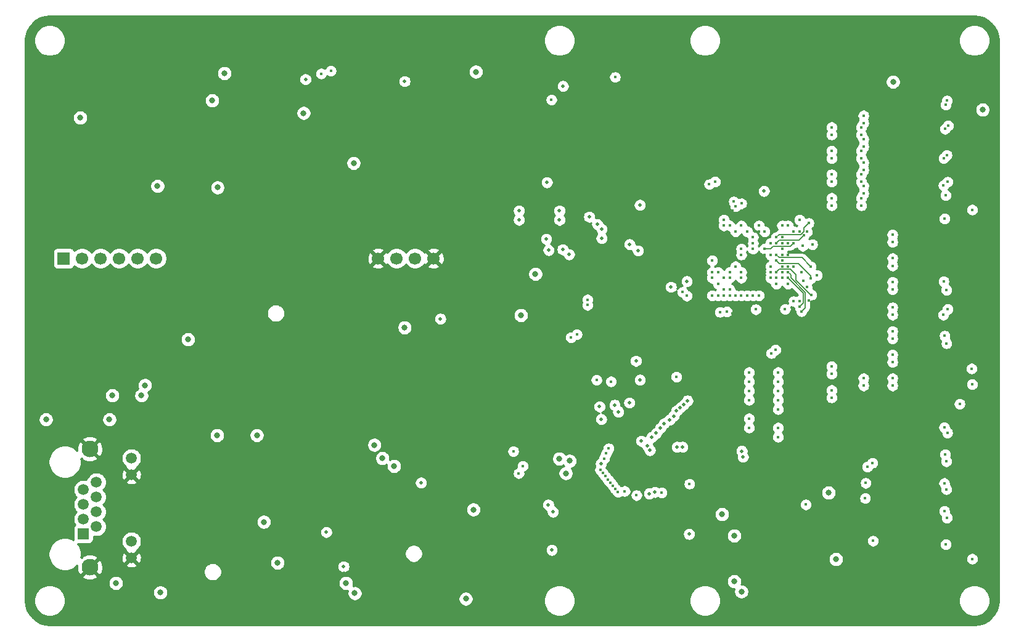
<source format=gbr>
%TF.GenerationSoftware,KiCad,Pcbnew,5.1.10-88a1d61d58~90~ubuntu20.04.1*%
%TF.CreationDate,2021-07-15T14:53:32+08:00*%
%TF.ProjectId,TestAutomation,54657374-4175-4746-9f6d-6174696f6e2e,rev?*%
%TF.SameCoordinates,Original*%
%TF.FileFunction,Copper,L2,Inr*%
%TF.FilePolarity,Positive*%
%FSLAX46Y46*%
G04 Gerber Fmt 4.6, Leading zero omitted, Abs format (unit mm)*
G04 Created by KiCad (PCBNEW 5.1.10-88a1d61d58~90~ubuntu20.04.1) date 2021-07-15 14:53:32*
%MOMM*%
%LPD*%
G01*
G04 APERTURE LIST*
%TA.AperFunction,ComponentPad*%
%ADD10C,1.700000*%
%TD*%
%TA.AperFunction,ComponentPad*%
%ADD11R,1.700000X1.700000*%
%TD*%
%TA.AperFunction,ComponentPad*%
%ADD12C,1.500000*%
%TD*%
%TA.AperFunction,ComponentPad*%
%ADD13C,2.300000*%
%TD*%
%TA.AperFunction,ComponentPad*%
%ADD14R,1.500000X1.500000*%
%TD*%
%TA.AperFunction,ViaPad*%
%ADD15C,0.450000*%
%TD*%
%TA.AperFunction,ViaPad*%
%ADD16C,0.800000*%
%TD*%
%TA.AperFunction,ViaPad*%
%ADD17C,0.500000*%
%TD*%
%TA.AperFunction,Conductor*%
%ADD18C,0.127000*%
%TD*%
%TA.AperFunction,Conductor*%
%ADD19C,0.254000*%
%TD*%
%TA.AperFunction,Conductor*%
%ADD20C,0.100000*%
%TD*%
G04 APERTURE END LIST*
D10*
%TO.N,Net-(U12-Pad6)*%
%TO.C,U12*%
X97618000Y-86946000D03*
%TO.N,GND*%
X135718000Y-86946000D03*
%TO.N,Net-(U12-Pad9)*%
X133178000Y-86946000D03*
%TO.N,Net-(C57-Pad1)*%
X130638000Y-86946000D03*
%TO.N,GND*%
X128098000Y-86946000D03*
%TO.N,Net-(U12-Pad5)*%
X95078000Y-86946000D03*
%TO.N,Net-(U12-Pad4)*%
X92538000Y-86946000D03*
%TO.N,Net-(U10-Pad2)*%
X89998000Y-86946000D03*
%TO.N,Net-(C51-Pad1)*%
X87458000Y-86946000D03*
D11*
%TO.N,Net-(R98-Pad2)*%
X84918000Y-86946000D03*
%TD*%
D12*
%TO.N,Net-(J6-Pad12)*%
%TO.C,J6*%
X94230000Y-114421000D03*
%TO.N,GND*%
X94230000Y-116711000D03*
%TO.N,Net-(J6-Pad10)*%
X94230000Y-125851000D03*
%TO.N,GND*%
X94230000Y-128141000D03*
D13*
X88520000Y-129411000D03*
X88520000Y-113151000D03*
D12*
%TO.N,Net-(D19-Pad2)*%
X89410000Y-117729000D03*
%TO.N,Net-(J6-Pad6)*%
X89410000Y-119761000D03*
%TO.N,Net-(D17-Pad2)*%
X89410000Y-121793000D03*
%TO.N,Net-(J6-Pad2)*%
X89410000Y-123825000D03*
%TO.N,Net-(D19-Pad2)*%
X87630000Y-118745000D03*
%TO.N,Net-(D17-Pad2)*%
X87630000Y-120777000D03*
%TO.N,Net-(J6-Pad3)*%
X87630000Y-122809000D03*
D14*
%TO.N,Net-(J6-Pad1)*%
X87630000Y-124841000D03*
%TD*%
D15*
%TO.N,GND*%
X184392000Y-86449000D03*
D16*
X97300000Y-102700000D03*
D15*
X172640000Y-84850000D03*
X181192000Y-86449000D03*
D16*
X116400000Y-125400000D03*
X81700000Y-105300000D03*
X82700000Y-90400000D03*
X127500000Y-101100000D03*
X98900000Y-63200000D03*
D15*
X183050000Y-112776000D03*
X183410000Y-74420000D03*
X183410000Y-71880000D03*
X183410000Y-69340000D03*
X183410000Y-66800000D03*
X183410000Y-64260000D03*
X183410000Y-61720000D03*
D17*
X152555000Y-110265000D03*
X147450000Y-82820000D03*
X166940000Y-87060000D03*
X203670000Y-84640000D03*
X183290000Y-121793000D03*
X183290000Y-123063000D03*
X183290000Y-124333000D03*
X183290000Y-125603000D03*
X183290000Y-126873000D03*
X183290000Y-128143000D03*
X183290000Y-129413000D03*
X183290000Y-130683000D03*
X183290000Y-131953000D03*
X183290000Y-133223000D03*
X164770000Y-71720000D03*
X209677000Y-87757000D03*
X209703000Y-91567000D03*
X209703000Y-95377000D03*
X209613000Y-99187000D03*
X209652000Y-111760000D03*
X209633000Y-115567000D03*
X209683000Y-119377000D03*
X209675000Y-123125000D03*
X209640000Y-75160000D03*
X210123000Y-71377000D03*
X209883000Y-67567000D03*
X183410000Y-76600000D03*
D15*
X198910000Y-124340000D03*
X200210000Y-121670000D03*
X201870000Y-118110000D03*
X202180000Y-114740000D03*
X203300000Y-108780000D03*
X205000000Y-108720000D03*
X202540000Y-101840000D03*
X202010000Y-97110000D03*
X201640000Y-93870000D03*
X202210000Y-90550000D03*
X201840000Y-78000000D03*
X201580000Y-74460000D03*
X201170000Y-71240000D03*
X201000000Y-67610000D03*
X201650000Y-63400000D03*
X199800000Y-102310000D03*
X200180000Y-88920000D03*
X200520000Y-85710000D03*
X199780000Y-92220000D03*
X199060000Y-106380000D03*
X200060000Y-98610000D03*
X191540000Y-71050000D03*
X190370000Y-74310000D03*
X192670000Y-74230000D03*
X190360000Y-77620000D03*
X190260000Y-81730000D03*
X190170000Y-83320000D03*
X190170000Y-84990000D03*
X190360000Y-86510000D03*
X189870000Y-95660000D03*
X183050000Y-108966000D03*
X176790000Y-80420000D03*
X153740000Y-119490000D03*
X194645000Y-83435000D03*
X194670000Y-81820000D03*
X194595000Y-85065000D03*
X194585000Y-86625000D03*
X194590000Y-88180000D03*
X194530000Y-89950000D03*
X194570000Y-91410000D03*
X194580000Y-93300000D03*
X194500000Y-95020000D03*
X194660000Y-96630000D03*
X194610000Y-98250000D03*
X194580000Y-99850000D03*
X194580000Y-101450000D03*
X176790000Y-94550000D03*
X187190000Y-55630000D03*
D17*
X173430000Y-70360000D03*
D15*
X183410000Y-59587910D03*
D17*
X187342000Y-59612910D03*
D15*
X184000000Y-79720000D03*
X181770000Y-79840000D03*
X172320000Y-90000000D03*
X187240000Y-92750000D03*
X183180000Y-94520000D03*
X180392000Y-83249000D03*
X172500000Y-92900000D03*
X164920000Y-116800000D03*
X172590000Y-103720000D03*
D17*
X162120000Y-101560000D03*
X161330000Y-103590000D03*
X169390000Y-116340000D03*
X169046000Y-118444000D03*
X169720000Y-124540000D03*
X165300000Y-124890000D03*
D15*
X180640000Y-95480000D03*
D17*
X181192000Y-88849000D03*
D16*
X103171000Y-77199000D03*
X108971000Y-77199000D03*
X102000000Y-68100000D03*
X91800000Y-78400000D03*
X93784000Y-77216000D03*
X87700000Y-75300000D03*
X87200000Y-69500000D03*
X142700000Y-123300000D03*
X130350000Y-113750000D03*
X132500000Y-119200000D03*
D17*
X136600000Y-123900000D03*
X135557002Y-130957002D03*
X129222000Y-130978000D03*
X129121999Y-129478001D03*
X131400000Y-126100000D03*
X134500000Y-126100000D03*
X134500000Y-128800000D03*
X131400000Y-128800000D03*
X123420000Y-130280000D03*
X122700000Y-125900000D03*
X125600000Y-126700000D03*
D15*
X189520000Y-97310000D03*
X188780000Y-98670000D03*
D17*
X113530000Y-58992910D03*
X140101000Y-66219000D03*
X128110000Y-65950000D03*
X172760000Y-64310000D03*
X169140000Y-66990000D03*
X162850000Y-62430000D03*
X161720000Y-66990000D03*
X197380000Y-127950000D03*
X195980000Y-109400000D03*
X187280000Y-62420000D03*
X187250000Y-65130000D03*
X187200000Y-67470000D03*
X186760000Y-69540000D03*
X120355000Y-63892500D03*
X121255000Y-63892500D03*
X122155000Y-63892500D03*
X120355000Y-64792500D03*
X121255000Y-64792500D03*
X122155000Y-64792500D03*
X120355000Y-65692500D03*
X121255000Y-65692500D03*
X122155000Y-65692500D03*
X184530000Y-96760000D03*
X158250000Y-96790000D03*
X154770000Y-100600000D03*
X158000000Y-86750000D03*
X167380000Y-79390000D03*
X168080000Y-92630000D03*
X151310000Y-93750000D03*
X84230000Y-124580000D03*
X132560000Y-134790000D03*
X138550000Y-133010000D03*
X138450000Y-121010000D03*
X148880000Y-113360000D03*
X170490000Y-98990000D03*
X174990000Y-73200000D03*
X194320000Y-62110000D03*
X198960000Y-56420000D03*
X105910000Y-133790000D03*
D15*
X158100000Y-66540000D03*
X166300000Y-68910000D03*
X166291500Y-74958500D03*
D16*
X119790000Y-128730000D03*
X119710000Y-111340000D03*
X114260000Y-111300000D03*
X150270000Y-121500000D03*
D17*
X187330000Y-108820000D03*
X187330000Y-111130000D03*
D15*
X119414000Y-59036000D03*
D17*
X125295000Y-61255000D03*
D15*
X192600000Y-121310000D03*
X192610000Y-116310000D03*
D17*
X168060000Y-62330000D03*
X155260000Y-67060000D03*
D16*
X161820000Y-57440000D03*
X90000000Y-55000000D03*
X81000000Y-65000000D03*
X81000000Y-79000000D03*
X109000000Y-55000000D03*
X142000000Y-56000000D03*
X104000000Y-101000000D03*
D17*
X101400000Y-75670000D03*
D16*
X111740317Y-69889683D03*
D17*
X145425000Y-72315000D03*
X140520000Y-77460000D03*
X181740000Y-117750000D03*
D16*
X117050000Y-68600000D03*
X146950000Y-133990000D03*
X87710000Y-135270000D03*
X212270000Y-130160000D03*
X212020000Y-61530000D03*
D15*
X137420000Y-117400000D03*
%TO.N,/FPGA/GNDPLL0*%
X179592000Y-84049000D03*
X156850000Y-92620000D03*
%TO.N,/FPGA/VCCPLL0*%
X179592000Y-84849000D03*
X156860000Y-93380000D03*
%TO.N,/FPGA/GNDPLL1*%
X176392000Y-91249000D03*
X170500000Y-92100000D03*
%TO.N,/FPGA/VCCPLL1*%
X175592000Y-91249000D03*
X169900000Y-91600000D03*
D16*
%TO.N,+12V_OUT*%
X141530000Y-61300000D03*
X211120000Y-66500000D03*
D17*
%TO.N,/CurrentSenser/12V_CURRENT*%
X131760000Y-62600000D03*
D15*
X159450000Y-113770000D03*
D16*
%TO.N,+12V*%
X131747000Y-96453000D03*
X107000000Y-61500000D03*
X117865000Y-66965000D03*
X124745000Y-73845000D03*
D15*
%TO.N,+3V3*%
X175592000Y-81649000D03*
X179592000Y-85649000D03*
X173992000Y-87249000D03*
X174792000Y-88849000D03*
X173992000Y-92049000D03*
D16*
X91600000Y-105800000D03*
D15*
X175992000Y-94279000D03*
X179980000Y-93960000D03*
X183050000Y-102616000D03*
X174792000Y-90449000D03*
X184002000Y-93949000D03*
D17*
X181102000Y-77698000D03*
X164060000Y-79610000D03*
D15*
X177992000Y-82449000D03*
X180392000Y-82449000D03*
X183592000Y-82449000D03*
D17*
X163805000Y-85885000D03*
D15*
X170870000Y-117950000D03*
X161990000Y-118950000D03*
X163598000Y-119532000D03*
X169070000Y-103230000D03*
D17*
X163520000Y-101050000D03*
X164260000Y-112060000D03*
X170820000Y-124870000D03*
D16*
X82500000Y-109100000D03*
X95600000Y-105800000D03*
X127600000Y-112600000D03*
X149700000Y-89100000D03*
X140150000Y-133750000D03*
X141200000Y-121500000D03*
X147710000Y-94770000D03*
D17*
X164070000Y-103640000D03*
D16*
X189960000Y-119170000D03*
X190990000Y-128310000D03*
D15*
%TO.N,+2V5*%
X186020000Y-83250000D03*
X181992000Y-86449000D03*
X181992000Y-88849000D03*
X186990000Y-90900000D03*
X177192000Y-88049000D03*
D17*
X170500000Y-90100004D03*
D15*
%TO.N,+1V2*%
X177992000Y-88849000D03*
X181192000Y-85649000D03*
X181992000Y-89649000D03*
X185192000Y-84831640D03*
X177992000Y-86449000D03*
X175049998Y-94330002D03*
D17*
X168334446Y-90879995D03*
D16*
%TO.N,+5V*%
X106049000Y-77199000D03*
X198825000Y-62685000D03*
X105320000Y-65240000D03*
D17*
X153500000Y-63250000D03*
%TO.N,/Ethernet/+3V3A*%
X123380000Y-129320000D03*
X134000000Y-117800006D03*
X121000000Y-124600000D03*
D15*
%TO.N,+3V3MP*%
X209684620Y-80264000D03*
X209684620Y-128270000D03*
X209684620Y-104267000D03*
D16*
%TO.N,/Ethernet/POE_VC-*%
X91200000Y-109100000D03*
X102000000Y-98100000D03*
%TO.N,Net-(D17-Pad2)*%
X111448555Y-111268999D03*
%TO.N,Net-(D19-Pad2)*%
X106007000Y-111268999D03*
D17*
%TO.N,Net-(D21-Pad2)*%
X151490000Y-120830000D03*
X165350000Y-119290000D03*
D15*
%TO.N,/MCU/CPU_SWCLK*%
X158100000Y-103660000D03*
X154600000Y-97820000D03*
%TO.N,/MCU/CPU_SWDIO*%
X155390000Y-97409998D03*
X160098000Y-103882000D03*
%TO.N,/MCU/CPU_UART4_TX*%
X183050000Y-110236000D03*
D17*
X165120000Y-112760000D03*
D15*
%TO.N,/MCU/CPU_UART4_RX*%
X183050000Y-111506000D03*
D17*
X165450000Y-113350000D03*
D15*
%TO.N,/MCU/CPU_PWM_CH1*%
X183050000Y-103886000D03*
D17*
X168690000Y-108630000D03*
D15*
%TO.N,/MCU/CPU_PWM_CH2*%
X183050000Y-105156000D03*
D17*
X168170000Y-109130000D03*
D15*
%TO.N,/MCU/CPU_PWM_CH3*%
X183050000Y-106426000D03*
D17*
X167350000Y-109670000D03*
D15*
%TO.N,/MCU/CPU_PWM_CH4*%
X183050000Y-107696000D03*
D17*
X166890000Y-110270000D03*
%TO.N,/MCU/CPU_IIC2_SDA*%
X178220000Y-114250000D03*
X169160000Y-112890000D03*
%TO.N,/MCU/CPU_IIC2_SCL*%
X178050000Y-113450000D03*
X169909449Y-112870551D03*
D15*
%TO.N,/MCU/CPU_UART1_RX*%
X179050000Y-110236000D03*
D17*
X165700000Y-111520000D03*
D15*
%TO.N,/MCU/CPU_UART1_TX*%
X179050000Y-108966000D03*
D17*
X166300000Y-110990000D03*
D15*
%TO.N,/MCU/CPU_SPI2_MOSI*%
X179050000Y-106426000D03*
D17*
X169098000Y-107902000D03*
D15*
%TO.N,/MCU/CPU_SPI2_MISO*%
X179050000Y-105156000D03*
D17*
X169598000Y-107492000D03*
D15*
%TO.N,/MCU/CPU_SPI2_SCK*%
X179050000Y-103886000D03*
D17*
X170098000Y-107072000D03*
D15*
%TO.N,/MCU/CPU_SPI2_CS*%
X179050000Y-102616000D03*
D17*
X170600000Y-106510000D03*
D16*
%TO.N,/MCU/CPU_DAC1*%
X178010000Y-132770000D03*
X175340000Y-122140000D03*
%TO.N,/MCU/CPU_DAC0*%
X177020000Y-131360000D03*
X177019998Y-125080000D03*
D17*
%TO.N,/CurrentSenser/12V_SW*%
X118140000Y-62320000D03*
X158710000Y-115160000D03*
D16*
%TO.N,/MCU/CPU_RESET*%
X96100000Y-104400000D03*
D17*
X151959999Y-127060001D03*
%TO.N,/MCU/CPU_POE_SRC_STATUS*%
X136660000Y-95250000D03*
D15*
X167050000Y-119150000D03*
%TO.N,/EEM0_IIC_SCL*%
X177992000Y-89649000D03*
X205910000Y-81500000D03*
X195990000Y-115070000D03*
%TO.N,/EEM0_IIC_SDA*%
X176392000Y-88849000D03*
X206050000Y-78290000D03*
X195300000Y-115610000D03*
%TO.N,/EEM1_IIC_SCL*%
X176392000Y-89649000D03*
X195080000Y-117840000D03*
X207980000Y-106950000D03*
%TO.N,/EEM1_IIC_SDA*%
X175592000Y-89649000D03*
X209620000Y-102110000D03*
X195000000Y-119940000D03*
%TO.N,/EEM2_IIC_SCL*%
X173992000Y-89649000D03*
X182120000Y-100000000D03*
%TO.N,/EEM2_IIC_SDA*%
X173992000Y-88849000D03*
X206070000Y-126290000D03*
X196080000Y-125800000D03*
X182690000Y-99540000D03*
%TO.N,/EEM0_7_N*%
X194470000Y-78660000D03*
X205760000Y-76930000D03*
%TO.N,/EEM0_5_N*%
X205780000Y-73180000D03*
X194470000Y-75415288D03*
%TO.N,/EEM0_3_N*%
X205960000Y-69160000D03*
X194470000Y-72170578D03*
%TO.N,/EEM0_1_N*%
X194470000Y-68925868D03*
X206070000Y-65850000D03*
%TO.N,/EEM0_7_P*%
X206320000Y-76440000D03*
X194470000Y-79680000D03*
%TO.N,/EEM0_5_P*%
X206200000Y-72740000D03*
X194470000Y-76435288D03*
%TO.N,/EEM0_3_P*%
X194470000Y-73170578D03*
X206380000Y-68710000D03*
%TO.N,/EEM0_1_P*%
X194470000Y-69945868D03*
X206240000Y-65269989D03*
%TO.N,/EEM1_6_P*%
X205920000Y-97600000D03*
X198750000Y-91207643D03*
%TO.N,/EEM1_4_P*%
X206320000Y-93940000D03*
X198750000Y-86945288D03*
%TO.N,/EEM1_2_P*%
X205780000Y-90110000D03*
X198750000Y-84715288D03*
%TO.N,/EEM1_6_N*%
X206170000Y-98640000D03*
X198750000Y-90187643D03*
%TO.N,/EEM1_4_N*%
X205730000Y-94730000D03*
X198750000Y-87965288D03*
%TO.N,/EEM1_2_N*%
X198750000Y-83695288D03*
X206160000Y-91290000D03*
%TO.N,/EEM2_6_P*%
X205870000Y-121680000D03*
X198750000Y-104467643D03*
%TO.N,/EEM2_4_P*%
X205860000Y-117850000D03*
X198750000Y-101222933D03*
%TO.N,/EEM2_2_P*%
X205990000Y-113900000D03*
X198750000Y-97977643D03*
%TO.N,/EEM2_0_P*%
X205860000Y-110190000D03*
X198750000Y-94727643D03*
%TO.N,/EEM2_6_N*%
X206220000Y-122630000D03*
X198750000Y-103447643D03*
%TO.N,/EEM2_4_N*%
X206160000Y-118700000D03*
X198750000Y-100202933D03*
%TO.N,/EEM2_2_N*%
X206140000Y-114880000D03*
X198750000Y-96957643D03*
%TO.N,/EEM2_0_N*%
X206290000Y-110940000D03*
X198750000Y-93707643D03*
D17*
%TO.N,/CDONE*%
X151520000Y-85830000D03*
D15*
X178792000Y-83249000D03*
D17*
X161098000Y-108032000D03*
D15*
%TO.N,/CRESET*%
X177192000Y-83249000D03*
D17*
X153450000Y-85730000D03*
X160597999Y-107102001D03*
%TO.N,/SPI_CS*%
X158799000Y-84191000D03*
X147446999Y-80391000D03*
X158520000Y-107330000D03*
X158210000Y-82270000D03*
X162650000Y-85010000D03*
D15*
X176960000Y-79150000D03*
%TO.N,/FSMC_A7*%
X177192000Y-92049000D03*
X159660000Y-117353332D03*
%TO.N,/FSMC_NL*%
X174792000Y-92049000D03*
X158610000Y-116020000D03*
%TO.N,/FSMC_NBL0*%
X175592000Y-92049000D03*
X158960000Y-116480000D03*
%TO.N,/FSMC_A3*%
X177992000Y-92049000D03*
X160010000Y-117789998D03*
%TO.N,/FSMC_A4*%
X178792000Y-92049000D03*
X160360000Y-118226664D03*
%TO.N,/FSMC_A6*%
X180392000Y-92049000D03*
X161060000Y-119099996D03*
%TO.N,/FSMC_NBL1*%
X176392000Y-92049000D03*
X159310000Y-116916666D03*
%TO.N,/FSMC_A5*%
X179592000Y-92049000D03*
X160710000Y-118663330D03*
%TO.N,/CSBSEL0*%
X177992000Y-85649000D03*
D17*
X158755453Y-109055453D03*
X154340000Y-86420000D03*
%TO.N,/SPI_MOSI*%
X158799000Y-82921000D03*
X147446999Y-81661000D03*
D16*
X153884090Y-116500000D03*
D15*
X147420000Y-116500000D03*
X177200000Y-79770000D03*
D17*
%TO.N,/SPI_MISO*%
X153019000Y-80391000D03*
D16*
X154400000Y-114800000D03*
D15*
X147960000Y-115500000D03*
X176392000Y-82449000D03*
%TO.N,/CSBSEL1*%
X175592000Y-82449000D03*
D17*
X151200000Y-84280000D03*
X162598000Y-106802000D03*
%TO.N,/SPI_SCK*%
X153019000Y-81661000D03*
D16*
X153000000Y-114500000D03*
D17*
X157090000Y-81240000D03*
D15*
X146680000Y-113470000D03*
X178010000Y-79410000D03*
%TO.N,HSADC_IN*%
X186850000Y-120810000D03*
X160650000Y-62040000D03*
D16*
%TO.N,Net-(J6-Pad12)*%
X128700004Y-114421000D03*
%TO.N,Net-(J6-Pad10)*%
X130300000Y-115500000D03*
%TO.N,Net-(J6-Pad6)*%
X98200000Y-132900000D03*
%TO.N,Net-(J6-Pad3)*%
X92100000Y-131600000D03*
D17*
%TO.N,Net-(SW3-Pad2)*%
X166124517Y-119092232D03*
X152100000Y-121810000D03*
D15*
%TO.N,/FPGA/LVDS0_0_P*%
X194770000Y-68323513D03*
X185992000Y-81649000D03*
%TO.N,/FPGA/LVDS0_0_N*%
X194770000Y-67303513D03*
X184392000Y-82449000D03*
%TO.N,/FPGA/LVDS0_1_P*%
X190390000Y-68923513D03*
X181192000Y-83249000D03*
%TO.N,/FPGA/LVDS0_1_N*%
X190390000Y-69943513D03*
X185192000Y-83249000D03*
%TO.N,/FPGA/LVDS0_2_P*%
X194770000Y-70563513D03*
X183592000Y-88049000D03*
%TO.N,/FPGA/LVDS0_2_N*%
X194770000Y-71583513D03*
X185192000Y-88049000D03*
%TO.N,/FPGA/LVDS0_3_P*%
X190390000Y-72173513D03*
X181992000Y-84849000D03*
%TO.N,/FPGA/LVDS0_3_N*%
X190390000Y-73193513D03*
X184392000Y-84849000D03*
%TO.N,/FPGA/LVDS0_4_P*%
X194770000Y-73783513D03*
X184392000Y-88049000D03*
%TO.N,/FPGA/LVDS0_4_N*%
X194770000Y-74803513D03*
X186241720Y-88862590D03*
%TO.N,/FPGA/LVDS0_5_P*%
X190390000Y-75413513D03*
X183592000Y-84849000D03*
%TO.N,/FPGA/LVDS0_5_N*%
X190390000Y-76433513D03*
X186420000Y-85250000D03*
%TO.N,/FPGA/LVDS0_6_P*%
X194770000Y-77033513D03*
X183592000Y-88849000D03*
%TO.N,/FPGA/LVDS0_6_N*%
X194770000Y-78053513D03*
X184392000Y-90449000D03*
%TO.N,/FPGA/LVDS0_7_P*%
X190390000Y-78653513D03*
X183592000Y-86449000D03*
%TO.N,/FPGA/LVDS0_7_N*%
X190390000Y-79673513D03*
X183592000Y-87249000D03*
%TO.N,/FPGA/LVDS1_0_N*%
X182792000Y-84049000D03*
X187240000Y-82100000D03*
%TO.N,/FPGA/LVDS1_1_N*%
X183592000Y-84049000D03*
X187020000Y-83300000D03*
%TO.N,/FPGA/LVDS1_2_P*%
X182792000Y-84849000D03*
X186581870Y-83781870D03*
%TO.N,/FPGA/LVDS1_3_P*%
X183592000Y-85649000D03*
X187750000Y-85020000D03*
%TO.N,/FPGA/LVDS1_7_P*%
X182792000Y-86449000D03*
X187540000Y-88060000D03*
%TO.N,/FPGA/LVDS2_0_P*%
X181992000Y-88049000D03*
X188390000Y-89280000D03*
%TO.N,/FPGA/LVDS2_1_P*%
X182792000Y-87249000D03*
X187550000Y-89690000D03*
%TO.N,/FPGA/LVDS2_2_P*%
X183592000Y-89649000D03*
X186540460Y-90040460D03*
%TO.N,/FPGA/LVDS2_3_P*%
X182792000Y-88849000D03*
X187620000Y-91960000D03*
%TO.N,/FPGA/LVDS2_5_P*%
X182792000Y-89649000D03*
X190390000Y-101825288D03*
%TO.N,/FPGA/LVDS2_5_N*%
X190390000Y-102845288D03*
X185992000Y-92849000D03*
%TO.N,/FPGA/LVDS2_6_P*%
X184392000Y-88849000D03*
X194770000Y-103447643D03*
X186270000Y-94230000D03*
%TO.N,/FPGA/LVDS2_6_N*%
X194770000Y-104467643D03*
X184392000Y-89649000D03*
X186020000Y-93600000D03*
%TO.N,/FPGA/LVDS2_7_P*%
X182792000Y-90449000D03*
X190390000Y-105070000D03*
%TO.N,/FPGA/LVDS2_7_N*%
X190390000Y-106090000D03*
X185185641Y-92855359D03*
%TO.N,/FPGA/FPGA_LED*%
X174392000Y-76418000D03*
X151910000Y-65130000D03*
%TO.N,/FPGA/FPGA_KEY*%
X173592000Y-76772000D03*
D17*
X151290000Y-76510000D03*
D16*
%TO.N,+6V*%
X87200000Y-67600000D03*
X97800000Y-77000000D03*
D15*
%TO.N,/CurrentSenser/12V_OUT_FAULT*%
X120290000Y-61550000D03*
X159760000Y-113090000D03*
D16*
%TO.N,Net-(R113-Pad1)*%
X123700000Y-131600000D03*
X112400000Y-123200000D03*
%TO.N,Net-(R114-Pad2)*%
X124900000Y-133000000D03*
X114300000Y-128800000D03*
D15*
%TO.N,/CurrentSenser/12V_CURRENT_REF*%
X121612000Y-61170000D03*
X159143229Y-114476771D03*
%TD*%
D18*
%TO.N,+3V3*%
X179991000Y-93949000D02*
X179980000Y-93960000D01*
%TO.N,+1V2*%
X181992000Y-85649000D02*
X182369401Y-85271599D01*
X182369401Y-85271599D02*
X184752041Y-85271599D01*
X184752041Y-85271599D02*
X185192000Y-84831640D01*
X181992000Y-85649000D02*
X181192000Y-85649000D01*
D19*
%TO.N,/SPI_SCK*%
X153000000Y-114500000D02*
X153000000Y-114500000D01*
D18*
%TO.N,/FPGA/LVDS1_0_N*%
X187240000Y-82100000D02*
X186570000Y-82770000D01*
X186570000Y-83258554D02*
X186168554Y-83660000D01*
X186570000Y-82770000D02*
X186570000Y-83258554D01*
X183181000Y-83660000D02*
X182792000Y-84049000D01*
X186168554Y-83660000D02*
X183181000Y-83660000D01*
%TO.N,/FPGA/LVDS1_2_P*%
X185913740Y-84450000D02*
X186581870Y-83781870D01*
X182792000Y-84849000D02*
X183191000Y-84450000D01*
X183191000Y-84450000D02*
X185913740Y-84450000D01*
%TO.N,/FPGA/LVDS1_3_P*%
X187750000Y-85020000D02*
X187750000Y-85020000D01*
%TO.N,/FPGA/LVDS1_7_P*%
X186330000Y-86850000D02*
X187540000Y-88060000D01*
X183193000Y-86850000D02*
X186330000Y-86850000D01*
X182792000Y-86449000D02*
X183193000Y-86850000D01*
X187540000Y-88060000D02*
X187540000Y-88060000D01*
%TO.N,/FPGA/LVDS2_1_P*%
X182792000Y-87249000D02*
X183193000Y-87650000D01*
X187550000Y-89371802D02*
X187550000Y-89690000D01*
X183193000Y-87650000D02*
X185828198Y-87650000D01*
X185828198Y-87650000D02*
X187550000Y-89371802D01*
%TO.N,/FPGA/LVDS2_3_P*%
X187490000Y-91960000D02*
X187620000Y-91960000D01*
X185510000Y-89980000D02*
X187490000Y-91960000D01*
X185510000Y-89230000D02*
X185510000Y-89980000D01*
X184730000Y-88450000D02*
X185510000Y-89230000D01*
X183191000Y-88450000D02*
X184730000Y-88450000D01*
X182792000Y-88849000D02*
X183191000Y-88450000D01*
%TO.N,/FPGA/LVDS2_6_P*%
X186780000Y-93720000D02*
X186270000Y-94230000D01*
X186780000Y-91640000D02*
X186780000Y-93720000D01*
X184769401Y-89629401D02*
X186780000Y-91640000D01*
X184769401Y-89226401D02*
X184769401Y-89629401D01*
X184392000Y-88849000D02*
X184769401Y-89226401D01*
X186270000Y-94230000D02*
X186270000Y-94230000D01*
%TO.N,/FPGA/LVDS2_6_N*%
X184392000Y-89649000D02*
X186510000Y-91767000D01*
X186510000Y-91767000D02*
X186510000Y-93110000D01*
X186510000Y-93110000D02*
X186020000Y-93600000D01*
%TD*%
D19*
%TO.N,GND*%
X210648126Y-53726714D02*
X211271572Y-53914943D01*
X211846579Y-54220681D01*
X212351247Y-54632279D01*
X212766362Y-55134067D01*
X213076105Y-55706924D01*
X213268682Y-56329039D01*
X213340000Y-57007584D01*
X213340001Y-57967572D01*
X213340000Y-57967582D01*
X213340001Y-132967581D01*
X213340000Y-133967721D01*
X213273286Y-134648126D01*
X213085057Y-135271570D01*
X212779323Y-135846573D01*
X212367721Y-136351248D01*
X211865933Y-136766362D01*
X211293077Y-137076104D01*
X210670961Y-137268682D01*
X209992417Y-137340000D01*
X83032279Y-137340000D01*
X82351874Y-137273286D01*
X81728430Y-137085057D01*
X81153427Y-136779323D01*
X80648752Y-136367721D01*
X80233638Y-135865933D01*
X79923896Y-135293077D01*
X79731318Y-134670961D01*
X79660000Y-133992417D01*
X79660000Y-133786323D01*
X80830497Y-133786323D01*
X80830497Y-134213677D01*
X80913870Y-134632821D01*
X81077412Y-135027645D01*
X81314837Y-135382977D01*
X81617023Y-135685163D01*
X81972355Y-135922588D01*
X82367179Y-136086130D01*
X82786323Y-136169503D01*
X83213677Y-136169503D01*
X83632821Y-136086130D01*
X84027645Y-135922588D01*
X84382977Y-135685163D01*
X84685163Y-135382977D01*
X84922588Y-135027645D01*
X85086130Y-134632821D01*
X85169503Y-134213677D01*
X85169503Y-133786323D01*
X85086130Y-133367179D01*
X84922588Y-132972355D01*
X84806129Y-132798061D01*
X97165000Y-132798061D01*
X97165000Y-133001939D01*
X97204774Y-133201898D01*
X97282795Y-133390256D01*
X97396063Y-133559774D01*
X97540226Y-133703937D01*
X97709744Y-133817205D01*
X97898102Y-133895226D01*
X98098061Y-133935000D01*
X98301939Y-133935000D01*
X98501898Y-133895226D01*
X98690256Y-133817205D01*
X98859774Y-133703937D01*
X99003937Y-133559774D01*
X99117205Y-133390256D01*
X99195226Y-133201898D01*
X99235000Y-133001939D01*
X99235000Y-132798061D01*
X99195226Y-132598102D01*
X99117205Y-132409744D01*
X99003937Y-132240226D01*
X98859774Y-132096063D01*
X98690256Y-131982795D01*
X98501898Y-131904774D01*
X98301939Y-131865000D01*
X98098061Y-131865000D01*
X97898102Y-131904774D01*
X97709744Y-131982795D01*
X97540226Y-132096063D01*
X97396063Y-132240226D01*
X97282795Y-132409744D01*
X97204774Y-132598102D01*
X97165000Y-132798061D01*
X84806129Y-132798061D01*
X84685163Y-132617023D01*
X84382977Y-132314837D01*
X84027645Y-132077412D01*
X83632821Y-131913870D01*
X83213677Y-131830497D01*
X82786323Y-131830497D01*
X82367179Y-131913870D01*
X81972355Y-132077412D01*
X81617023Y-132314837D01*
X81314837Y-132617023D01*
X81077412Y-132972355D01*
X80913870Y-133367179D01*
X80830497Y-133786323D01*
X79660000Y-133786323D01*
X79660000Y-131498061D01*
X91065000Y-131498061D01*
X91065000Y-131701939D01*
X91104774Y-131901898D01*
X91182795Y-132090256D01*
X91296063Y-132259774D01*
X91440226Y-132403937D01*
X91609744Y-132517205D01*
X91798102Y-132595226D01*
X91998061Y-132635000D01*
X92201939Y-132635000D01*
X92401898Y-132595226D01*
X92590256Y-132517205D01*
X92759774Y-132403937D01*
X92903937Y-132259774D01*
X93017205Y-132090256D01*
X93095226Y-131901898D01*
X93135000Y-131701939D01*
X93135000Y-131498061D01*
X122665000Y-131498061D01*
X122665000Y-131701939D01*
X122704774Y-131901898D01*
X122782795Y-132090256D01*
X122896063Y-132259774D01*
X123040226Y-132403937D01*
X123209744Y-132517205D01*
X123398102Y-132595226D01*
X123598061Y-132635000D01*
X123801939Y-132635000D01*
X123942492Y-132607042D01*
X123904774Y-132698102D01*
X123865000Y-132898061D01*
X123865000Y-133101939D01*
X123904774Y-133301898D01*
X123982795Y-133490256D01*
X124096063Y-133659774D01*
X124240226Y-133803937D01*
X124409744Y-133917205D01*
X124598102Y-133995226D01*
X124798061Y-134035000D01*
X125001939Y-134035000D01*
X125201898Y-133995226D01*
X125390256Y-133917205D01*
X125559774Y-133803937D01*
X125703937Y-133659774D01*
X125711763Y-133648061D01*
X139115000Y-133648061D01*
X139115000Y-133851939D01*
X139154774Y-134051898D01*
X139232795Y-134240256D01*
X139346063Y-134409774D01*
X139490226Y-134553937D01*
X139659744Y-134667205D01*
X139848102Y-134745226D01*
X140048061Y-134785000D01*
X140251939Y-134785000D01*
X140451898Y-134745226D01*
X140640256Y-134667205D01*
X140809774Y-134553937D01*
X140953937Y-134409774D01*
X141067205Y-134240256D01*
X141145226Y-134051898D01*
X141185000Y-133851939D01*
X141185000Y-133786323D01*
X150830497Y-133786323D01*
X150830497Y-134213677D01*
X150913870Y-134632821D01*
X151077412Y-135027645D01*
X151314837Y-135382977D01*
X151617023Y-135685163D01*
X151972355Y-135922588D01*
X152367179Y-136086130D01*
X152786323Y-136169503D01*
X153213677Y-136169503D01*
X153632821Y-136086130D01*
X154027645Y-135922588D01*
X154382977Y-135685163D01*
X154685163Y-135382977D01*
X154922588Y-135027645D01*
X155086130Y-134632821D01*
X155169503Y-134213677D01*
X155169503Y-133786323D01*
X170830497Y-133786323D01*
X170830497Y-134213677D01*
X170913870Y-134632821D01*
X171077412Y-135027645D01*
X171314837Y-135382977D01*
X171617023Y-135685163D01*
X171972355Y-135922588D01*
X172367179Y-136086130D01*
X172786323Y-136169503D01*
X173213677Y-136169503D01*
X173632821Y-136086130D01*
X174027645Y-135922588D01*
X174382977Y-135685163D01*
X174685163Y-135382977D01*
X174922588Y-135027645D01*
X175086130Y-134632821D01*
X175169503Y-134213677D01*
X175169503Y-133786323D01*
X175086130Y-133367179D01*
X174922588Y-132972355D01*
X174685163Y-132617023D01*
X174382977Y-132314837D01*
X174027645Y-132077412D01*
X173632821Y-131913870D01*
X173213677Y-131830497D01*
X172786323Y-131830497D01*
X172367179Y-131913870D01*
X171972355Y-132077412D01*
X171617023Y-132314837D01*
X171314837Y-132617023D01*
X171077412Y-132972355D01*
X170913870Y-133367179D01*
X170830497Y-133786323D01*
X155169503Y-133786323D01*
X155086130Y-133367179D01*
X154922588Y-132972355D01*
X154685163Y-132617023D01*
X154382977Y-132314837D01*
X154027645Y-132077412D01*
X153632821Y-131913870D01*
X153213677Y-131830497D01*
X152786323Y-131830497D01*
X152367179Y-131913870D01*
X151972355Y-132077412D01*
X151617023Y-132314837D01*
X151314837Y-132617023D01*
X151077412Y-132972355D01*
X150913870Y-133367179D01*
X150830497Y-133786323D01*
X141185000Y-133786323D01*
X141185000Y-133648061D01*
X141145226Y-133448102D01*
X141067205Y-133259744D01*
X140953937Y-133090226D01*
X140809774Y-132946063D01*
X140640256Y-132832795D01*
X140451898Y-132754774D01*
X140251939Y-132715000D01*
X140048061Y-132715000D01*
X139848102Y-132754774D01*
X139659744Y-132832795D01*
X139490226Y-132946063D01*
X139346063Y-133090226D01*
X139232795Y-133259744D01*
X139154774Y-133448102D01*
X139115000Y-133648061D01*
X125711763Y-133648061D01*
X125817205Y-133490256D01*
X125895226Y-133301898D01*
X125935000Y-133101939D01*
X125935000Y-132898061D01*
X125895226Y-132698102D01*
X125817205Y-132509744D01*
X125703937Y-132340226D01*
X125559774Y-132196063D01*
X125390256Y-132082795D01*
X125201898Y-132004774D01*
X125001939Y-131965000D01*
X124798061Y-131965000D01*
X124657508Y-131992958D01*
X124695226Y-131901898D01*
X124735000Y-131701939D01*
X124735000Y-131498061D01*
X124695226Y-131298102D01*
X124678641Y-131258061D01*
X175985000Y-131258061D01*
X175985000Y-131461939D01*
X176024774Y-131661898D01*
X176102795Y-131850256D01*
X176216063Y-132019774D01*
X176360226Y-132163937D01*
X176529744Y-132277205D01*
X176718102Y-132355226D01*
X176918061Y-132395000D01*
X177045054Y-132395000D01*
X177014774Y-132468102D01*
X176975000Y-132668061D01*
X176975000Y-132871939D01*
X177014774Y-133071898D01*
X177092795Y-133260256D01*
X177206063Y-133429774D01*
X177350226Y-133573937D01*
X177519744Y-133687205D01*
X177708102Y-133765226D01*
X177908061Y-133805000D01*
X178111939Y-133805000D01*
X178205835Y-133786323D01*
X207830497Y-133786323D01*
X207830497Y-134213677D01*
X207913870Y-134632821D01*
X208077412Y-135027645D01*
X208314837Y-135382977D01*
X208617023Y-135685163D01*
X208972355Y-135922588D01*
X209367179Y-136086130D01*
X209786323Y-136169503D01*
X210213677Y-136169503D01*
X210632821Y-136086130D01*
X211027645Y-135922588D01*
X211382977Y-135685163D01*
X211685163Y-135382977D01*
X211922588Y-135027645D01*
X212086130Y-134632821D01*
X212169503Y-134213677D01*
X212169503Y-133786323D01*
X212086130Y-133367179D01*
X211922588Y-132972355D01*
X211685163Y-132617023D01*
X211382977Y-132314837D01*
X211027645Y-132077412D01*
X210632821Y-131913870D01*
X210213677Y-131830497D01*
X209786323Y-131830497D01*
X209367179Y-131913870D01*
X208972355Y-132077412D01*
X208617023Y-132314837D01*
X208314837Y-132617023D01*
X208077412Y-132972355D01*
X207913870Y-133367179D01*
X207830497Y-133786323D01*
X178205835Y-133786323D01*
X178311898Y-133765226D01*
X178500256Y-133687205D01*
X178669774Y-133573937D01*
X178813937Y-133429774D01*
X178927205Y-133260256D01*
X179005226Y-133071898D01*
X179045000Y-132871939D01*
X179045000Y-132668061D01*
X179005226Y-132468102D01*
X178927205Y-132279744D01*
X178813937Y-132110226D01*
X178669774Y-131966063D01*
X178500256Y-131852795D01*
X178311898Y-131774774D01*
X178111939Y-131735000D01*
X177984946Y-131735000D01*
X178015226Y-131661898D01*
X178055000Y-131461939D01*
X178055000Y-131258061D01*
X178015226Y-131058102D01*
X177937205Y-130869744D01*
X177823937Y-130700226D01*
X177679774Y-130556063D01*
X177510256Y-130442795D01*
X177321898Y-130364774D01*
X177121939Y-130325000D01*
X176918061Y-130325000D01*
X176718102Y-130364774D01*
X176529744Y-130442795D01*
X176360226Y-130556063D01*
X176216063Y-130700226D01*
X176102795Y-130869744D01*
X176024774Y-131058102D01*
X175985000Y-131258061D01*
X124678641Y-131258061D01*
X124617205Y-131109744D01*
X124503937Y-130940226D01*
X124359774Y-130796063D01*
X124190256Y-130682795D01*
X124001898Y-130604774D01*
X123801939Y-130565000D01*
X123598061Y-130565000D01*
X123398102Y-130604774D01*
X123209744Y-130682795D01*
X123040226Y-130796063D01*
X122896063Y-130940226D01*
X122782795Y-131109744D01*
X122704774Y-131298102D01*
X122665000Y-131498061D01*
X93135000Y-131498061D01*
X93095226Y-131298102D01*
X93017205Y-131109744D01*
X92903937Y-130940226D01*
X92759774Y-130796063D01*
X92590256Y-130682795D01*
X92401898Y-130604774D01*
X92201939Y-130565000D01*
X91998061Y-130565000D01*
X91798102Y-130604774D01*
X91609744Y-130682795D01*
X91440226Y-130796063D01*
X91296063Y-130940226D01*
X91182795Y-131109744D01*
X91104774Y-131298102D01*
X91065000Y-131498061D01*
X79660000Y-131498061D01*
X79660000Y-130653349D01*
X87457256Y-130653349D01*
X87571118Y-130933090D01*
X87886296Y-131088961D01*
X88225826Y-131180349D01*
X88576661Y-131203741D01*
X88925319Y-131158240D01*
X89258400Y-131045594D01*
X89468882Y-130933090D01*
X89582744Y-130653349D01*
X88520000Y-129590605D01*
X87457256Y-130653349D01*
X79660000Y-130653349D01*
X79660000Y-127408409D01*
X82830000Y-127408409D01*
X82830000Y-127853591D01*
X82916851Y-128290218D01*
X83087214Y-128701511D01*
X83334544Y-129071666D01*
X83649334Y-129386456D01*
X84019489Y-129633786D01*
X84430782Y-129804149D01*
X84867409Y-129891000D01*
X85312591Y-129891000D01*
X85749218Y-129804149D01*
X86160511Y-129633786D01*
X86530666Y-129386456D01*
X86747104Y-129170018D01*
X86727259Y-129467661D01*
X86772760Y-129816319D01*
X86885406Y-130149400D01*
X86997910Y-130359882D01*
X87277651Y-130473744D01*
X88340395Y-129411000D01*
X88699605Y-129411000D01*
X89762349Y-130473744D01*
X90042090Y-130359882D01*
X90197961Y-130044704D01*
X90229671Y-129926890D01*
X104134048Y-129926890D01*
X104134048Y-130173110D01*
X104182083Y-130414598D01*
X104276307Y-130642074D01*
X104413099Y-130846798D01*
X104587202Y-131020901D01*
X104791926Y-131157693D01*
X105019402Y-131251917D01*
X105260890Y-131299952D01*
X105507110Y-131299952D01*
X105748598Y-131251917D01*
X105976074Y-131157693D01*
X106180798Y-131020901D01*
X106354901Y-130846798D01*
X106491693Y-130642074D01*
X106585917Y-130414598D01*
X106633952Y-130173110D01*
X106633952Y-129926890D01*
X106585917Y-129685402D01*
X106491693Y-129457926D01*
X106354901Y-129253202D01*
X106180798Y-129079099D01*
X105976074Y-128942307D01*
X105748598Y-128848083D01*
X105507110Y-128800048D01*
X105260890Y-128800048D01*
X105019402Y-128848083D01*
X104791926Y-128942307D01*
X104587202Y-129079099D01*
X104413099Y-129253202D01*
X104276307Y-129457926D01*
X104182083Y-129685402D01*
X104134048Y-129926890D01*
X90229671Y-129926890D01*
X90289349Y-129705174D01*
X90312741Y-129354339D01*
X90279288Y-129097993D01*
X93452612Y-129097993D01*
X93518137Y-129336860D01*
X93765116Y-129452760D01*
X94029960Y-129518250D01*
X94302492Y-129530812D01*
X94572238Y-129489965D01*
X94828832Y-129397277D01*
X94941863Y-129336860D01*
X95007388Y-129097993D01*
X94230000Y-128320605D01*
X93452612Y-129097993D01*
X90279288Y-129097993D01*
X90267240Y-129005681D01*
X90154594Y-128672600D01*
X90042090Y-128462118D01*
X89762349Y-128348256D01*
X88699605Y-129411000D01*
X88340395Y-129411000D01*
X88326253Y-129396858D01*
X88505858Y-129217253D01*
X88520000Y-129231395D01*
X89537903Y-128213492D01*
X92840188Y-128213492D01*
X92881035Y-128483238D01*
X92973723Y-128739832D01*
X93034140Y-128852863D01*
X93273007Y-128918388D01*
X94050395Y-128141000D01*
X94409605Y-128141000D01*
X95186993Y-128918388D01*
X95425860Y-128852863D01*
X95498504Y-128698061D01*
X113265000Y-128698061D01*
X113265000Y-128901939D01*
X113304774Y-129101898D01*
X113382795Y-129290256D01*
X113496063Y-129459774D01*
X113640226Y-129603937D01*
X113809744Y-129717205D01*
X113998102Y-129795226D01*
X114198061Y-129835000D01*
X114401939Y-129835000D01*
X114601898Y-129795226D01*
X114790256Y-129717205D01*
X114959774Y-129603937D01*
X115103937Y-129459774D01*
X115217205Y-129290256D01*
X115240989Y-129232835D01*
X122495000Y-129232835D01*
X122495000Y-129407165D01*
X122529010Y-129578145D01*
X122595723Y-129739205D01*
X122692576Y-129884155D01*
X122815845Y-130007424D01*
X122960795Y-130104277D01*
X123121855Y-130170990D01*
X123292835Y-130205000D01*
X123467165Y-130205000D01*
X123638145Y-130170990D01*
X123799205Y-130104277D01*
X123944155Y-130007424D01*
X124067424Y-129884155D01*
X124164277Y-129739205D01*
X124230990Y-129578145D01*
X124265000Y-129407165D01*
X124265000Y-129232835D01*
X124230990Y-129061855D01*
X124164277Y-128900795D01*
X124067424Y-128755845D01*
X123944155Y-128632576D01*
X123799205Y-128535723D01*
X123638145Y-128469010D01*
X123467165Y-128435000D01*
X123292835Y-128435000D01*
X123121855Y-128469010D01*
X122960795Y-128535723D01*
X122815845Y-128632576D01*
X122692576Y-128755845D01*
X122595723Y-128900795D01*
X122529010Y-129061855D01*
X122495000Y-129232835D01*
X115240989Y-129232835D01*
X115295226Y-129101898D01*
X115335000Y-128901939D01*
X115335000Y-128698061D01*
X115295226Y-128498102D01*
X115217205Y-128309744D01*
X115103937Y-128140226D01*
X114959774Y-127996063D01*
X114790256Y-127882795D01*
X114601898Y-127804774D01*
X114401939Y-127765000D01*
X114198061Y-127765000D01*
X113998102Y-127804774D01*
X113809744Y-127882795D01*
X113640226Y-127996063D01*
X113496063Y-128140226D01*
X113382795Y-128309744D01*
X113304774Y-128498102D01*
X113265000Y-128698061D01*
X95498504Y-128698061D01*
X95541760Y-128605884D01*
X95607250Y-128341040D01*
X95619812Y-128068508D01*
X95578965Y-127798762D01*
X95486277Y-127542168D01*
X95425860Y-127429137D01*
X95381215Y-127416890D01*
X131744048Y-127416890D01*
X131744048Y-127663110D01*
X131792083Y-127904598D01*
X131886307Y-128132074D01*
X132023099Y-128336798D01*
X132197202Y-128510901D01*
X132401926Y-128647693D01*
X132629402Y-128741917D01*
X132870890Y-128789952D01*
X133117110Y-128789952D01*
X133358598Y-128741917D01*
X133586074Y-128647693D01*
X133790798Y-128510901D01*
X133964901Y-128336798D01*
X134050920Y-128208061D01*
X189955000Y-128208061D01*
X189955000Y-128411939D01*
X189994774Y-128611898D01*
X190072795Y-128800256D01*
X190186063Y-128969774D01*
X190330226Y-129113937D01*
X190499744Y-129227205D01*
X190688102Y-129305226D01*
X190888061Y-129345000D01*
X191091939Y-129345000D01*
X191291898Y-129305226D01*
X191480256Y-129227205D01*
X191649774Y-129113937D01*
X191793937Y-128969774D01*
X191907205Y-128800256D01*
X191985226Y-128611898D01*
X192025000Y-128411939D01*
X192025000Y-128208061D01*
X192020472Y-128185297D01*
X208824620Y-128185297D01*
X208824620Y-128354703D01*
X208857669Y-128520853D01*
X208922498Y-128677363D01*
X209016615Y-128818218D01*
X209136402Y-128938005D01*
X209277257Y-129032122D01*
X209433767Y-129096951D01*
X209599917Y-129130000D01*
X209769323Y-129130000D01*
X209935473Y-129096951D01*
X210091983Y-129032122D01*
X210232838Y-128938005D01*
X210352625Y-128818218D01*
X210446742Y-128677363D01*
X210511571Y-128520853D01*
X210544620Y-128354703D01*
X210544620Y-128185297D01*
X210511571Y-128019147D01*
X210446742Y-127862637D01*
X210352625Y-127721782D01*
X210232838Y-127601995D01*
X210091983Y-127507878D01*
X209935473Y-127443049D01*
X209769323Y-127410000D01*
X209599917Y-127410000D01*
X209433767Y-127443049D01*
X209277257Y-127507878D01*
X209136402Y-127601995D01*
X209016615Y-127721782D01*
X208922498Y-127862637D01*
X208857669Y-128019147D01*
X208824620Y-128185297D01*
X192020472Y-128185297D01*
X191985226Y-128008102D01*
X191907205Y-127819744D01*
X191793937Y-127650226D01*
X191649774Y-127506063D01*
X191480256Y-127392795D01*
X191291898Y-127314774D01*
X191091939Y-127275000D01*
X190888061Y-127275000D01*
X190688102Y-127314774D01*
X190499744Y-127392795D01*
X190330226Y-127506063D01*
X190186063Y-127650226D01*
X190072795Y-127819744D01*
X189994774Y-128008102D01*
X189955000Y-128208061D01*
X134050920Y-128208061D01*
X134101693Y-128132074D01*
X134195917Y-127904598D01*
X134243952Y-127663110D01*
X134243952Y-127416890D01*
X134195917Y-127175402D01*
X134112012Y-126972836D01*
X151074999Y-126972836D01*
X151074999Y-127147166D01*
X151109009Y-127318146D01*
X151175722Y-127479206D01*
X151272575Y-127624156D01*
X151395844Y-127747425D01*
X151540794Y-127844278D01*
X151701854Y-127910991D01*
X151872834Y-127945001D01*
X152047164Y-127945001D01*
X152218144Y-127910991D01*
X152379204Y-127844278D01*
X152524154Y-127747425D01*
X152647423Y-127624156D01*
X152744276Y-127479206D01*
X152810989Y-127318146D01*
X152844999Y-127147166D01*
X152844999Y-126972836D01*
X152810989Y-126801856D01*
X152744276Y-126640796D01*
X152647423Y-126495846D01*
X152524154Y-126372577D01*
X152379204Y-126275724D01*
X152218144Y-126209011D01*
X152047164Y-126175001D01*
X151872834Y-126175001D01*
X151701854Y-126209011D01*
X151540794Y-126275724D01*
X151395844Y-126372577D01*
X151272575Y-126495846D01*
X151175722Y-126640796D01*
X151109009Y-126801856D01*
X151074999Y-126972836D01*
X134112012Y-126972836D01*
X134101693Y-126947926D01*
X133964901Y-126743202D01*
X133790798Y-126569099D01*
X133586074Y-126432307D01*
X133358598Y-126338083D01*
X133117110Y-126290048D01*
X132870890Y-126290048D01*
X132629402Y-126338083D01*
X132401926Y-126432307D01*
X132197202Y-126569099D01*
X132023099Y-126743202D01*
X131886307Y-126947926D01*
X131792083Y-127175402D01*
X131744048Y-127416890D01*
X95381215Y-127416890D01*
X95186993Y-127363612D01*
X94409605Y-128141000D01*
X94050395Y-128141000D01*
X93273007Y-127363612D01*
X93034140Y-127429137D01*
X92918240Y-127676116D01*
X92852750Y-127940960D01*
X92840188Y-128213492D01*
X89537903Y-128213492D01*
X89582744Y-128168651D01*
X89468882Y-127888910D01*
X89153704Y-127733039D01*
X88814174Y-127641651D01*
X88463339Y-127618259D01*
X88114681Y-127663760D01*
X87781600Y-127776406D01*
X87571118Y-127888910D01*
X87457257Y-128168649D01*
X87341946Y-128053338D01*
X87302402Y-128092882D01*
X87350000Y-127853591D01*
X87350000Y-127408409D01*
X87263149Y-126971782D01*
X87092786Y-126560489D01*
X86870730Y-126228159D01*
X86880000Y-126229072D01*
X88380000Y-126229072D01*
X88504482Y-126216812D01*
X88624180Y-126180502D01*
X88734494Y-126121537D01*
X88831185Y-126042185D01*
X88910537Y-125945494D01*
X88969502Y-125835180D01*
X89005812Y-125715482D01*
X89005899Y-125714589D01*
X92845000Y-125714589D01*
X92845000Y-125987411D01*
X92898225Y-126254989D01*
X93002629Y-126507043D01*
X93154201Y-126733886D01*
X93347114Y-126926799D01*
X93495897Y-127026213D01*
X93452612Y-127184007D01*
X94230000Y-127961395D01*
X95007388Y-127184007D01*
X94964103Y-127026213D01*
X95112886Y-126926799D01*
X95305799Y-126733886D01*
X95457371Y-126507043D01*
X95561775Y-126254989D01*
X95615000Y-125987411D01*
X95615000Y-125714589D01*
X95561775Y-125447011D01*
X95457371Y-125194957D01*
X95305799Y-124968114D01*
X95112886Y-124775201D01*
X94886043Y-124623629D01*
X94633989Y-124519225D01*
X94601865Y-124512835D01*
X120115000Y-124512835D01*
X120115000Y-124687165D01*
X120149010Y-124858145D01*
X120215723Y-125019205D01*
X120312576Y-125164155D01*
X120435845Y-125287424D01*
X120580795Y-125384277D01*
X120741855Y-125450990D01*
X120912835Y-125485000D01*
X121087165Y-125485000D01*
X121258145Y-125450990D01*
X121419205Y-125384277D01*
X121564155Y-125287424D01*
X121687424Y-125164155D01*
X121784277Y-125019205D01*
X121850990Y-124858145D01*
X121865970Y-124782835D01*
X169935000Y-124782835D01*
X169935000Y-124957165D01*
X169969010Y-125128145D01*
X170035723Y-125289205D01*
X170132576Y-125434155D01*
X170255845Y-125557424D01*
X170400795Y-125654277D01*
X170561855Y-125720990D01*
X170732835Y-125755000D01*
X170907165Y-125755000D01*
X171078145Y-125720990D01*
X171239205Y-125654277D01*
X171384155Y-125557424D01*
X171507424Y-125434155D01*
X171604277Y-125289205D01*
X171670990Y-125128145D01*
X171700843Y-124978061D01*
X175984998Y-124978061D01*
X175984998Y-125181939D01*
X176024772Y-125381898D01*
X176102793Y-125570256D01*
X176216061Y-125739774D01*
X176360224Y-125883937D01*
X176529742Y-125997205D01*
X176718100Y-126075226D01*
X176918059Y-126115000D01*
X177121937Y-126115000D01*
X177321896Y-126075226D01*
X177510254Y-125997205D01*
X177679772Y-125883937D01*
X177823935Y-125739774D01*
X177840289Y-125715297D01*
X195220000Y-125715297D01*
X195220000Y-125884703D01*
X195253049Y-126050853D01*
X195317878Y-126207363D01*
X195411995Y-126348218D01*
X195531782Y-126468005D01*
X195672637Y-126562122D01*
X195829147Y-126626951D01*
X195995297Y-126660000D01*
X196164703Y-126660000D01*
X196330853Y-126626951D01*
X196487363Y-126562122D01*
X196628218Y-126468005D01*
X196748005Y-126348218D01*
X196842122Y-126207363D01*
X196842977Y-126205297D01*
X205210000Y-126205297D01*
X205210000Y-126374703D01*
X205243049Y-126540853D01*
X205307878Y-126697363D01*
X205401995Y-126838218D01*
X205521782Y-126958005D01*
X205662637Y-127052122D01*
X205819147Y-127116951D01*
X205985297Y-127150000D01*
X206154703Y-127150000D01*
X206320853Y-127116951D01*
X206477363Y-127052122D01*
X206618218Y-126958005D01*
X206738005Y-126838218D01*
X206832122Y-126697363D01*
X206896951Y-126540853D01*
X206930000Y-126374703D01*
X206930000Y-126205297D01*
X206896951Y-126039147D01*
X206832122Y-125882637D01*
X206738005Y-125741782D01*
X206618218Y-125621995D01*
X206477363Y-125527878D01*
X206320853Y-125463049D01*
X206154703Y-125430000D01*
X205985297Y-125430000D01*
X205819147Y-125463049D01*
X205662637Y-125527878D01*
X205521782Y-125621995D01*
X205401995Y-125741782D01*
X205307878Y-125882637D01*
X205243049Y-126039147D01*
X205210000Y-126205297D01*
X196842977Y-126205297D01*
X196906951Y-126050853D01*
X196940000Y-125884703D01*
X196940000Y-125715297D01*
X196906951Y-125549147D01*
X196842122Y-125392637D01*
X196748005Y-125251782D01*
X196628218Y-125131995D01*
X196487363Y-125037878D01*
X196330853Y-124973049D01*
X196164703Y-124940000D01*
X195995297Y-124940000D01*
X195829147Y-124973049D01*
X195672637Y-125037878D01*
X195531782Y-125131995D01*
X195411995Y-125251782D01*
X195317878Y-125392637D01*
X195253049Y-125549147D01*
X195220000Y-125715297D01*
X177840289Y-125715297D01*
X177937203Y-125570256D01*
X178015224Y-125381898D01*
X178054998Y-125181939D01*
X178054998Y-124978061D01*
X178015224Y-124778102D01*
X177937203Y-124589744D01*
X177823935Y-124420226D01*
X177679772Y-124276063D01*
X177510254Y-124162795D01*
X177321896Y-124084774D01*
X177121937Y-124045000D01*
X176918059Y-124045000D01*
X176718100Y-124084774D01*
X176529742Y-124162795D01*
X176360224Y-124276063D01*
X176216061Y-124420226D01*
X176102793Y-124589744D01*
X176024772Y-124778102D01*
X175984998Y-124978061D01*
X171700843Y-124978061D01*
X171705000Y-124957165D01*
X171705000Y-124782835D01*
X171670990Y-124611855D01*
X171604277Y-124450795D01*
X171507424Y-124305845D01*
X171384155Y-124182576D01*
X171239205Y-124085723D01*
X171078145Y-124019010D01*
X170907165Y-123985000D01*
X170732835Y-123985000D01*
X170561855Y-124019010D01*
X170400795Y-124085723D01*
X170255845Y-124182576D01*
X170132576Y-124305845D01*
X170035723Y-124450795D01*
X169969010Y-124611855D01*
X169935000Y-124782835D01*
X121865970Y-124782835D01*
X121885000Y-124687165D01*
X121885000Y-124512835D01*
X121850990Y-124341855D01*
X121784277Y-124180795D01*
X121687424Y-124035845D01*
X121564155Y-123912576D01*
X121419205Y-123815723D01*
X121258145Y-123749010D01*
X121087165Y-123715000D01*
X120912835Y-123715000D01*
X120741855Y-123749010D01*
X120580795Y-123815723D01*
X120435845Y-123912576D01*
X120312576Y-124035845D01*
X120215723Y-124180795D01*
X120149010Y-124341855D01*
X120115000Y-124512835D01*
X94601865Y-124512835D01*
X94366411Y-124466000D01*
X94093589Y-124466000D01*
X93826011Y-124519225D01*
X93573957Y-124623629D01*
X93347114Y-124775201D01*
X93154201Y-124968114D01*
X93002629Y-125194957D01*
X92898225Y-125447011D01*
X92845000Y-125714589D01*
X89005899Y-125714589D01*
X89018072Y-125591000D01*
X89018072Y-125159174D01*
X89273589Y-125210000D01*
X89546411Y-125210000D01*
X89813989Y-125156775D01*
X90066043Y-125052371D01*
X90292886Y-124900799D01*
X90485799Y-124707886D01*
X90637371Y-124481043D01*
X90741775Y-124228989D01*
X90795000Y-123961411D01*
X90795000Y-123688589D01*
X90741775Y-123421011D01*
X90637371Y-123168957D01*
X90590000Y-123098061D01*
X111365000Y-123098061D01*
X111365000Y-123301939D01*
X111404774Y-123501898D01*
X111482795Y-123690256D01*
X111596063Y-123859774D01*
X111740226Y-124003937D01*
X111909744Y-124117205D01*
X112098102Y-124195226D01*
X112298061Y-124235000D01*
X112501939Y-124235000D01*
X112701898Y-124195226D01*
X112890256Y-124117205D01*
X113059774Y-124003937D01*
X113203937Y-123859774D01*
X113317205Y-123690256D01*
X113395226Y-123501898D01*
X113435000Y-123301939D01*
X113435000Y-123098061D01*
X113395226Y-122898102D01*
X113317205Y-122709744D01*
X113203937Y-122540226D01*
X113059774Y-122396063D01*
X112890256Y-122282795D01*
X112701898Y-122204774D01*
X112501939Y-122165000D01*
X112298061Y-122165000D01*
X112098102Y-122204774D01*
X111909744Y-122282795D01*
X111740226Y-122396063D01*
X111596063Y-122540226D01*
X111482795Y-122709744D01*
X111404774Y-122898102D01*
X111365000Y-123098061D01*
X90590000Y-123098061D01*
X90485799Y-122942114D01*
X90352685Y-122809000D01*
X90485799Y-122675886D01*
X90637371Y-122449043D01*
X90741775Y-122196989D01*
X90795000Y-121929411D01*
X90795000Y-121656589D01*
X90743576Y-121398061D01*
X140165000Y-121398061D01*
X140165000Y-121601939D01*
X140204774Y-121801898D01*
X140282795Y-121990256D01*
X140396063Y-122159774D01*
X140540226Y-122303937D01*
X140709744Y-122417205D01*
X140898102Y-122495226D01*
X141098061Y-122535000D01*
X141301939Y-122535000D01*
X141501898Y-122495226D01*
X141690256Y-122417205D01*
X141859774Y-122303937D01*
X142003937Y-122159774D01*
X142117205Y-121990256D01*
X142195226Y-121801898D01*
X142235000Y-121601939D01*
X142235000Y-121398061D01*
X142195226Y-121198102D01*
X142117205Y-121009744D01*
X142003937Y-120840226D01*
X141906546Y-120742835D01*
X150605000Y-120742835D01*
X150605000Y-120917165D01*
X150639010Y-121088145D01*
X150705723Y-121249205D01*
X150802576Y-121394155D01*
X150925845Y-121517424D01*
X151070795Y-121614277D01*
X151223973Y-121677725D01*
X151215000Y-121722835D01*
X151215000Y-121897165D01*
X151249010Y-122068145D01*
X151315723Y-122229205D01*
X151412576Y-122374155D01*
X151535845Y-122497424D01*
X151680795Y-122594277D01*
X151841855Y-122660990D01*
X152012835Y-122695000D01*
X152187165Y-122695000D01*
X152358145Y-122660990D01*
X152519205Y-122594277D01*
X152664155Y-122497424D01*
X152787424Y-122374155D01*
X152884277Y-122229205D01*
X152950990Y-122068145D01*
X152956974Y-122038061D01*
X174305000Y-122038061D01*
X174305000Y-122241939D01*
X174344774Y-122441898D01*
X174422795Y-122630256D01*
X174536063Y-122799774D01*
X174680226Y-122943937D01*
X174849744Y-123057205D01*
X175038102Y-123135226D01*
X175238061Y-123175000D01*
X175441939Y-123175000D01*
X175641898Y-123135226D01*
X175830256Y-123057205D01*
X175999774Y-122943937D01*
X176143937Y-122799774D01*
X176257205Y-122630256D01*
X176335226Y-122441898D01*
X176375000Y-122241939D01*
X176375000Y-122038061D01*
X176335226Y-121838102D01*
X176257205Y-121649744D01*
X176143937Y-121480226D01*
X175999774Y-121336063D01*
X175830256Y-121222795D01*
X175641898Y-121144774D01*
X175441939Y-121105000D01*
X175238061Y-121105000D01*
X175038102Y-121144774D01*
X174849744Y-121222795D01*
X174680226Y-121336063D01*
X174536063Y-121480226D01*
X174422795Y-121649744D01*
X174344774Y-121838102D01*
X174305000Y-122038061D01*
X152956974Y-122038061D01*
X152985000Y-121897165D01*
X152985000Y-121722835D01*
X152950990Y-121551855D01*
X152884277Y-121390795D01*
X152787424Y-121245845D01*
X152664155Y-121122576D01*
X152519205Y-121025723D01*
X152366027Y-120962275D01*
X152375000Y-120917165D01*
X152375000Y-120742835D01*
X152371512Y-120725297D01*
X185990000Y-120725297D01*
X185990000Y-120894703D01*
X186023049Y-121060853D01*
X186087878Y-121217363D01*
X186181995Y-121358218D01*
X186301782Y-121478005D01*
X186442637Y-121572122D01*
X186599147Y-121636951D01*
X186765297Y-121670000D01*
X186934703Y-121670000D01*
X187100853Y-121636951D01*
X187201413Y-121595297D01*
X205010000Y-121595297D01*
X205010000Y-121764703D01*
X205043049Y-121930853D01*
X205107878Y-122087363D01*
X205201995Y-122228218D01*
X205321782Y-122348005D01*
X205390156Y-122393691D01*
X205360000Y-122545297D01*
X205360000Y-122714703D01*
X205393049Y-122880853D01*
X205457878Y-123037363D01*
X205551995Y-123178218D01*
X205671782Y-123298005D01*
X205812637Y-123392122D01*
X205969147Y-123456951D01*
X206135297Y-123490000D01*
X206304703Y-123490000D01*
X206470853Y-123456951D01*
X206627363Y-123392122D01*
X206768218Y-123298005D01*
X206888005Y-123178218D01*
X206982122Y-123037363D01*
X207046951Y-122880853D01*
X207080000Y-122714703D01*
X207080000Y-122545297D01*
X207046951Y-122379147D01*
X206982122Y-122222637D01*
X206888005Y-122081782D01*
X206768218Y-121961995D01*
X206699844Y-121916309D01*
X206730000Y-121764703D01*
X206730000Y-121595297D01*
X206696951Y-121429147D01*
X206632122Y-121272637D01*
X206538005Y-121131782D01*
X206418218Y-121011995D01*
X206277363Y-120917878D01*
X206120853Y-120853049D01*
X205954703Y-120820000D01*
X205785297Y-120820000D01*
X205619147Y-120853049D01*
X205462637Y-120917878D01*
X205321782Y-121011995D01*
X205201995Y-121131782D01*
X205107878Y-121272637D01*
X205043049Y-121429147D01*
X205010000Y-121595297D01*
X187201413Y-121595297D01*
X187257363Y-121572122D01*
X187398218Y-121478005D01*
X187518005Y-121358218D01*
X187612122Y-121217363D01*
X187676951Y-121060853D01*
X187710000Y-120894703D01*
X187710000Y-120725297D01*
X187676951Y-120559147D01*
X187612122Y-120402637D01*
X187518005Y-120261782D01*
X187398218Y-120141995D01*
X187257363Y-120047878D01*
X187100853Y-119983049D01*
X186934703Y-119950000D01*
X186765297Y-119950000D01*
X186599147Y-119983049D01*
X186442637Y-120047878D01*
X186301782Y-120141995D01*
X186181995Y-120261782D01*
X186087878Y-120402637D01*
X186023049Y-120559147D01*
X185990000Y-120725297D01*
X152371512Y-120725297D01*
X152340990Y-120571855D01*
X152274277Y-120410795D01*
X152177424Y-120265845D01*
X152054155Y-120142576D01*
X151909205Y-120045723D01*
X151748145Y-119979010D01*
X151577165Y-119945000D01*
X151402835Y-119945000D01*
X151231855Y-119979010D01*
X151070795Y-120045723D01*
X150925845Y-120142576D01*
X150802576Y-120265845D01*
X150705723Y-120410795D01*
X150639010Y-120571855D01*
X150605000Y-120742835D01*
X141906546Y-120742835D01*
X141859774Y-120696063D01*
X141690256Y-120582795D01*
X141501898Y-120504774D01*
X141301939Y-120465000D01*
X141098061Y-120465000D01*
X140898102Y-120504774D01*
X140709744Y-120582795D01*
X140540226Y-120696063D01*
X140396063Y-120840226D01*
X140282795Y-121009744D01*
X140204774Y-121198102D01*
X140165000Y-121398061D01*
X90743576Y-121398061D01*
X90741775Y-121389011D01*
X90637371Y-121136957D01*
X90485799Y-120910114D01*
X90352685Y-120777000D01*
X90485799Y-120643886D01*
X90637371Y-120417043D01*
X90741775Y-120164989D01*
X90795000Y-119897411D01*
X90795000Y-119624589D01*
X90741775Y-119357011D01*
X90637371Y-119104957D01*
X90485799Y-118878114D01*
X90352685Y-118745000D01*
X90485799Y-118611886D01*
X90637371Y-118385043D01*
X90741775Y-118132989D01*
X90795000Y-117865411D01*
X90795000Y-117667993D01*
X93452612Y-117667993D01*
X93518137Y-117906860D01*
X93765116Y-118022760D01*
X94029960Y-118088250D01*
X94302492Y-118100812D01*
X94572238Y-118059965D01*
X94828832Y-117967277D01*
X94941863Y-117906860D01*
X94995085Y-117712841D01*
X133115000Y-117712841D01*
X133115000Y-117887171D01*
X133149010Y-118058151D01*
X133215723Y-118219211D01*
X133312576Y-118364161D01*
X133435845Y-118487430D01*
X133580795Y-118584283D01*
X133741855Y-118650996D01*
X133912835Y-118685006D01*
X134087165Y-118685006D01*
X134258145Y-118650996D01*
X134419205Y-118584283D01*
X134564155Y-118487430D01*
X134687424Y-118364161D01*
X134784277Y-118219211D01*
X134850990Y-118058151D01*
X134885000Y-117887171D01*
X134885000Y-117712841D01*
X134850990Y-117541861D01*
X134784277Y-117380801D01*
X134687424Y-117235851D01*
X134564155Y-117112582D01*
X134419205Y-117015729D01*
X134258145Y-116949016D01*
X134087165Y-116915006D01*
X133912835Y-116915006D01*
X133741855Y-116949016D01*
X133580795Y-117015729D01*
X133435845Y-117112582D01*
X133312576Y-117235851D01*
X133215723Y-117380801D01*
X133149010Y-117541861D01*
X133115000Y-117712841D01*
X94995085Y-117712841D01*
X95007388Y-117667993D01*
X94230000Y-116890605D01*
X93452612Y-117667993D01*
X90795000Y-117667993D01*
X90795000Y-117592589D01*
X90741775Y-117325011D01*
X90637371Y-117072957D01*
X90485799Y-116846114D01*
X90423177Y-116783492D01*
X92840188Y-116783492D01*
X92881035Y-117053238D01*
X92973723Y-117309832D01*
X93034140Y-117422863D01*
X93273007Y-117488388D01*
X94050395Y-116711000D01*
X94409605Y-116711000D01*
X95186993Y-117488388D01*
X95425860Y-117422863D01*
X95541760Y-117175884D01*
X95607250Y-116911040D01*
X95619812Y-116638508D01*
X95578965Y-116368762D01*
X95486277Y-116112168D01*
X95425860Y-115999137D01*
X95186993Y-115933612D01*
X94409605Y-116711000D01*
X94050395Y-116711000D01*
X93273007Y-115933612D01*
X93034140Y-115999137D01*
X92918240Y-116246116D01*
X92852750Y-116510960D01*
X92840188Y-116783492D01*
X90423177Y-116783492D01*
X90292886Y-116653201D01*
X90066043Y-116501629D01*
X89813989Y-116397225D01*
X89546411Y-116344000D01*
X89273589Y-116344000D01*
X89006011Y-116397225D01*
X88753957Y-116501629D01*
X88527114Y-116653201D01*
X88334201Y-116846114D01*
X88182629Y-117072957D01*
X88078225Y-117325011D01*
X88058646Y-117423438D01*
X88033989Y-117413225D01*
X87766411Y-117360000D01*
X87493589Y-117360000D01*
X87226011Y-117413225D01*
X86973957Y-117517629D01*
X86747114Y-117669201D01*
X86554201Y-117862114D01*
X86402629Y-118088957D01*
X86298225Y-118341011D01*
X86245000Y-118608589D01*
X86245000Y-118881411D01*
X86298225Y-119148989D01*
X86402629Y-119401043D01*
X86554201Y-119627886D01*
X86687315Y-119761000D01*
X86554201Y-119894114D01*
X86402629Y-120120957D01*
X86298225Y-120373011D01*
X86245000Y-120640589D01*
X86245000Y-120913411D01*
X86298225Y-121180989D01*
X86402629Y-121433043D01*
X86554201Y-121659886D01*
X86687315Y-121793000D01*
X86554201Y-121926114D01*
X86402629Y-122152957D01*
X86298225Y-122405011D01*
X86245000Y-122672589D01*
X86245000Y-122945411D01*
X86298225Y-123212989D01*
X86402629Y-123465043D01*
X86487324Y-123591798D01*
X86428815Y-123639815D01*
X86349463Y-123736506D01*
X86290498Y-123846820D01*
X86254188Y-123966518D01*
X86241928Y-124091000D01*
X86241928Y-125591000D01*
X86251587Y-125689069D01*
X86160511Y-125628214D01*
X85749218Y-125457851D01*
X85312591Y-125371000D01*
X84867409Y-125371000D01*
X84430782Y-125457851D01*
X84019489Y-125628214D01*
X83649334Y-125875544D01*
X83334544Y-126190334D01*
X83087214Y-126560489D01*
X82916851Y-126971782D01*
X82830000Y-127408409D01*
X79660000Y-127408409D01*
X79660000Y-114708409D01*
X82830000Y-114708409D01*
X82830000Y-115153591D01*
X82916851Y-115590218D01*
X83087214Y-116001511D01*
X83334544Y-116371666D01*
X83649334Y-116686456D01*
X84019489Y-116933786D01*
X84430782Y-117104149D01*
X84867409Y-117191000D01*
X85312591Y-117191000D01*
X85749218Y-117104149D01*
X86160511Y-116933786D01*
X86530666Y-116686456D01*
X86845456Y-116371666D01*
X87092786Y-116001511D01*
X87263149Y-115590218D01*
X87350000Y-115153591D01*
X87350000Y-114708409D01*
X87302402Y-114469118D01*
X87341946Y-114508662D01*
X87457257Y-114393351D01*
X87571118Y-114673090D01*
X87886296Y-114828961D01*
X88225826Y-114920349D01*
X88576661Y-114943741D01*
X88925319Y-114898240D01*
X89258400Y-114785594D01*
X89468882Y-114673090D01*
X89582744Y-114393349D01*
X89473984Y-114284589D01*
X92845000Y-114284589D01*
X92845000Y-114557411D01*
X92898225Y-114824989D01*
X93002629Y-115077043D01*
X93154201Y-115303886D01*
X93347114Y-115496799D01*
X93495897Y-115596213D01*
X93452612Y-115754007D01*
X94230000Y-116531395D01*
X95007388Y-115754007D01*
X94964103Y-115596213D01*
X95112886Y-115496799D01*
X95305799Y-115303886D01*
X95457371Y-115077043D01*
X95561775Y-114824989D01*
X95615000Y-114557411D01*
X95615000Y-114319061D01*
X127665004Y-114319061D01*
X127665004Y-114522939D01*
X127704778Y-114722898D01*
X127782799Y-114911256D01*
X127896067Y-115080774D01*
X128040230Y-115224937D01*
X128209748Y-115338205D01*
X128398106Y-115416226D01*
X128598065Y-115456000D01*
X128801943Y-115456000D01*
X129001902Y-115416226D01*
X129190260Y-115338205D01*
X129290187Y-115271436D01*
X129265000Y-115398061D01*
X129265000Y-115601939D01*
X129304774Y-115801898D01*
X129382795Y-115990256D01*
X129496063Y-116159774D01*
X129640226Y-116303937D01*
X129809744Y-116417205D01*
X129998102Y-116495226D01*
X130198061Y-116535000D01*
X130401939Y-116535000D01*
X130601898Y-116495226D01*
X130790256Y-116417205D01*
X130793111Y-116415297D01*
X146560000Y-116415297D01*
X146560000Y-116584703D01*
X146593049Y-116750853D01*
X146657878Y-116907363D01*
X146751995Y-117048218D01*
X146871782Y-117168005D01*
X147012637Y-117262122D01*
X147169147Y-117326951D01*
X147335297Y-117360000D01*
X147504703Y-117360000D01*
X147670853Y-117326951D01*
X147827363Y-117262122D01*
X147968218Y-117168005D01*
X148088005Y-117048218D01*
X148182122Y-116907363D01*
X148246951Y-116750853D01*
X148280000Y-116584703D01*
X148280000Y-116415297D01*
X148258501Y-116307214D01*
X148367363Y-116262122D01*
X148508218Y-116168005D01*
X148628005Y-116048218D01*
X148722122Y-115907363D01*
X148786951Y-115750853D01*
X148820000Y-115584703D01*
X148820000Y-115415297D01*
X148786951Y-115249147D01*
X148722122Y-115092637D01*
X148628005Y-114951782D01*
X148508218Y-114831995D01*
X148367363Y-114737878D01*
X148210853Y-114673049D01*
X148044703Y-114640000D01*
X147875297Y-114640000D01*
X147709147Y-114673049D01*
X147552637Y-114737878D01*
X147411782Y-114831995D01*
X147291995Y-114951782D01*
X147197878Y-115092637D01*
X147133049Y-115249147D01*
X147100000Y-115415297D01*
X147100000Y-115584703D01*
X147121499Y-115692786D01*
X147012637Y-115737878D01*
X146871782Y-115831995D01*
X146751995Y-115951782D01*
X146657878Y-116092637D01*
X146593049Y-116249147D01*
X146560000Y-116415297D01*
X130793111Y-116415297D01*
X130959774Y-116303937D01*
X131103937Y-116159774D01*
X131217205Y-115990256D01*
X131295226Y-115801898D01*
X131335000Y-115601939D01*
X131335000Y-115398061D01*
X131295226Y-115198102D01*
X131217205Y-115009744D01*
X131103937Y-114840226D01*
X130959774Y-114696063D01*
X130790256Y-114582795D01*
X130601898Y-114504774D01*
X130401939Y-114465000D01*
X130198061Y-114465000D01*
X129998102Y-114504774D01*
X129809744Y-114582795D01*
X129709817Y-114649564D01*
X129735004Y-114522939D01*
X129735004Y-114398061D01*
X151965000Y-114398061D01*
X151965000Y-114601939D01*
X152004774Y-114801898D01*
X152082795Y-114990256D01*
X152196063Y-115159774D01*
X152340226Y-115303937D01*
X152509744Y-115417205D01*
X152698102Y-115495226D01*
X152898061Y-115535000D01*
X153101939Y-115535000D01*
X153301898Y-115495226D01*
X153490256Y-115417205D01*
X153543741Y-115381468D01*
X153596063Y-115459774D01*
X153631296Y-115495007D01*
X153582192Y-115504774D01*
X153393834Y-115582795D01*
X153224316Y-115696063D01*
X153080153Y-115840226D01*
X152966885Y-116009744D01*
X152888864Y-116198102D01*
X152849090Y-116398061D01*
X152849090Y-116601939D01*
X152888864Y-116801898D01*
X152966885Y-116990256D01*
X153080153Y-117159774D01*
X153224316Y-117303937D01*
X153393834Y-117417205D01*
X153582192Y-117495226D01*
X153782151Y-117535000D01*
X153986029Y-117535000D01*
X154185988Y-117495226D01*
X154374346Y-117417205D01*
X154543864Y-117303937D01*
X154688027Y-117159774D01*
X154801295Y-116990256D01*
X154879316Y-116801898D01*
X154919090Y-116601939D01*
X154919090Y-116398061D01*
X154879316Y-116198102D01*
X154801295Y-116009744D01*
X154751552Y-115935297D01*
X157750000Y-115935297D01*
X157750000Y-116104703D01*
X157783049Y-116270853D01*
X157847878Y-116427363D01*
X157941995Y-116568218D01*
X158061782Y-116688005D01*
X158135782Y-116737450D01*
X158197878Y-116887363D01*
X158291995Y-117028218D01*
X158411782Y-117148005D01*
X158499146Y-117206380D01*
X158547878Y-117324029D01*
X158641995Y-117464884D01*
X158761782Y-117584671D01*
X158849146Y-117643046D01*
X158897878Y-117760695D01*
X158991995Y-117901550D01*
X159111782Y-118021337D01*
X159199146Y-118079712D01*
X159247878Y-118197361D01*
X159341995Y-118338216D01*
X159461782Y-118458003D01*
X159549146Y-118516378D01*
X159597878Y-118634027D01*
X159691995Y-118774882D01*
X159811782Y-118894669D01*
X159899146Y-118953044D01*
X159947878Y-119070693D01*
X160041995Y-119211548D01*
X160161782Y-119331335D01*
X160249146Y-119389710D01*
X160297878Y-119507359D01*
X160391995Y-119648214D01*
X160511782Y-119768001D01*
X160652637Y-119862118D01*
X160809147Y-119926947D01*
X160975297Y-119959996D01*
X161144703Y-119959996D01*
X161310853Y-119926947D01*
X161467363Y-119862118D01*
X161608218Y-119768001D01*
X161640238Y-119735981D01*
X161739147Y-119776951D01*
X161905297Y-119810000D01*
X162074703Y-119810000D01*
X162240853Y-119776951D01*
X162397363Y-119712122D01*
X162538218Y-119618005D01*
X162658005Y-119498218D01*
X162752122Y-119357363D01*
X162759369Y-119339868D01*
X162738000Y-119447297D01*
X162738000Y-119616703D01*
X162771049Y-119782853D01*
X162835878Y-119939363D01*
X162929995Y-120080218D01*
X163049782Y-120200005D01*
X163190637Y-120294122D01*
X163347147Y-120358951D01*
X163513297Y-120392000D01*
X163682703Y-120392000D01*
X163848853Y-120358951D01*
X164005363Y-120294122D01*
X164146218Y-120200005D01*
X164266005Y-120080218D01*
X164360122Y-119939363D01*
X164424951Y-119782853D01*
X164458000Y-119616703D01*
X164458000Y-119447297D01*
X164424951Y-119281147D01*
X164392513Y-119202835D01*
X164465000Y-119202835D01*
X164465000Y-119377165D01*
X164499010Y-119548145D01*
X164565723Y-119709205D01*
X164662576Y-119854155D01*
X164785845Y-119977424D01*
X164930795Y-120074277D01*
X165091855Y-120140990D01*
X165262835Y-120175000D01*
X165437165Y-120175000D01*
X165608145Y-120140990D01*
X165769205Y-120074277D01*
X165914155Y-119977424D01*
X165934755Y-119956824D01*
X166037352Y-119977232D01*
X166211682Y-119977232D01*
X166382662Y-119943222D01*
X166543722Y-119876509D01*
X166566530Y-119861269D01*
X166642637Y-119912122D01*
X166799147Y-119976951D01*
X166965297Y-120010000D01*
X167134703Y-120010000D01*
X167300853Y-119976951D01*
X167457363Y-119912122D01*
X167598218Y-119818005D01*
X167718005Y-119698218D01*
X167812122Y-119557363D01*
X167876951Y-119400853D01*
X167910000Y-119234703D01*
X167910000Y-119068061D01*
X188925000Y-119068061D01*
X188925000Y-119271939D01*
X188964774Y-119471898D01*
X189042795Y-119660256D01*
X189156063Y-119829774D01*
X189300226Y-119973937D01*
X189469744Y-120087205D01*
X189658102Y-120165226D01*
X189858061Y-120205000D01*
X190061939Y-120205000D01*
X190261898Y-120165226D01*
X190450256Y-120087205D01*
X190619774Y-119973937D01*
X190738414Y-119855297D01*
X194140000Y-119855297D01*
X194140000Y-120024703D01*
X194173049Y-120190853D01*
X194237878Y-120347363D01*
X194331995Y-120488218D01*
X194451782Y-120608005D01*
X194592637Y-120702122D01*
X194749147Y-120766951D01*
X194915297Y-120800000D01*
X195084703Y-120800000D01*
X195250853Y-120766951D01*
X195407363Y-120702122D01*
X195548218Y-120608005D01*
X195668005Y-120488218D01*
X195762122Y-120347363D01*
X195826951Y-120190853D01*
X195860000Y-120024703D01*
X195860000Y-119855297D01*
X195826951Y-119689147D01*
X195762122Y-119532637D01*
X195668005Y-119391782D01*
X195548218Y-119271995D01*
X195407363Y-119177878D01*
X195250853Y-119113049D01*
X195084703Y-119080000D01*
X194915297Y-119080000D01*
X194749147Y-119113049D01*
X194592637Y-119177878D01*
X194451782Y-119271995D01*
X194331995Y-119391782D01*
X194237878Y-119532637D01*
X194173049Y-119689147D01*
X194140000Y-119855297D01*
X190738414Y-119855297D01*
X190763937Y-119829774D01*
X190877205Y-119660256D01*
X190955226Y-119471898D01*
X190995000Y-119271939D01*
X190995000Y-119068061D01*
X190955226Y-118868102D01*
X190877205Y-118679744D01*
X190763937Y-118510226D01*
X190619774Y-118366063D01*
X190450256Y-118252795D01*
X190261898Y-118174774D01*
X190061939Y-118135000D01*
X189858061Y-118135000D01*
X189658102Y-118174774D01*
X189469744Y-118252795D01*
X189300226Y-118366063D01*
X189156063Y-118510226D01*
X189042795Y-118679744D01*
X188964774Y-118868102D01*
X188925000Y-119068061D01*
X167910000Y-119068061D01*
X167910000Y-119065297D01*
X167876951Y-118899147D01*
X167812122Y-118742637D01*
X167718005Y-118601782D01*
X167598218Y-118481995D01*
X167457363Y-118387878D01*
X167300853Y-118323049D01*
X167134703Y-118290000D01*
X166965297Y-118290000D01*
X166799147Y-118323049D01*
X166655414Y-118382586D01*
X166543722Y-118307955D01*
X166382662Y-118241242D01*
X166211682Y-118207232D01*
X166037352Y-118207232D01*
X165866372Y-118241242D01*
X165705312Y-118307955D01*
X165560362Y-118404808D01*
X165539762Y-118425408D01*
X165437165Y-118405000D01*
X165262835Y-118405000D01*
X165091855Y-118439010D01*
X164930795Y-118505723D01*
X164785845Y-118602576D01*
X164662576Y-118725845D01*
X164565723Y-118870795D01*
X164499010Y-119031855D01*
X164465000Y-119202835D01*
X164392513Y-119202835D01*
X164360122Y-119124637D01*
X164266005Y-118983782D01*
X164146218Y-118863995D01*
X164005363Y-118769878D01*
X163848853Y-118705049D01*
X163682703Y-118672000D01*
X163513297Y-118672000D01*
X163347147Y-118705049D01*
X163190637Y-118769878D01*
X163049782Y-118863995D01*
X162929995Y-118983782D01*
X162835878Y-119124637D01*
X162828631Y-119142132D01*
X162850000Y-119034703D01*
X162850000Y-118865297D01*
X162816951Y-118699147D01*
X162752122Y-118542637D01*
X162658005Y-118401782D01*
X162538218Y-118281995D01*
X162397363Y-118187878D01*
X162240853Y-118123049D01*
X162074703Y-118090000D01*
X161905297Y-118090000D01*
X161739147Y-118123049D01*
X161582637Y-118187878D01*
X161473989Y-118260475D01*
X161472122Y-118255967D01*
X161378005Y-118115112D01*
X161258218Y-117995325D01*
X161170854Y-117936950D01*
X161141175Y-117865297D01*
X170010000Y-117865297D01*
X170010000Y-118034703D01*
X170043049Y-118200853D01*
X170107878Y-118357363D01*
X170201995Y-118498218D01*
X170321782Y-118618005D01*
X170462637Y-118712122D01*
X170619147Y-118776951D01*
X170785297Y-118810000D01*
X170954703Y-118810000D01*
X171120853Y-118776951D01*
X171277363Y-118712122D01*
X171418218Y-118618005D01*
X171538005Y-118498218D01*
X171632122Y-118357363D01*
X171696951Y-118200853D01*
X171730000Y-118034703D01*
X171730000Y-117865297D01*
X171708120Y-117755297D01*
X194220000Y-117755297D01*
X194220000Y-117924703D01*
X194253049Y-118090853D01*
X194317878Y-118247363D01*
X194411995Y-118388218D01*
X194531782Y-118508005D01*
X194672637Y-118602122D01*
X194829147Y-118666951D01*
X194995297Y-118700000D01*
X195164703Y-118700000D01*
X195330853Y-118666951D01*
X195487363Y-118602122D01*
X195628218Y-118508005D01*
X195748005Y-118388218D01*
X195842122Y-118247363D01*
X195906951Y-118090853D01*
X195940000Y-117924703D01*
X195940000Y-117765297D01*
X205000000Y-117765297D01*
X205000000Y-117934703D01*
X205033049Y-118100853D01*
X205097878Y-118257363D01*
X205191995Y-118398218D01*
X205311782Y-118518005D01*
X205318464Y-118522470D01*
X205300000Y-118615297D01*
X205300000Y-118784703D01*
X205333049Y-118950853D01*
X205397878Y-119107363D01*
X205491995Y-119248218D01*
X205611782Y-119368005D01*
X205752637Y-119462122D01*
X205909147Y-119526951D01*
X206075297Y-119560000D01*
X206244703Y-119560000D01*
X206410853Y-119526951D01*
X206567363Y-119462122D01*
X206708218Y-119368005D01*
X206828005Y-119248218D01*
X206922122Y-119107363D01*
X206986951Y-118950853D01*
X207020000Y-118784703D01*
X207020000Y-118615297D01*
X206986951Y-118449147D01*
X206922122Y-118292637D01*
X206828005Y-118151782D01*
X206708218Y-118031995D01*
X206701536Y-118027530D01*
X206720000Y-117934703D01*
X206720000Y-117765297D01*
X206686951Y-117599147D01*
X206622122Y-117442637D01*
X206528005Y-117301782D01*
X206408218Y-117181995D01*
X206267363Y-117087878D01*
X206110853Y-117023049D01*
X205944703Y-116990000D01*
X205775297Y-116990000D01*
X205609147Y-117023049D01*
X205452637Y-117087878D01*
X205311782Y-117181995D01*
X205191995Y-117301782D01*
X205097878Y-117442637D01*
X205033049Y-117599147D01*
X205000000Y-117765297D01*
X195940000Y-117765297D01*
X195940000Y-117755297D01*
X195906951Y-117589147D01*
X195842122Y-117432637D01*
X195748005Y-117291782D01*
X195628218Y-117171995D01*
X195487363Y-117077878D01*
X195330853Y-117013049D01*
X195164703Y-116980000D01*
X194995297Y-116980000D01*
X194829147Y-117013049D01*
X194672637Y-117077878D01*
X194531782Y-117171995D01*
X194411995Y-117291782D01*
X194317878Y-117432637D01*
X194253049Y-117589147D01*
X194220000Y-117755297D01*
X171708120Y-117755297D01*
X171696951Y-117699147D01*
X171632122Y-117542637D01*
X171538005Y-117401782D01*
X171418218Y-117281995D01*
X171277363Y-117187878D01*
X171120853Y-117123049D01*
X170954703Y-117090000D01*
X170785297Y-117090000D01*
X170619147Y-117123049D01*
X170462637Y-117187878D01*
X170321782Y-117281995D01*
X170201995Y-117401782D01*
X170107878Y-117542637D01*
X170043049Y-117699147D01*
X170010000Y-117865297D01*
X161141175Y-117865297D01*
X161122122Y-117819301D01*
X161028005Y-117678446D01*
X160908218Y-117558659D01*
X160820854Y-117500284D01*
X160772122Y-117382635D01*
X160678005Y-117241780D01*
X160558218Y-117121993D01*
X160470854Y-117063618D01*
X160422122Y-116945969D01*
X160328005Y-116805114D01*
X160208218Y-116685327D01*
X160120854Y-116626952D01*
X160072122Y-116509303D01*
X159978005Y-116368448D01*
X159858218Y-116248661D01*
X159770854Y-116190286D01*
X159722122Y-116072637D01*
X159628005Y-115931782D01*
X159508218Y-115811995D01*
X159434218Y-115762550D01*
X159410320Y-115704855D01*
X159494277Y-115579205D01*
X159516606Y-115525297D01*
X194440000Y-115525297D01*
X194440000Y-115694703D01*
X194473049Y-115860853D01*
X194537878Y-116017363D01*
X194631995Y-116158218D01*
X194751782Y-116278005D01*
X194892637Y-116372122D01*
X195049147Y-116436951D01*
X195215297Y-116470000D01*
X195384703Y-116470000D01*
X195550853Y-116436951D01*
X195707363Y-116372122D01*
X195848218Y-116278005D01*
X195968005Y-116158218D01*
X196062122Y-116017363D01*
X196100429Y-115924883D01*
X196240853Y-115896951D01*
X196397363Y-115832122D01*
X196538218Y-115738005D01*
X196658005Y-115618218D01*
X196752122Y-115477363D01*
X196816951Y-115320853D01*
X196850000Y-115154703D01*
X196850000Y-114985297D01*
X196816951Y-114819147D01*
X196752122Y-114662637D01*
X196658005Y-114521782D01*
X196538218Y-114401995D01*
X196397363Y-114307878D01*
X196240853Y-114243049D01*
X196074703Y-114210000D01*
X195905297Y-114210000D01*
X195739147Y-114243049D01*
X195582637Y-114307878D01*
X195441782Y-114401995D01*
X195321995Y-114521782D01*
X195227878Y-114662637D01*
X195189571Y-114755117D01*
X195049147Y-114783049D01*
X194892637Y-114847878D01*
X194751782Y-114941995D01*
X194631995Y-115061782D01*
X194537878Y-115202637D01*
X194473049Y-115359147D01*
X194440000Y-115525297D01*
X159516606Y-115525297D01*
X159560990Y-115418145D01*
X159595000Y-115247165D01*
X159595000Y-115209220D01*
X159691447Y-115144776D01*
X159811234Y-115024989D01*
X159905351Y-114884134D01*
X159970180Y-114727624D01*
X160003229Y-114561474D01*
X160003229Y-114432994D01*
X160118005Y-114318218D01*
X160212122Y-114177363D01*
X160276951Y-114020853D01*
X160310000Y-113854703D01*
X160310000Y-113756223D01*
X160428005Y-113638218D01*
X160522122Y-113497363D01*
X160586951Y-113340853D01*
X160620000Y-113174703D01*
X160620000Y-113005297D01*
X160586951Y-112839147D01*
X160522122Y-112682637D01*
X160428005Y-112541782D01*
X160308218Y-112421995D01*
X160167363Y-112327878D01*
X160010853Y-112263049D01*
X159844703Y-112230000D01*
X159675297Y-112230000D01*
X159509147Y-112263049D01*
X159352637Y-112327878D01*
X159211782Y-112421995D01*
X159091995Y-112541782D01*
X158997878Y-112682637D01*
X158933049Y-112839147D01*
X158900000Y-113005297D01*
X158900000Y-113103777D01*
X158781995Y-113221782D01*
X158687878Y-113362637D01*
X158623049Y-113519147D01*
X158590000Y-113685297D01*
X158590000Y-113813777D01*
X158475224Y-113928553D01*
X158381107Y-114069408D01*
X158316278Y-114225918D01*
X158285819Y-114379048D01*
X158145845Y-114472576D01*
X158022576Y-114595845D01*
X157925723Y-114740795D01*
X157859010Y-114901855D01*
X157825000Y-115072835D01*
X157825000Y-115247165D01*
X157859010Y-115418145D01*
X157904482Y-115527924D01*
X157847878Y-115612637D01*
X157783049Y-115769147D01*
X157750000Y-115935297D01*
X154751552Y-115935297D01*
X154688027Y-115840226D01*
X154652794Y-115804993D01*
X154701898Y-115795226D01*
X154890256Y-115717205D01*
X155059774Y-115603937D01*
X155203937Y-115459774D01*
X155317205Y-115290256D01*
X155395226Y-115101898D01*
X155435000Y-114901939D01*
X155435000Y-114698061D01*
X155395226Y-114498102D01*
X155317205Y-114309744D01*
X155203937Y-114140226D01*
X155059774Y-113996063D01*
X154890256Y-113882795D01*
X154701898Y-113804774D01*
X154501939Y-113765000D01*
X154298061Y-113765000D01*
X154098102Y-113804774D01*
X153909744Y-113882795D01*
X153856259Y-113918532D01*
X153803937Y-113840226D01*
X153659774Y-113696063D01*
X153490256Y-113582795D01*
X153301898Y-113504774D01*
X153101939Y-113465000D01*
X152898061Y-113465000D01*
X152698102Y-113504774D01*
X152509744Y-113582795D01*
X152340226Y-113696063D01*
X152196063Y-113840226D01*
X152082795Y-114009744D01*
X152004774Y-114198102D01*
X151965000Y-114398061D01*
X129735004Y-114398061D01*
X129735004Y-114319061D01*
X129695230Y-114119102D01*
X129617209Y-113930744D01*
X129503941Y-113761226D01*
X129359778Y-113617063D01*
X129190260Y-113503795D01*
X129001902Y-113425774D01*
X128801943Y-113386000D01*
X128598065Y-113386000D01*
X128398106Y-113425774D01*
X128209748Y-113503795D01*
X128040230Y-113617063D01*
X127896067Y-113761226D01*
X127782799Y-113930744D01*
X127704778Y-114119102D01*
X127665004Y-114319061D01*
X95615000Y-114319061D01*
X95615000Y-114284589D01*
X95561775Y-114017011D01*
X95457371Y-113764957D01*
X95305799Y-113538114D01*
X95112886Y-113345201D01*
X94886043Y-113193629D01*
X94633989Y-113089225D01*
X94366411Y-113036000D01*
X94093589Y-113036000D01*
X93826011Y-113089225D01*
X93573957Y-113193629D01*
X93347114Y-113345201D01*
X93154201Y-113538114D01*
X93002629Y-113764957D01*
X92898225Y-114017011D01*
X92845000Y-114284589D01*
X89473984Y-114284589D01*
X88520000Y-113330605D01*
X88505858Y-113344748D01*
X88326253Y-113165143D01*
X88340395Y-113151000D01*
X88699605Y-113151000D01*
X89762349Y-114213744D01*
X90042090Y-114099882D01*
X90197961Y-113784704D01*
X90289349Y-113445174D01*
X90312741Y-113094339D01*
X90267240Y-112745681D01*
X90183497Y-112498061D01*
X126565000Y-112498061D01*
X126565000Y-112701939D01*
X126604774Y-112901898D01*
X126682795Y-113090256D01*
X126796063Y-113259774D01*
X126940226Y-113403937D01*
X127109744Y-113517205D01*
X127298102Y-113595226D01*
X127498061Y-113635000D01*
X127701939Y-113635000D01*
X127901898Y-113595226D01*
X128090256Y-113517205D01*
X128259774Y-113403937D01*
X128278414Y-113385297D01*
X145820000Y-113385297D01*
X145820000Y-113554703D01*
X145853049Y-113720853D01*
X145917878Y-113877363D01*
X146011995Y-114018218D01*
X146131782Y-114138005D01*
X146272637Y-114232122D01*
X146429147Y-114296951D01*
X146595297Y-114330000D01*
X146764703Y-114330000D01*
X146930853Y-114296951D01*
X147087363Y-114232122D01*
X147228218Y-114138005D01*
X147348005Y-114018218D01*
X147442122Y-113877363D01*
X147506951Y-113720853D01*
X147540000Y-113554703D01*
X147540000Y-113385297D01*
X147506951Y-113219147D01*
X147442122Y-113062637D01*
X147348005Y-112921782D01*
X147228218Y-112801995D01*
X147087363Y-112707878D01*
X146930853Y-112643049D01*
X146764703Y-112610000D01*
X146595297Y-112610000D01*
X146429147Y-112643049D01*
X146272637Y-112707878D01*
X146131782Y-112801995D01*
X146011995Y-112921782D01*
X145917878Y-113062637D01*
X145853049Y-113219147D01*
X145820000Y-113385297D01*
X128278414Y-113385297D01*
X128403937Y-113259774D01*
X128517205Y-113090256D01*
X128595226Y-112901898D01*
X128635000Y-112701939D01*
X128635000Y-112498061D01*
X128595226Y-112298102D01*
X128517205Y-112109744D01*
X128425726Y-111972835D01*
X163375000Y-111972835D01*
X163375000Y-112147165D01*
X163409010Y-112318145D01*
X163475723Y-112479205D01*
X163572576Y-112624155D01*
X163695845Y-112747424D01*
X163840795Y-112844277D01*
X164001855Y-112910990D01*
X164172835Y-112945000D01*
X164254461Y-112945000D01*
X164269010Y-113018145D01*
X164335723Y-113179205D01*
X164432576Y-113324155D01*
X164555845Y-113447424D01*
X164568757Y-113456051D01*
X164599010Y-113608145D01*
X164665723Y-113769205D01*
X164762576Y-113914155D01*
X164885845Y-114037424D01*
X165030795Y-114134277D01*
X165191855Y-114200990D01*
X165362835Y-114235000D01*
X165537165Y-114235000D01*
X165708145Y-114200990D01*
X165869205Y-114134277D01*
X166014155Y-114037424D01*
X166137424Y-113914155D01*
X166234277Y-113769205D01*
X166300990Y-113608145D01*
X166335000Y-113437165D01*
X166335000Y-113262835D01*
X166300990Y-113091855D01*
X166234277Y-112930795D01*
X166148777Y-112802835D01*
X168275000Y-112802835D01*
X168275000Y-112977165D01*
X168309010Y-113148145D01*
X168375723Y-113309205D01*
X168472576Y-113454155D01*
X168595845Y-113577424D01*
X168740795Y-113674277D01*
X168901855Y-113740990D01*
X169072835Y-113775000D01*
X169247165Y-113775000D01*
X169418145Y-113740990D01*
X169558202Y-113682977D01*
X169651304Y-113721541D01*
X169822284Y-113755551D01*
X169996614Y-113755551D01*
X170167594Y-113721541D01*
X170328654Y-113654828D01*
X170473604Y-113557975D01*
X170596873Y-113434706D01*
X170644895Y-113362835D01*
X177165000Y-113362835D01*
X177165000Y-113537165D01*
X177199010Y-113708145D01*
X177265723Y-113869205D01*
X177362576Y-114014155D01*
X177364243Y-114015822D01*
X177335000Y-114162835D01*
X177335000Y-114337165D01*
X177369010Y-114508145D01*
X177435723Y-114669205D01*
X177532576Y-114814155D01*
X177655845Y-114937424D01*
X177800795Y-115034277D01*
X177961855Y-115100990D01*
X178132835Y-115135000D01*
X178307165Y-115135000D01*
X178478145Y-115100990D01*
X178639205Y-115034277D01*
X178784155Y-114937424D01*
X178907424Y-114814155D01*
X179004277Y-114669205D01*
X179070990Y-114508145D01*
X179105000Y-114337165D01*
X179105000Y-114162835D01*
X179070990Y-113991855D01*
X179004277Y-113830795D01*
X178993922Y-113815297D01*
X205130000Y-113815297D01*
X205130000Y-113984703D01*
X205163049Y-114150853D01*
X205227878Y-114307363D01*
X205321995Y-114448218D01*
X205368662Y-114494885D01*
X205313049Y-114629147D01*
X205280000Y-114795297D01*
X205280000Y-114964703D01*
X205313049Y-115130853D01*
X205377878Y-115287363D01*
X205471995Y-115428218D01*
X205591782Y-115548005D01*
X205732637Y-115642122D01*
X205889147Y-115706951D01*
X206055297Y-115740000D01*
X206224703Y-115740000D01*
X206390853Y-115706951D01*
X206547363Y-115642122D01*
X206688218Y-115548005D01*
X206808005Y-115428218D01*
X206902122Y-115287363D01*
X206966951Y-115130853D01*
X207000000Y-114964703D01*
X207000000Y-114795297D01*
X206966951Y-114629147D01*
X206902122Y-114472637D01*
X206808005Y-114331782D01*
X206761338Y-114285115D01*
X206816951Y-114150853D01*
X206850000Y-113984703D01*
X206850000Y-113815297D01*
X206816951Y-113649147D01*
X206752122Y-113492637D01*
X206658005Y-113351782D01*
X206538218Y-113231995D01*
X206397363Y-113137878D01*
X206240853Y-113073049D01*
X206074703Y-113040000D01*
X205905297Y-113040000D01*
X205739147Y-113073049D01*
X205582637Y-113137878D01*
X205441782Y-113231995D01*
X205321995Y-113351782D01*
X205227878Y-113492637D01*
X205163049Y-113649147D01*
X205130000Y-113815297D01*
X178993922Y-113815297D01*
X178907424Y-113685845D01*
X178905757Y-113684178D01*
X178935000Y-113537165D01*
X178935000Y-113362835D01*
X178900990Y-113191855D01*
X178834277Y-113030795D01*
X178737424Y-112885845D01*
X178614155Y-112762576D01*
X178469205Y-112665723D01*
X178308145Y-112599010D01*
X178137165Y-112565000D01*
X177962835Y-112565000D01*
X177791855Y-112599010D01*
X177630795Y-112665723D01*
X177485845Y-112762576D01*
X177362576Y-112885845D01*
X177265723Y-113030795D01*
X177199010Y-113191855D01*
X177165000Y-113362835D01*
X170644895Y-113362835D01*
X170693726Y-113289756D01*
X170760439Y-113128696D01*
X170794449Y-112957716D01*
X170794449Y-112783386D01*
X170760439Y-112612406D01*
X170693726Y-112451346D01*
X170596873Y-112306396D01*
X170473604Y-112183127D01*
X170328654Y-112086274D01*
X170167594Y-112019561D01*
X169996614Y-111985551D01*
X169822284Y-111985551D01*
X169651304Y-112019561D01*
X169511247Y-112077574D01*
X169418145Y-112039010D01*
X169247165Y-112005000D01*
X169072835Y-112005000D01*
X168901855Y-112039010D01*
X168740795Y-112105723D01*
X168595845Y-112202576D01*
X168472576Y-112325845D01*
X168375723Y-112470795D01*
X168309010Y-112631855D01*
X168275000Y-112802835D01*
X166148777Y-112802835D01*
X166137424Y-112785845D01*
X166014155Y-112662576D01*
X166001243Y-112653949D01*
X165970990Y-112501855D01*
X165919933Y-112378591D01*
X165958145Y-112370990D01*
X166119205Y-112304277D01*
X166264155Y-112207424D01*
X166387424Y-112084155D01*
X166484277Y-111939205D01*
X166521979Y-111848184D01*
X166558145Y-111840990D01*
X166719205Y-111774277D01*
X166864155Y-111677424D01*
X166987424Y-111554155D01*
X167084277Y-111409205D01*
X167150990Y-111248145D01*
X167178809Y-111108289D01*
X167309205Y-111054277D01*
X167454155Y-110957424D01*
X167577424Y-110834155D01*
X167674277Y-110689205D01*
X167740990Y-110528145D01*
X167754469Y-110460381D01*
X167769205Y-110454277D01*
X167914155Y-110357424D01*
X168037424Y-110234155D01*
X168134277Y-110089205D01*
X168165014Y-110015000D01*
X168257165Y-110015000D01*
X168428145Y-109980990D01*
X168589205Y-109914277D01*
X168734155Y-109817424D01*
X168857424Y-109694155D01*
X168954277Y-109549205D01*
X168989654Y-109463796D01*
X169109205Y-109414277D01*
X169254155Y-109317424D01*
X169377424Y-109194155D01*
X169474277Y-109049205D01*
X169540990Y-108888145D01*
X169542352Y-108881297D01*
X178190000Y-108881297D01*
X178190000Y-109050703D01*
X178223049Y-109216853D01*
X178287878Y-109373363D01*
X178381995Y-109514218D01*
X178468777Y-109601000D01*
X178381995Y-109687782D01*
X178287878Y-109828637D01*
X178223049Y-109985147D01*
X178190000Y-110151297D01*
X178190000Y-110320703D01*
X178223049Y-110486853D01*
X178287878Y-110643363D01*
X178381995Y-110784218D01*
X178501782Y-110904005D01*
X178642637Y-110998122D01*
X178799147Y-111062951D01*
X178965297Y-111096000D01*
X179134703Y-111096000D01*
X179300853Y-111062951D01*
X179457363Y-110998122D01*
X179598218Y-110904005D01*
X179718005Y-110784218D01*
X179812122Y-110643363D01*
X179876951Y-110486853D01*
X179910000Y-110320703D01*
X179910000Y-110151297D01*
X182190000Y-110151297D01*
X182190000Y-110320703D01*
X182223049Y-110486853D01*
X182287878Y-110643363D01*
X182381995Y-110784218D01*
X182468777Y-110871000D01*
X182381995Y-110957782D01*
X182287878Y-111098637D01*
X182223049Y-111255147D01*
X182190000Y-111421297D01*
X182190000Y-111590703D01*
X182223049Y-111756853D01*
X182287878Y-111913363D01*
X182381995Y-112054218D01*
X182501782Y-112174005D01*
X182642637Y-112268122D01*
X182799147Y-112332951D01*
X182965297Y-112366000D01*
X183134703Y-112366000D01*
X183300853Y-112332951D01*
X183457363Y-112268122D01*
X183598218Y-112174005D01*
X183718005Y-112054218D01*
X183812122Y-111913363D01*
X183876951Y-111756853D01*
X183910000Y-111590703D01*
X183910000Y-111421297D01*
X183876951Y-111255147D01*
X183812122Y-111098637D01*
X183718005Y-110957782D01*
X183631223Y-110871000D01*
X183718005Y-110784218D01*
X183812122Y-110643363D01*
X183876951Y-110486853D01*
X183910000Y-110320703D01*
X183910000Y-110151297D01*
X183900851Y-110105297D01*
X205000000Y-110105297D01*
X205000000Y-110274703D01*
X205033049Y-110440853D01*
X205097878Y-110597363D01*
X205191995Y-110738218D01*
X205311782Y-110858005D01*
X205430000Y-110936996D01*
X205430000Y-111024703D01*
X205463049Y-111190853D01*
X205527878Y-111347363D01*
X205621995Y-111488218D01*
X205741782Y-111608005D01*
X205882637Y-111702122D01*
X206039147Y-111766951D01*
X206205297Y-111800000D01*
X206374703Y-111800000D01*
X206540853Y-111766951D01*
X206697363Y-111702122D01*
X206838218Y-111608005D01*
X206958005Y-111488218D01*
X207052122Y-111347363D01*
X207116951Y-111190853D01*
X207150000Y-111024703D01*
X207150000Y-110855297D01*
X207116951Y-110689147D01*
X207052122Y-110532637D01*
X206958005Y-110391782D01*
X206838218Y-110271995D01*
X206720000Y-110193004D01*
X206720000Y-110105297D01*
X206686951Y-109939147D01*
X206622122Y-109782637D01*
X206528005Y-109641782D01*
X206408218Y-109521995D01*
X206267363Y-109427878D01*
X206110853Y-109363049D01*
X205944703Y-109330000D01*
X205775297Y-109330000D01*
X205609147Y-109363049D01*
X205452637Y-109427878D01*
X205311782Y-109521995D01*
X205191995Y-109641782D01*
X205097878Y-109782637D01*
X205033049Y-109939147D01*
X205000000Y-110105297D01*
X183900851Y-110105297D01*
X183876951Y-109985147D01*
X183812122Y-109828637D01*
X183718005Y-109687782D01*
X183598218Y-109567995D01*
X183457363Y-109473878D01*
X183300853Y-109409049D01*
X183134703Y-109376000D01*
X182965297Y-109376000D01*
X182799147Y-109409049D01*
X182642637Y-109473878D01*
X182501782Y-109567995D01*
X182381995Y-109687782D01*
X182287878Y-109828637D01*
X182223049Y-109985147D01*
X182190000Y-110151297D01*
X179910000Y-110151297D01*
X179876951Y-109985147D01*
X179812122Y-109828637D01*
X179718005Y-109687782D01*
X179631223Y-109601000D01*
X179718005Y-109514218D01*
X179812122Y-109373363D01*
X179876951Y-109216853D01*
X179910000Y-109050703D01*
X179910000Y-108881297D01*
X179876951Y-108715147D01*
X179812122Y-108558637D01*
X179718005Y-108417782D01*
X179598218Y-108297995D01*
X179457363Y-108203878D01*
X179300853Y-108139049D01*
X179134703Y-108106000D01*
X178965297Y-108106000D01*
X178799147Y-108139049D01*
X178642637Y-108203878D01*
X178501782Y-108297995D01*
X178381995Y-108417782D01*
X178287878Y-108558637D01*
X178223049Y-108715147D01*
X178190000Y-108881297D01*
X169542352Y-108881297D01*
X169575000Y-108717165D01*
X169575000Y-108647659D01*
X169662155Y-108589424D01*
X169785424Y-108466155D01*
X169872150Y-108336360D01*
X170017205Y-108276277D01*
X170162155Y-108179424D01*
X170285424Y-108056155D01*
X170381389Y-107912533D01*
X170517205Y-107856277D01*
X170662155Y-107759424D01*
X170785424Y-107636155D01*
X170882277Y-107491205D01*
X170948990Y-107330145D01*
X170950461Y-107322752D01*
X171019205Y-107294277D01*
X171164155Y-107197424D01*
X171287424Y-107074155D01*
X171384277Y-106929205D01*
X171450990Y-106768145D01*
X171485000Y-106597165D01*
X171485000Y-106422835D01*
X171450990Y-106251855D01*
X171384277Y-106090795D01*
X171287424Y-105945845D01*
X171164155Y-105822576D01*
X171019205Y-105725723D01*
X170858145Y-105659010D01*
X170687165Y-105625000D01*
X170512835Y-105625000D01*
X170341855Y-105659010D01*
X170180795Y-105725723D01*
X170035845Y-105822576D01*
X169912576Y-105945845D01*
X169815723Y-106090795D01*
X169749010Y-106251855D01*
X169747539Y-106259248D01*
X169678795Y-106287723D01*
X169533845Y-106384576D01*
X169410576Y-106507845D01*
X169314611Y-106651467D01*
X169178795Y-106707723D01*
X169033845Y-106804576D01*
X168910576Y-106927845D01*
X168823850Y-107057640D01*
X168678795Y-107117723D01*
X168533845Y-107214576D01*
X168410576Y-107337845D01*
X168313723Y-107482795D01*
X168247010Y-107643855D01*
X168213000Y-107814835D01*
X168213000Y-107884341D01*
X168125845Y-107942576D01*
X168002576Y-108065845D01*
X167905723Y-108210795D01*
X167870346Y-108296204D01*
X167750795Y-108345723D01*
X167605845Y-108442576D01*
X167482576Y-108565845D01*
X167385723Y-108710795D01*
X167354986Y-108785000D01*
X167262835Y-108785000D01*
X167091855Y-108819010D01*
X166930795Y-108885723D01*
X166785845Y-108982576D01*
X166662576Y-109105845D01*
X166565723Y-109250795D01*
X166499010Y-109411855D01*
X166485531Y-109479619D01*
X166470795Y-109485723D01*
X166325845Y-109582576D01*
X166202576Y-109705845D01*
X166105723Y-109850795D01*
X166039010Y-110011855D01*
X166011191Y-110151711D01*
X165880795Y-110205723D01*
X165735845Y-110302576D01*
X165612576Y-110425845D01*
X165515723Y-110570795D01*
X165478021Y-110661816D01*
X165441855Y-110669010D01*
X165280795Y-110735723D01*
X165135845Y-110832576D01*
X165012576Y-110955845D01*
X164915723Y-111100795D01*
X164849010Y-111261855D01*
X164826517Y-111374938D01*
X164824155Y-111372576D01*
X164679205Y-111275723D01*
X164518145Y-111209010D01*
X164347165Y-111175000D01*
X164172835Y-111175000D01*
X164001855Y-111209010D01*
X163840795Y-111275723D01*
X163695845Y-111372576D01*
X163572576Y-111495845D01*
X163475723Y-111640795D01*
X163409010Y-111801855D01*
X163375000Y-111972835D01*
X128425726Y-111972835D01*
X128403937Y-111940226D01*
X128259774Y-111796063D01*
X128090256Y-111682795D01*
X127901898Y-111604774D01*
X127701939Y-111565000D01*
X127498061Y-111565000D01*
X127298102Y-111604774D01*
X127109744Y-111682795D01*
X126940226Y-111796063D01*
X126796063Y-111940226D01*
X126682795Y-112109744D01*
X126604774Y-112298102D01*
X126565000Y-112498061D01*
X90183497Y-112498061D01*
X90154594Y-112412600D01*
X90042090Y-112202118D01*
X89762349Y-112088256D01*
X88699605Y-113151000D01*
X88340395Y-113151000D01*
X87277651Y-112088256D01*
X86997910Y-112202118D01*
X86842039Y-112517296D01*
X86750651Y-112856826D01*
X86727259Y-113207661D01*
X86751945Y-113396823D01*
X86530666Y-113175544D01*
X86160511Y-112928214D01*
X85749218Y-112757851D01*
X85312591Y-112671000D01*
X84867409Y-112671000D01*
X84430782Y-112757851D01*
X84019489Y-112928214D01*
X83649334Y-113175544D01*
X83334544Y-113490334D01*
X83087214Y-113860489D01*
X82916851Y-114271782D01*
X82830000Y-114708409D01*
X79660000Y-114708409D01*
X79660000Y-111908651D01*
X87457256Y-111908651D01*
X88520000Y-112971395D01*
X89582744Y-111908651D01*
X89468882Y-111628910D01*
X89153704Y-111473039D01*
X88814174Y-111381651D01*
X88463339Y-111358259D01*
X88114681Y-111403760D01*
X87781600Y-111516406D01*
X87571118Y-111628910D01*
X87457256Y-111908651D01*
X79660000Y-111908651D01*
X79660000Y-111167060D01*
X104972000Y-111167060D01*
X104972000Y-111370938D01*
X105011774Y-111570897D01*
X105089795Y-111759255D01*
X105203063Y-111928773D01*
X105347226Y-112072936D01*
X105516744Y-112186204D01*
X105705102Y-112264225D01*
X105905061Y-112303999D01*
X106108939Y-112303999D01*
X106308898Y-112264225D01*
X106497256Y-112186204D01*
X106666774Y-112072936D01*
X106810937Y-111928773D01*
X106924205Y-111759255D01*
X107002226Y-111570897D01*
X107042000Y-111370938D01*
X107042000Y-111167060D01*
X110413555Y-111167060D01*
X110413555Y-111370938D01*
X110453329Y-111570897D01*
X110531350Y-111759255D01*
X110644618Y-111928773D01*
X110788781Y-112072936D01*
X110958299Y-112186204D01*
X111146657Y-112264225D01*
X111346616Y-112303999D01*
X111550494Y-112303999D01*
X111750453Y-112264225D01*
X111938811Y-112186204D01*
X112108329Y-112072936D01*
X112252492Y-111928773D01*
X112365760Y-111759255D01*
X112443781Y-111570897D01*
X112483555Y-111370938D01*
X112483555Y-111167060D01*
X112443781Y-110967101D01*
X112365760Y-110778743D01*
X112252492Y-110609225D01*
X112108329Y-110465062D01*
X111938811Y-110351794D01*
X111750453Y-110273773D01*
X111550494Y-110233999D01*
X111346616Y-110233999D01*
X111146657Y-110273773D01*
X110958299Y-110351794D01*
X110788781Y-110465062D01*
X110644618Y-110609225D01*
X110531350Y-110778743D01*
X110453329Y-110967101D01*
X110413555Y-111167060D01*
X107042000Y-111167060D01*
X107002226Y-110967101D01*
X106924205Y-110778743D01*
X106810937Y-110609225D01*
X106666774Y-110465062D01*
X106497256Y-110351794D01*
X106308898Y-110273773D01*
X106108939Y-110233999D01*
X105905061Y-110233999D01*
X105705102Y-110273773D01*
X105516744Y-110351794D01*
X105347226Y-110465062D01*
X105203063Y-110609225D01*
X105089795Y-110778743D01*
X105011774Y-110967101D01*
X104972000Y-111167060D01*
X79660000Y-111167060D01*
X79660000Y-108998061D01*
X81465000Y-108998061D01*
X81465000Y-109201939D01*
X81504774Y-109401898D01*
X81582795Y-109590256D01*
X81696063Y-109759774D01*
X81840226Y-109903937D01*
X82009744Y-110017205D01*
X82198102Y-110095226D01*
X82398061Y-110135000D01*
X82601939Y-110135000D01*
X82801898Y-110095226D01*
X82990256Y-110017205D01*
X83159774Y-109903937D01*
X83303937Y-109759774D01*
X83417205Y-109590256D01*
X83495226Y-109401898D01*
X83535000Y-109201939D01*
X83535000Y-108998061D01*
X90165000Y-108998061D01*
X90165000Y-109201939D01*
X90204774Y-109401898D01*
X90282795Y-109590256D01*
X90396063Y-109759774D01*
X90540226Y-109903937D01*
X90709744Y-110017205D01*
X90898102Y-110095226D01*
X91098061Y-110135000D01*
X91301939Y-110135000D01*
X91501898Y-110095226D01*
X91690256Y-110017205D01*
X91859774Y-109903937D01*
X92003937Y-109759774D01*
X92117205Y-109590256D01*
X92195226Y-109401898D01*
X92235000Y-109201939D01*
X92235000Y-108998061D01*
X92195226Y-108798102D01*
X92117205Y-108609744D01*
X92003937Y-108440226D01*
X91859774Y-108296063D01*
X91690256Y-108182795D01*
X91501898Y-108104774D01*
X91301939Y-108065000D01*
X91098061Y-108065000D01*
X90898102Y-108104774D01*
X90709744Y-108182795D01*
X90540226Y-108296063D01*
X90396063Y-108440226D01*
X90282795Y-108609744D01*
X90204774Y-108798102D01*
X90165000Y-108998061D01*
X83535000Y-108998061D01*
X83495226Y-108798102D01*
X83417205Y-108609744D01*
X83303937Y-108440226D01*
X83159774Y-108296063D01*
X82990256Y-108182795D01*
X82801898Y-108104774D01*
X82601939Y-108065000D01*
X82398061Y-108065000D01*
X82198102Y-108104774D01*
X82009744Y-108182795D01*
X81840226Y-108296063D01*
X81696063Y-108440226D01*
X81582795Y-108609744D01*
X81504774Y-108798102D01*
X81465000Y-108998061D01*
X79660000Y-108998061D01*
X79660000Y-107242835D01*
X157635000Y-107242835D01*
X157635000Y-107417165D01*
X157669010Y-107588145D01*
X157735723Y-107749205D01*
X157832576Y-107894155D01*
X157955845Y-108017424D01*
X158100795Y-108114277D01*
X158261855Y-108180990D01*
X158432835Y-108215000D01*
X158471869Y-108215000D01*
X158336248Y-108271176D01*
X158191298Y-108368029D01*
X158068029Y-108491298D01*
X157971176Y-108636248D01*
X157904463Y-108797308D01*
X157870453Y-108968288D01*
X157870453Y-109142618D01*
X157904463Y-109313598D01*
X157971176Y-109474658D01*
X158068029Y-109619608D01*
X158191298Y-109742877D01*
X158336248Y-109839730D01*
X158497308Y-109906443D01*
X158668288Y-109940453D01*
X158842618Y-109940453D01*
X159013598Y-109906443D01*
X159174658Y-109839730D01*
X159319608Y-109742877D01*
X159442877Y-109619608D01*
X159539730Y-109474658D01*
X159606443Y-109313598D01*
X159640453Y-109142618D01*
X159640453Y-108968288D01*
X159606443Y-108797308D01*
X159539730Y-108636248D01*
X159442877Y-108491298D01*
X159319608Y-108368029D01*
X159174658Y-108271176D01*
X159013598Y-108204463D01*
X158842618Y-108170453D01*
X158803584Y-108170453D01*
X158939205Y-108114277D01*
X159084155Y-108017424D01*
X159207424Y-107894155D01*
X159304277Y-107749205D01*
X159370990Y-107588145D01*
X159405000Y-107417165D01*
X159405000Y-107242835D01*
X159370990Y-107071855D01*
X159347373Y-107014836D01*
X159712999Y-107014836D01*
X159712999Y-107189166D01*
X159747009Y-107360146D01*
X159813722Y-107521206D01*
X159910575Y-107666156D01*
X160033844Y-107789425D01*
X160178794Y-107886278D01*
X160221157Y-107903825D01*
X160213000Y-107944835D01*
X160213000Y-108119165D01*
X160247010Y-108290145D01*
X160313723Y-108451205D01*
X160410576Y-108596155D01*
X160533845Y-108719424D01*
X160678795Y-108816277D01*
X160839855Y-108882990D01*
X161010835Y-108917000D01*
X161185165Y-108917000D01*
X161356145Y-108882990D01*
X161517205Y-108816277D01*
X161662155Y-108719424D01*
X161785424Y-108596155D01*
X161882277Y-108451205D01*
X161948990Y-108290145D01*
X161983000Y-108119165D01*
X161983000Y-107944835D01*
X161948990Y-107773855D01*
X161882277Y-107612795D01*
X161785424Y-107467845D01*
X161662155Y-107344576D01*
X161517205Y-107247723D01*
X161474842Y-107230176D01*
X161482999Y-107189166D01*
X161482999Y-107014836D01*
X161448989Y-106843856D01*
X161395547Y-106714835D01*
X161713000Y-106714835D01*
X161713000Y-106889165D01*
X161747010Y-107060145D01*
X161813723Y-107221205D01*
X161910576Y-107366155D01*
X162033845Y-107489424D01*
X162178795Y-107586277D01*
X162339855Y-107652990D01*
X162510835Y-107687000D01*
X162685165Y-107687000D01*
X162856145Y-107652990D01*
X163017205Y-107586277D01*
X163162155Y-107489424D01*
X163285424Y-107366155D01*
X163382277Y-107221205D01*
X163448990Y-107060145D01*
X163483000Y-106889165D01*
X163483000Y-106714835D01*
X163448990Y-106543855D01*
X163382277Y-106382795D01*
X163285424Y-106237845D01*
X163162155Y-106114576D01*
X163017205Y-106017723D01*
X162856145Y-105951010D01*
X162685165Y-105917000D01*
X162510835Y-105917000D01*
X162339855Y-105951010D01*
X162178795Y-106017723D01*
X162033845Y-106114576D01*
X161910576Y-106237845D01*
X161813723Y-106382795D01*
X161747010Y-106543855D01*
X161713000Y-106714835D01*
X161395547Y-106714835D01*
X161382276Y-106682796D01*
X161285423Y-106537846D01*
X161162154Y-106414577D01*
X161017204Y-106317724D01*
X160856144Y-106251011D01*
X160685164Y-106217001D01*
X160510834Y-106217001D01*
X160339854Y-106251011D01*
X160178794Y-106317724D01*
X160033844Y-106414577D01*
X159910575Y-106537846D01*
X159813722Y-106682796D01*
X159747009Y-106843856D01*
X159712999Y-107014836D01*
X159347373Y-107014836D01*
X159304277Y-106910795D01*
X159207424Y-106765845D01*
X159084155Y-106642576D01*
X158939205Y-106545723D01*
X158778145Y-106479010D01*
X158607165Y-106445000D01*
X158432835Y-106445000D01*
X158261855Y-106479010D01*
X158100795Y-106545723D01*
X157955845Y-106642576D01*
X157832576Y-106765845D01*
X157735723Y-106910795D01*
X157669010Y-107071855D01*
X157635000Y-107242835D01*
X79660000Y-107242835D01*
X79660000Y-105698061D01*
X90565000Y-105698061D01*
X90565000Y-105901939D01*
X90604774Y-106101898D01*
X90682795Y-106290256D01*
X90796063Y-106459774D01*
X90940226Y-106603937D01*
X91109744Y-106717205D01*
X91298102Y-106795226D01*
X91498061Y-106835000D01*
X91701939Y-106835000D01*
X91901898Y-106795226D01*
X92090256Y-106717205D01*
X92259774Y-106603937D01*
X92403937Y-106459774D01*
X92517205Y-106290256D01*
X92595226Y-106101898D01*
X92635000Y-105901939D01*
X92635000Y-105698061D01*
X94565000Y-105698061D01*
X94565000Y-105901939D01*
X94604774Y-106101898D01*
X94682795Y-106290256D01*
X94796063Y-106459774D01*
X94940226Y-106603937D01*
X95109744Y-106717205D01*
X95298102Y-106795226D01*
X95498061Y-106835000D01*
X95701939Y-106835000D01*
X95901898Y-106795226D01*
X96090256Y-106717205D01*
X96259774Y-106603937D01*
X96403937Y-106459774D01*
X96517205Y-106290256D01*
X96595226Y-106101898D01*
X96635000Y-105901939D01*
X96635000Y-105698061D01*
X96595226Y-105498102D01*
X96530541Y-105341940D01*
X96590256Y-105317205D01*
X96759774Y-105203937D01*
X96903937Y-105059774D01*
X97017205Y-104890256D01*
X97095226Y-104701898D01*
X97135000Y-104501939D01*
X97135000Y-104298061D01*
X97095226Y-104098102D01*
X97017205Y-103909744D01*
X96903937Y-103740226D01*
X96759774Y-103596063D01*
X96728696Y-103575297D01*
X157240000Y-103575297D01*
X157240000Y-103744703D01*
X157273049Y-103910853D01*
X157337878Y-104067363D01*
X157431995Y-104208218D01*
X157551782Y-104328005D01*
X157692637Y-104422122D01*
X157849147Y-104486951D01*
X158015297Y-104520000D01*
X158184703Y-104520000D01*
X158350853Y-104486951D01*
X158507363Y-104422122D01*
X158648218Y-104328005D01*
X158768005Y-104208218D01*
X158862122Y-104067363D01*
X158926951Y-103910853D01*
X158949538Y-103797297D01*
X159238000Y-103797297D01*
X159238000Y-103966703D01*
X159271049Y-104132853D01*
X159335878Y-104289363D01*
X159429995Y-104430218D01*
X159549782Y-104550005D01*
X159690637Y-104644122D01*
X159847147Y-104708951D01*
X160013297Y-104742000D01*
X160182703Y-104742000D01*
X160348853Y-104708951D01*
X160505363Y-104644122D01*
X160646218Y-104550005D01*
X160766005Y-104430218D01*
X160860122Y-104289363D01*
X160924951Y-104132853D01*
X160958000Y-103966703D01*
X160958000Y-103797297D01*
X160924951Y-103631147D01*
X160892513Y-103552835D01*
X163185000Y-103552835D01*
X163185000Y-103727165D01*
X163219010Y-103898145D01*
X163285723Y-104059205D01*
X163382576Y-104204155D01*
X163505845Y-104327424D01*
X163650795Y-104424277D01*
X163811855Y-104490990D01*
X163982835Y-104525000D01*
X164157165Y-104525000D01*
X164328145Y-104490990D01*
X164489205Y-104424277D01*
X164634155Y-104327424D01*
X164757424Y-104204155D01*
X164854277Y-104059205D01*
X164920990Y-103898145D01*
X164955000Y-103727165D01*
X164955000Y-103552835D01*
X164920990Y-103381855D01*
X164854277Y-103220795D01*
X164803831Y-103145297D01*
X168210000Y-103145297D01*
X168210000Y-103314703D01*
X168243049Y-103480853D01*
X168307878Y-103637363D01*
X168401995Y-103778218D01*
X168521782Y-103898005D01*
X168662637Y-103992122D01*
X168819147Y-104056951D01*
X168985297Y-104090000D01*
X169154703Y-104090000D01*
X169320853Y-104056951D01*
X169477363Y-103992122D01*
X169618218Y-103898005D01*
X169738005Y-103778218D01*
X169832122Y-103637363D01*
X169896951Y-103480853D01*
X169930000Y-103314703D01*
X169930000Y-103145297D01*
X169896951Y-102979147D01*
X169832122Y-102822637D01*
X169738005Y-102681782D01*
X169618218Y-102561995D01*
X169572276Y-102531297D01*
X178190000Y-102531297D01*
X178190000Y-102700703D01*
X178223049Y-102866853D01*
X178287878Y-103023363D01*
X178381995Y-103164218D01*
X178468777Y-103251000D01*
X178381995Y-103337782D01*
X178287878Y-103478637D01*
X178223049Y-103635147D01*
X178190000Y-103801297D01*
X178190000Y-103970703D01*
X178223049Y-104136853D01*
X178287878Y-104293363D01*
X178381995Y-104434218D01*
X178468777Y-104521000D01*
X178381995Y-104607782D01*
X178287878Y-104748637D01*
X178223049Y-104905147D01*
X178190000Y-105071297D01*
X178190000Y-105240703D01*
X178223049Y-105406853D01*
X178287878Y-105563363D01*
X178381995Y-105704218D01*
X178468777Y-105791000D01*
X178381995Y-105877782D01*
X178287878Y-106018637D01*
X178223049Y-106175147D01*
X178190000Y-106341297D01*
X178190000Y-106510703D01*
X178223049Y-106676853D01*
X178287878Y-106833363D01*
X178381995Y-106974218D01*
X178501782Y-107094005D01*
X178642637Y-107188122D01*
X178799147Y-107252951D01*
X178965297Y-107286000D01*
X179134703Y-107286000D01*
X179300853Y-107252951D01*
X179457363Y-107188122D01*
X179598218Y-107094005D01*
X179718005Y-106974218D01*
X179812122Y-106833363D01*
X179876951Y-106676853D01*
X179910000Y-106510703D01*
X179910000Y-106341297D01*
X179876951Y-106175147D01*
X179812122Y-106018637D01*
X179718005Y-105877782D01*
X179631223Y-105791000D01*
X179718005Y-105704218D01*
X179812122Y-105563363D01*
X179876951Y-105406853D01*
X179910000Y-105240703D01*
X179910000Y-105071297D01*
X179876951Y-104905147D01*
X179812122Y-104748637D01*
X179718005Y-104607782D01*
X179631223Y-104521000D01*
X179718005Y-104434218D01*
X179812122Y-104293363D01*
X179876951Y-104136853D01*
X179910000Y-103970703D01*
X179910000Y-103801297D01*
X179876951Y-103635147D01*
X179812122Y-103478637D01*
X179718005Y-103337782D01*
X179631223Y-103251000D01*
X179718005Y-103164218D01*
X179812122Y-103023363D01*
X179876951Y-102866853D01*
X179910000Y-102700703D01*
X179910000Y-102531297D01*
X182190000Y-102531297D01*
X182190000Y-102700703D01*
X182223049Y-102866853D01*
X182287878Y-103023363D01*
X182381995Y-103164218D01*
X182468777Y-103251000D01*
X182381995Y-103337782D01*
X182287878Y-103478637D01*
X182223049Y-103635147D01*
X182190000Y-103801297D01*
X182190000Y-103970703D01*
X182223049Y-104136853D01*
X182287878Y-104293363D01*
X182381995Y-104434218D01*
X182468777Y-104521000D01*
X182381995Y-104607782D01*
X182287878Y-104748637D01*
X182223049Y-104905147D01*
X182190000Y-105071297D01*
X182190000Y-105240703D01*
X182223049Y-105406853D01*
X182287878Y-105563363D01*
X182381995Y-105704218D01*
X182468777Y-105791000D01*
X182381995Y-105877782D01*
X182287878Y-106018637D01*
X182223049Y-106175147D01*
X182190000Y-106341297D01*
X182190000Y-106510703D01*
X182223049Y-106676853D01*
X182287878Y-106833363D01*
X182381995Y-106974218D01*
X182468777Y-107061000D01*
X182381995Y-107147782D01*
X182287878Y-107288637D01*
X182223049Y-107445147D01*
X182190000Y-107611297D01*
X182190000Y-107780703D01*
X182223049Y-107946853D01*
X182287878Y-108103363D01*
X182381995Y-108244218D01*
X182501782Y-108364005D01*
X182642637Y-108458122D01*
X182799147Y-108522951D01*
X182965297Y-108556000D01*
X183134703Y-108556000D01*
X183300853Y-108522951D01*
X183457363Y-108458122D01*
X183598218Y-108364005D01*
X183718005Y-108244218D01*
X183812122Y-108103363D01*
X183876951Y-107946853D01*
X183910000Y-107780703D01*
X183910000Y-107611297D01*
X183876951Y-107445147D01*
X183812122Y-107288637D01*
X183718005Y-107147782D01*
X183631223Y-107061000D01*
X183718005Y-106974218D01*
X183812122Y-106833363D01*
X183876951Y-106676853D01*
X183910000Y-106510703D01*
X183910000Y-106341297D01*
X183876951Y-106175147D01*
X183812122Y-106018637D01*
X183718005Y-105877782D01*
X183631223Y-105791000D01*
X183718005Y-105704218D01*
X183812122Y-105563363D01*
X183876951Y-105406853D01*
X183910000Y-105240703D01*
X183910000Y-105071297D01*
X183892894Y-104985297D01*
X189530000Y-104985297D01*
X189530000Y-105154703D01*
X189563049Y-105320853D01*
X189627878Y-105477363D01*
X189696458Y-105580000D01*
X189627878Y-105682637D01*
X189563049Y-105839147D01*
X189530000Y-106005297D01*
X189530000Y-106174703D01*
X189563049Y-106340853D01*
X189627878Y-106497363D01*
X189721995Y-106638218D01*
X189841782Y-106758005D01*
X189982637Y-106852122D01*
X190139147Y-106916951D01*
X190305297Y-106950000D01*
X190474703Y-106950000D01*
X190640853Y-106916951D01*
X190765555Y-106865297D01*
X207120000Y-106865297D01*
X207120000Y-107034703D01*
X207153049Y-107200853D01*
X207217878Y-107357363D01*
X207311995Y-107498218D01*
X207431782Y-107618005D01*
X207572637Y-107712122D01*
X207729147Y-107776951D01*
X207895297Y-107810000D01*
X208064703Y-107810000D01*
X208230853Y-107776951D01*
X208387363Y-107712122D01*
X208528218Y-107618005D01*
X208648005Y-107498218D01*
X208742122Y-107357363D01*
X208806951Y-107200853D01*
X208840000Y-107034703D01*
X208840000Y-106865297D01*
X208806951Y-106699147D01*
X208742122Y-106542637D01*
X208648005Y-106401782D01*
X208528218Y-106281995D01*
X208387363Y-106187878D01*
X208230853Y-106123049D01*
X208064703Y-106090000D01*
X207895297Y-106090000D01*
X207729147Y-106123049D01*
X207572637Y-106187878D01*
X207431782Y-106281995D01*
X207311995Y-106401782D01*
X207217878Y-106542637D01*
X207153049Y-106699147D01*
X207120000Y-106865297D01*
X190765555Y-106865297D01*
X190797363Y-106852122D01*
X190938218Y-106758005D01*
X191058005Y-106638218D01*
X191152122Y-106497363D01*
X191216951Y-106340853D01*
X191250000Y-106174703D01*
X191250000Y-106005297D01*
X191216951Y-105839147D01*
X191152122Y-105682637D01*
X191083542Y-105580000D01*
X191152122Y-105477363D01*
X191216951Y-105320853D01*
X191250000Y-105154703D01*
X191250000Y-104985297D01*
X191216951Y-104819147D01*
X191152122Y-104662637D01*
X191058005Y-104521782D01*
X190938218Y-104401995D01*
X190797363Y-104307878D01*
X190640853Y-104243049D01*
X190474703Y-104210000D01*
X190305297Y-104210000D01*
X190139147Y-104243049D01*
X189982637Y-104307878D01*
X189841782Y-104401995D01*
X189721995Y-104521782D01*
X189627878Y-104662637D01*
X189563049Y-104819147D01*
X189530000Y-104985297D01*
X183892894Y-104985297D01*
X183876951Y-104905147D01*
X183812122Y-104748637D01*
X183718005Y-104607782D01*
X183631223Y-104521000D01*
X183718005Y-104434218D01*
X183812122Y-104293363D01*
X183876951Y-104136853D01*
X183910000Y-103970703D01*
X183910000Y-103801297D01*
X183876951Y-103635147D01*
X183812122Y-103478637D01*
X183718005Y-103337782D01*
X183631223Y-103251000D01*
X183718005Y-103164218D01*
X183812122Y-103023363D01*
X183876951Y-102866853D01*
X183910000Y-102700703D01*
X183910000Y-102531297D01*
X183876951Y-102365147D01*
X183812122Y-102208637D01*
X183718005Y-102067782D01*
X183598218Y-101947995D01*
X183457363Y-101853878D01*
X183300853Y-101789049D01*
X183134703Y-101756000D01*
X182965297Y-101756000D01*
X182799147Y-101789049D01*
X182642637Y-101853878D01*
X182501782Y-101947995D01*
X182381995Y-102067782D01*
X182287878Y-102208637D01*
X182223049Y-102365147D01*
X182190000Y-102531297D01*
X179910000Y-102531297D01*
X179876951Y-102365147D01*
X179812122Y-102208637D01*
X179718005Y-102067782D01*
X179598218Y-101947995D01*
X179457363Y-101853878D01*
X179300853Y-101789049D01*
X179134703Y-101756000D01*
X178965297Y-101756000D01*
X178799147Y-101789049D01*
X178642637Y-101853878D01*
X178501782Y-101947995D01*
X178381995Y-102067782D01*
X178287878Y-102208637D01*
X178223049Y-102365147D01*
X178190000Y-102531297D01*
X169572276Y-102531297D01*
X169477363Y-102467878D01*
X169320853Y-102403049D01*
X169154703Y-102370000D01*
X168985297Y-102370000D01*
X168819147Y-102403049D01*
X168662637Y-102467878D01*
X168521782Y-102561995D01*
X168401995Y-102681782D01*
X168307878Y-102822637D01*
X168243049Y-102979147D01*
X168210000Y-103145297D01*
X164803831Y-103145297D01*
X164757424Y-103075845D01*
X164634155Y-102952576D01*
X164489205Y-102855723D01*
X164328145Y-102789010D01*
X164157165Y-102755000D01*
X163982835Y-102755000D01*
X163811855Y-102789010D01*
X163650795Y-102855723D01*
X163505845Y-102952576D01*
X163382576Y-103075845D01*
X163285723Y-103220795D01*
X163219010Y-103381855D01*
X163185000Y-103552835D01*
X160892513Y-103552835D01*
X160860122Y-103474637D01*
X160766005Y-103333782D01*
X160646218Y-103213995D01*
X160505363Y-103119878D01*
X160348853Y-103055049D01*
X160182703Y-103022000D01*
X160013297Y-103022000D01*
X159847147Y-103055049D01*
X159690637Y-103119878D01*
X159549782Y-103213995D01*
X159429995Y-103333782D01*
X159335878Y-103474637D01*
X159271049Y-103631147D01*
X159238000Y-103797297D01*
X158949538Y-103797297D01*
X158960000Y-103744703D01*
X158960000Y-103575297D01*
X158926951Y-103409147D01*
X158862122Y-103252637D01*
X158768005Y-103111782D01*
X158648218Y-102991995D01*
X158507363Y-102897878D01*
X158350853Y-102833049D01*
X158184703Y-102800000D01*
X158015297Y-102800000D01*
X157849147Y-102833049D01*
X157692637Y-102897878D01*
X157551782Y-102991995D01*
X157431995Y-103111782D01*
X157337878Y-103252637D01*
X157273049Y-103409147D01*
X157240000Y-103575297D01*
X96728696Y-103575297D01*
X96590256Y-103482795D01*
X96401898Y-103404774D01*
X96201939Y-103365000D01*
X95998061Y-103365000D01*
X95798102Y-103404774D01*
X95609744Y-103482795D01*
X95440226Y-103596063D01*
X95296063Y-103740226D01*
X95182795Y-103909744D01*
X95104774Y-104098102D01*
X95065000Y-104298061D01*
X95065000Y-104501939D01*
X95104774Y-104701898D01*
X95169459Y-104858060D01*
X95109744Y-104882795D01*
X94940226Y-104996063D01*
X94796063Y-105140226D01*
X94682795Y-105309744D01*
X94604774Y-105498102D01*
X94565000Y-105698061D01*
X92635000Y-105698061D01*
X92595226Y-105498102D01*
X92517205Y-105309744D01*
X92403937Y-105140226D01*
X92259774Y-104996063D01*
X92090256Y-104882795D01*
X91901898Y-104804774D01*
X91701939Y-104765000D01*
X91498061Y-104765000D01*
X91298102Y-104804774D01*
X91109744Y-104882795D01*
X90940226Y-104996063D01*
X90796063Y-105140226D01*
X90682795Y-105309744D01*
X90604774Y-105498102D01*
X90565000Y-105698061D01*
X79660000Y-105698061D01*
X79660000Y-100962835D01*
X162635000Y-100962835D01*
X162635000Y-101137165D01*
X162669010Y-101308145D01*
X162735723Y-101469205D01*
X162832576Y-101614155D01*
X162955845Y-101737424D01*
X163100795Y-101834277D01*
X163261855Y-101900990D01*
X163432835Y-101935000D01*
X163607165Y-101935000D01*
X163778145Y-101900990D01*
X163939205Y-101834277D01*
X164079424Y-101740585D01*
X189530000Y-101740585D01*
X189530000Y-101909991D01*
X189563049Y-102076141D01*
X189627878Y-102232651D01*
X189696458Y-102335288D01*
X189627878Y-102437925D01*
X189563049Y-102594435D01*
X189530000Y-102760585D01*
X189530000Y-102929991D01*
X189563049Y-103096141D01*
X189627878Y-103252651D01*
X189721995Y-103393506D01*
X189841782Y-103513293D01*
X189982637Y-103607410D01*
X190139147Y-103672239D01*
X190305297Y-103705288D01*
X190474703Y-103705288D01*
X190640853Y-103672239D01*
X190797363Y-103607410D01*
X190938218Y-103513293D01*
X191058005Y-103393506D01*
X191078428Y-103362940D01*
X193910000Y-103362940D01*
X193910000Y-103532346D01*
X193943049Y-103698496D01*
X194007878Y-103855006D01*
X194076458Y-103957643D01*
X194007878Y-104060280D01*
X193943049Y-104216790D01*
X193910000Y-104382940D01*
X193910000Y-104552346D01*
X193943049Y-104718496D01*
X194007878Y-104875006D01*
X194101995Y-105015861D01*
X194221782Y-105135648D01*
X194362637Y-105229765D01*
X194519147Y-105294594D01*
X194685297Y-105327643D01*
X194854703Y-105327643D01*
X195020853Y-105294594D01*
X195177363Y-105229765D01*
X195318218Y-105135648D01*
X195438005Y-105015861D01*
X195532122Y-104875006D01*
X195596951Y-104718496D01*
X195630000Y-104552346D01*
X195630000Y-104382940D01*
X195596951Y-104216790D01*
X195532122Y-104060280D01*
X195463542Y-103957643D01*
X195532122Y-103855006D01*
X195596951Y-103698496D01*
X195630000Y-103532346D01*
X195630000Y-103362940D01*
X197890000Y-103362940D01*
X197890000Y-103532346D01*
X197923049Y-103698496D01*
X197987878Y-103855006D01*
X198056458Y-103957643D01*
X197987878Y-104060280D01*
X197923049Y-104216790D01*
X197890000Y-104382940D01*
X197890000Y-104552346D01*
X197923049Y-104718496D01*
X197987878Y-104875006D01*
X198081995Y-105015861D01*
X198201782Y-105135648D01*
X198342637Y-105229765D01*
X198499147Y-105294594D01*
X198665297Y-105327643D01*
X198834703Y-105327643D01*
X199000853Y-105294594D01*
X199157363Y-105229765D01*
X199298218Y-105135648D01*
X199418005Y-105015861D01*
X199512122Y-104875006D01*
X199576951Y-104718496D01*
X199610000Y-104552346D01*
X199610000Y-104382940D01*
X199576951Y-104216790D01*
X199562664Y-104182297D01*
X208824620Y-104182297D01*
X208824620Y-104351703D01*
X208857669Y-104517853D01*
X208922498Y-104674363D01*
X209016615Y-104815218D01*
X209136402Y-104935005D01*
X209277257Y-105029122D01*
X209433767Y-105093951D01*
X209599917Y-105127000D01*
X209769323Y-105127000D01*
X209935473Y-105093951D01*
X210091983Y-105029122D01*
X210232838Y-104935005D01*
X210352625Y-104815218D01*
X210446742Y-104674363D01*
X210511571Y-104517853D01*
X210544620Y-104351703D01*
X210544620Y-104182297D01*
X210511571Y-104016147D01*
X210446742Y-103859637D01*
X210352625Y-103718782D01*
X210232838Y-103598995D01*
X210091983Y-103504878D01*
X209935473Y-103440049D01*
X209769323Y-103407000D01*
X209599917Y-103407000D01*
X209433767Y-103440049D01*
X209277257Y-103504878D01*
X209136402Y-103598995D01*
X209016615Y-103718782D01*
X208922498Y-103859637D01*
X208857669Y-104016147D01*
X208824620Y-104182297D01*
X199562664Y-104182297D01*
X199512122Y-104060280D01*
X199443542Y-103957643D01*
X199512122Y-103855006D01*
X199576951Y-103698496D01*
X199610000Y-103532346D01*
X199610000Y-103362940D01*
X199576951Y-103196790D01*
X199512122Y-103040280D01*
X199418005Y-102899425D01*
X199298218Y-102779638D01*
X199157363Y-102685521D01*
X199000853Y-102620692D01*
X198834703Y-102587643D01*
X198665297Y-102587643D01*
X198499147Y-102620692D01*
X198342637Y-102685521D01*
X198201782Y-102779638D01*
X198081995Y-102899425D01*
X197987878Y-103040280D01*
X197923049Y-103196790D01*
X197890000Y-103362940D01*
X195630000Y-103362940D01*
X195596951Y-103196790D01*
X195532122Y-103040280D01*
X195438005Y-102899425D01*
X195318218Y-102779638D01*
X195177363Y-102685521D01*
X195020853Y-102620692D01*
X194854703Y-102587643D01*
X194685297Y-102587643D01*
X194519147Y-102620692D01*
X194362637Y-102685521D01*
X194221782Y-102779638D01*
X194101995Y-102899425D01*
X194007878Y-103040280D01*
X193943049Y-103196790D01*
X193910000Y-103362940D01*
X191078428Y-103362940D01*
X191152122Y-103252651D01*
X191216951Y-103096141D01*
X191250000Y-102929991D01*
X191250000Y-102760585D01*
X191216951Y-102594435D01*
X191152122Y-102437925D01*
X191083542Y-102335288D01*
X191152122Y-102232651D01*
X191216951Y-102076141D01*
X191250000Y-101909991D01*
X191250000Y-101740585D01*
X191216951Y-101574435D01*
X191152122Y-101417925D01*
X191058005Y-101277070D01*
X190938218Y-101157283D01*
X190797363Y-101063166D01*
X190640853Y-100998337D01*
X190474703Y-100965288D01*
X190305297Y-100965288D01*
X190139147Y-100998337D01*
X189982637Y-101063166D01*
X189841782Y-101157283D01*
X189721995Y-101277070D01*
X189627878Y-101417925D01*
X189563049Y-101574435D01*
X189530000Y-101740585D01*
X164079424Y-101740585D01*
X164084155Y-101737424D01*
X164207424Y-101614155D01*
X164304277Y-101469205D01*
X164370990Y-101308145D01*
X164405000Y-101137165D01*
X164405000Y-100962835D01*
X164370990Y-100791855D01*
X164304277Y-100630795D01*
X164207424Y-100485845D01*
X164084155Y-100362576D01*
X163939205Y-100265723D01*
X163778145Y-100199010D01*
X163607165Y-100165000D01*
X163432835Y-100165000D01*
X163261855Y-100199010D01*
X163100795Y-100265723D01*
X162955845Y-100362576D01*
X162832576Y-100485845D01*
X162735723Y-100630795D01*
X162669010Y-100791855D01*
X162635000Y-100962835D01*
X79660000Y-100962835D01*
X79660000Y-99915297D01*
X181260000Y-99915297D01*
X181260000Y-100084703D01*
X181293049Y-100250853D01*
X181357878Y-100407363D01*
X181451995Y-100548218D01*
X181571782Y-100668005D01*
X181712637Y-100762122D01*
X181869147Y-100826951D01*
X182035297Y-100860000D01*
X182204703Y-100860000D01*
X182370853Y-100826951D01*
X182527363Y-100762122D01*
X182668218Y-100668005D01*
X182788005Y-100548218D01*
X182882122Y-100407363D01*
X182895091Y-100376054D01*
X182940853Y-100366951D01*
X183097363Y-100302122D01*
X183238218Y-100208005D01*
X183327993Y-100118230D01*
X197890000Y-100118230D01*
X197890000Y-100287636D01*
X197923049Y-100453786D01*
X197987878Y-100610296D01*
X198056458Y-100712933D01*
X197987878Y-100815570D01*
X197923049Y-100972080D01*
X197890000Y-101138230D01*
X197890000Y-101307636D01*
X197923049Y-101473786D01*
X197987878Y-101630296D01*
X198081995Y-101771151D01*
X198201782Y-101890938D01*
X198342637Y-101985055D01*
X198499147Y-102049884D01*
X198665297Y-102082933D01*
X198834703Y-102082933D01*
X199000853Y-102049884D01*
X199060210Y-102025297D01*
X208760000Y-102025297D01*
X208760000Y-102194703D01*
X208793049Y-102360853D01*
X208857878Y-102517363D01*
X208951995Y-102658218D01*
X209071782Y-102778005D01*
X209212637Y-102872122D01*
X209369147Y-102936951D01*
X209535297Y-102970000D01*
X209704703Y-102970000D01*
X209870853Y-102936951D01*
X210027363Y-102872122D01*
X210168218Y-102778005D01*
X210288005Y-102658218D01*
X210382122Y-102517363D01*
X210446951Y-102360853D01*
X210480000Y-102194703D01*
X210480000Y-102025297D01*
X210446951Y-101859147D01*
X210382122Y-101702637D01*
X210288005Y-101561782D01*
X210168218Y-101441995D01*
X210027363Y-101347878D01*
X209870853Y-101283049D01*
X209704703Y-101250000D01*
X209535297Y-101250000D01*
X209369147Y-101283049D01*
X209212637Y-101347878D01*
X209071782Y-101441995D01*
X208951995Y-101561782D01*
X208857878Y-101702637D01*
X208793049Y-101859147D01*
X208760000Y-102025297D01*
X199060210Y-102025297D01*
X199157363Y-101985055D01*
X199298218Y-101890938D01*
X199418005Y-101771151D01*
X199512122Y-101630296D01*
X199576951Y-101473786D01*
X199610000Y-101307636D01*
X199610000Y-101138230D01*
X199576951Y-100972080D01*
X199512122Y-100815570D01*
X199443542Y-100712933D01*
X199512122Y-100610296D01*
X199576951Y-100453786D01*
X199610000Y-100287636D01*
X199610000Y-100118230D01*
X199576951Y-99952080D01*
X199512122Y-99795570D01*
X199418005Y-99654715D01*
X199298218Y-99534928D01*
X199157363Y-99440811D01*
X199000853Y-99375982D01*
X198834703Y-99342933D01*
X198665297Y-99342933D01*
X198499147Y-99375982D01*
X198342637Y-99440811D01*
X198201782Y-99534928D01*
X198081995Y-99654715D01*
X197987878Y-99795570D01*
X197923049Y-99952080D01*
X197890000Y-100118230D01*
X183327993Y-100118230D01*
X183358005Y-100088218D01*
X183452122Y-99947363D01*
X183516951Y-99790853D01*
X183550000Y-99624703D01*
X183550000Y-99455297D01*
X183516951Y-99289147D01*
X183452122Y-99132637D01*
X183358005Y-98991782D01*
X183238218Y-98871995D01*
X183097363Y-98777878D01*
X182940853Y-98713049D01*
X182774703Y-98680000D01*
X182605297Y-98680000D01*
X182439147Y-98713049D01*
X182282637Y-98777878D01*
X182141782Y-98871995D01*
X182021995Y-98991782D01*
X181927878Y-99132637D01*
X181914909Y-99163946D01*
X181869147Y-99173049D01*
X181712637Y-99237878D01*
X181571782Y-99331995D01*
X181451995Y-99451782D01*
X181357878Y-99592637D01*
X181293049Y-99749147D01*
X181260000Y-99915297D01*
X79660000Y-99915297D01*
X79660000Y-97998061D01*
X100965000Y-97998061D01*
X100965000Y-98201939D01*
X101004774Y-98401898D01*
X101082795Y-98590256D01*
X101196063Y-98759774D01*
X101340226Y-98903937D01*
X101509744Y-99017205D01*
X101698102Y-99095226D01*
X101898061Y-99135000D01*
X102101939Y-99135000D01*
X102301898Y-99095226D01*
X102490256Y-99017205D01*
X102659774Y-98903937D01*
X102803937Y-98759774D01*
X102917205Y-98590256D01*
X102995226Y-98401898D01*
X103035000Y-98201939D01*
X103035000Y-97998061D01*
X102995226Y-97798102D01*
X102969212Y-97735297D01*
X153740000Y-97735297D01*
X153740000Y-97904703D01*
X153773049Y-98070853D01*
X153837878Y-98227363D01*
X153931995Y-98368218D01*
X154051782Y-98488005D01*
X154192637Y-98582122D01*
X154349147Y-98646951D01*
X154515297Y-98680000D01*
X154684703Y-98680000D01*
X154850853Y-98646951D01*
X155007363Y-98582122D01*
X155148218Y-98488005D01*
X155268005Y-98368218D01*
X155333634Y-98269998D01*
X155474703Y-98269998D01*
X155640853Y-98236949D01*
X155797363Y-98172120D01*
X155938218Y-98078003D01*
X156058005Y-97958216D01*
X156152122Y-97817361D01*
X156216951Y-97660851D01*
X156250000Y-97494701D01*
X156250000Y-97325295D01*
X156216951Y-97159145D01*
X156152122Y-97002635D01*
X156065462Y-96872940D01*
X197890000Y-96872940D01*
X197890000Y-97042346D01*
X197923049Y-97208496D01*
X197987878Y-97365006D01*
X198056458Y-97467643D01*
X197987878Y-97570280D01*
X197923049Y-97726790D01*
X197890000Y-97892940D01*
X197890000Y-98062346D01*
X197923049Y-98228496D01*
X197987878Y-98385006D01*
X198081995Y-98525861D01*
X198201782Y-98645648D01*
X198342637Y-98739765D01*
X198499147Y-98804594D01*
X198665297Y-98837643D01*
X198834703Y-98837643D01*
X199000853Y-98804594D01*
X199157363Y-98739765D01*
X199298218Y-98645648D01*
X199418005Y-98525861D01*
X199512122Y-98385006D01*
X199576951Y-98228496D01*
X199610000Y-98062346D01*
X199610000Y-97892940D01*
X199576951Y-97726790D01*
X199512122Y-97570280D01*
X199475384Y-97515297D01*
X205060000Y-97515297D01*
X205060000Y-97684703D01*
X205093049Y-97850853D01*
X205157878Y-98007363D01*
X205251995Y-98148218D01*
X205371782Y-98268005D01*
X205388579Y-98279229D01*
X205343049Y-98389147D01*
X205310000Y-98555297D01*
X205310000Y-98724703D01*
X205343049Y-98890853D01*
X205407878Y-99047363D01*
X205501995Y-99188218D01*
X205621782Y-99308005D01*
X205762637Y-99402122D01*
X205919147Y-99466951D01*
X206085297Y-99500000D01*
X206254703Y-99500000D01*
X206420853Y-99466951D01*
X206577363Y-99402122D01*
X206718218Y-99308005D01*
X206838005Y-99188218D01*
X206932122Y-99047363D01*
X206996951Y-98890853D01*
X207030000Y-98724703D01*
X207030000Y-98555297D01*
X206996951Y-98389147D01*
X206932122Y-98232637D01*
X206838005Y-98091782D01*
X206718218Y-97971995D01*
X206701421Y-97960771D01*
X206746951Y-97850853D01*
X206780000Y-97684703D01*
X206780000Y-97515297D01*
X206746951Y-97349147D01*
X206682122Y-97192637D01*
X206588005Y-97051782D01*
X206468218Y-96931995D01*
X206327363Y-96837878D01*
X206170853Y-96773049D01*
X206004703Y-96740000D01*
X205835297Y-96740000D01*
X205669147Y-96773049D01*
X205512637Y-96837878D01*
X205371782Y-96931995D01*
X205251995Y-97051782D01*
X205157878Y-97192637D01*
X205093049Y-97349147D01*
X205060000Y-97515297D01*
X199475384Y-97515297D01*
X199443542Y-97467643D01*
X199512122Y-97365006D01*
X199576951Y-97208496D01*
X199610000Y-97042346D01*
X199610000Y-96872940D01*
X199576951Y-96706790D01*
X199512122Y-96550280D01*
X199418005Y-96409425D01*
X199298218Y-96289638D01*
X199157363Y-96195521D01*
X199000853Y-96130692D01*
X198834703Y-96097643D01*
X198665297Y-96097643D01*
X198499147Y-96130692D01*
X198342637Y-96195521D01*
X198201782Y-96289638D01*
X198081995Y-96409425D01*
X197987878Y-96550280D01*
X197923049Y-96706790D01*
X197890000Y-96872940D01*
X156065462Y-96872940D01*
X156058005Y-96861780D01*
X155938218Y-96741993D01*
X155797363Y-96647876D01*
X155640853Y-96583047D01*
X155474703Y-96549998D01*
X155305297Y-96549998D01*
X155139147Y-96583047D01*
X154982637Y-96647876D01*
X154841782Y-96741993D01*
X154721995Y-96861780D01*
X154656366Y-96960000D01*
X154515297Y-96960000D01*
X154349147Y-96993049D01*
X154192637Y-97057878D01*
X154051782Y-97151995D01*
X153931995Y-97271782D01*
X153837878Y-97412637D01*
X153773049Y-97569147D01*
X153740000Y-97735297D01*
X102969212Y-97735297D01*
X102917205Y-97609744D01*
X102803937Y-97440226D01*
X102659774Y-97296063D01*
X102490256Y-97182795D01*
X102301898Y-97104774D01*
X102101939Y-97065000D01*
X101898061Y-97065000D01*
X101698102Y-97104774D01*
X101509744Y-97182795D01*
X101340226Y-97296063D01*
X101196063Y-97440226D01*
X101082795Y-97609744D01*
X101004774Y-97798102D01*
X100965000Y-97998061D01*
X79660000Y-97998061D01*
X79660000Y-96351061D01*
X130712000Y-96351061D01*
X130712000Y-96554939D01*
X130751774Y-96754898D01*
X130829795Y-96943256D01*
X130943063Y-97112774D01*
X131087226Y-97256937D01*
X131256744Y-97370205D01*
X131445102Y-97448226D01*
X131645061Y-97488000D01*
X131848939Y-97488000D01*
X132048898Y-97448226D01*
X132237256Y-97370205D01*
X132406774Y-97256937D01*
X132550937Y-97112774D01*
X132664205Y-96943256D01*
X132742226Y-96754898D01*
X132782000Y-96554939D01*
X132782000Y-96351061D01*
X132742226Y-96151102D01*
X132664205Y-95962744D01*
X132550937Y-95793226D01*
X132406774Y-95649063D01*
X132237256Y-95535795D01*
X132048898Y-95457774D01*
X131848939Y-95418000D01*
X131645061Y-95418000D01*
X131445102Y-95457774D01*
X131256744Y-95535795D01*
X131087226Y-95649063D01*
X130943063Y-95793226D01*
X130829795Y-95962744D01*
X130751774Y-96151102D01*
X130712000Y-96351061D01*
X79660000Y-96351061D01*
X79660000Y-94366890D01*
X112814048Y-94366890D01*
X112814048Y-94613110D01*
X112862083Y-94854598D01*
X112956307Y-95082074D01*
X113093099Y-95286798D01*
X113267202Y-95460901D01*
X113471926Y-95597693D01*
X113699402Y-95691917D01*
X113940890Y-95739952D01*
X114187110Y-95739952D01*
X114428598Y-95691917D01*
X114656074Y-95597693D01*
X114860798Y-95460901D01*
X115034901Y-95286798D01*
X115117730Y-95162835D01*
X135775000Y-95162835D01*
X135775000Y-95337165D01*
X135809010Y-95508145D01*
X135875723Y-95669205D01*
X135972576Y-95814155D01*
X136095845Y-95937424D01*
X136240795Y-96034277D01*
X136401855Y-96100990D01*
X136572835Y-96135000D01*
X136747165Y-96135000D01*
X136918145Y-96100990D01*
X137079205Y-96034277D01*
X137224155Y-95937424D01*
X137347424Y-95814155D01*
X137444277Y-95669205D01*
X137510990Y-95508145D01*
X137545000Y-95337165D01*
X137545000Y-95162835D01*
X137510990Y-94991855D01*
X137444277Y-94830795D01*
X137347424Y-94685845D01*
X137329640Y-94668061D01*
X146675000Y-94668061D01*
X146675000Y-94871939D01*
X146714774Y-95071898D01*
X146792795Y-95260256D01*
X146906063Y-95429774D01*
X147050226Y-95573937D01*
X147219744Y-95687205D01*
X147408102Y-95765226D01*
X147608061Y-95805000D01*
X147811939Y-95805000D01*
X148011898Y-95765226D01*
X148200256Y-95687205D01*
X148369774Y-95573937D01*
X148513937Y-95429774D01*
X148627205Y-95260256D01*
X148705226Y-95071898D01*
X148745000Y-94871939D01*
X148745000Y-94668061D01*
X148705226Y-94468102D01*
X148627205Y-94279744D01*
X148604190Y-94245299D01*
X174189998Y-94245299D01*
X174189998Y-94414705D01*
X174223047Y-94580855D01*
X174287876Y-94737365D01*
X174381993Y-94878220D01*
X174501780Y-94998007D01*
X174642635Y-95092124D01*
X174799145Y-95156953D01*
X174965295Y-95190002D01*
X175134701Y-95190002D01*
X175300851Y-95156953D01*
X175457361Y-95092124D01*
X175559164Y-95024101D01*
X175584637Y-95041122D01*
X175741147Y-95105951D01*
X175907297Y-95139000D01*
X176076703Y-95139000D01*
X176242853Y-95105951D01*
X176399363Y-95041122D01*
X176540218Y-94947005D01*
X176660005Y-94827218D01*
X176754122Y-94686363D01*
X176818951Y-94529853D01*
X176852000Y-94363703D01*
X176852000Y-94194297D01*
X176818951Y-94028147D01*
X176755639Y-93875297D01*
X179120000Y-93875297D01*
X179120000Y-94044703D01*
X179153049Y-94210853D01*
X179217878Y-94367363D01*
X179311995Y-94508218D01*
X179431782Y-94628005D01*
X179572637Y-94722122D01*
X179729147Y-94786951D01*
X179895297Y-94820000D01*
X180064703Y-94820000D01*
X180230853Y-94786951D01*
X180387363Y-94722122D01*
X180528218Y-94628005D01*
X180648005Y-94508218D01*
X180742122Y-94367363D01*
X180806951Y-94210853D01*
X180840000Y-94044703D01*
X180840000Y-93875297D01*
X180806951Y-93709147D01*
X180742122Y-93552637D01*
X180648005Y-93411782D01*
X180528218Y-93291995D01*
X180387363Y-93197878D01*
X180230853Y-93133049D01*
X180064703Y-93100000D01*
X179895297Y-93100000D01*
X179729147Y-93133049D01*
X179572637Y-93197878D01*
X179431782Y-93291995D01*
X179311995Y-93411782D01*
X179217878Y-93552637D01*
X179153049Y-93709147D01*
X179120000Y-93875297D01*
X176755639Y-93875297D01*
X176754122Y-93871637D01*
X176660005Y-93730782D01*
X176540218Y-93610995D01*
X176399363Y-93516878D01*
X176242853Y-93452049D01*
X176076703Y-93419000D01*
X175907297Y-93419000D01*
X175741147Y-93452049D01*
X175584637Y-93516878D01*
X175482834Y-93584901D01*
X175457361Y-93567880D01*
X175300851Y-93503051D01*
X175134701Y-93470002D01*
X174965295Y-93470002D01*
X174799145Y-93503051D01*
X174642635Y-93567880D01*
X174501780Y-93661997D01*
X174381993Y-93781784D01*
X174287876Y-93922639D01*
X174223047Y-94079149D01*
X174189998Y-94245299D01*
X148604190Y-94245299D01*
X148513937Y-94110226D01*
X148369774Y-93966063D01*
X148200256Y-93852795D01*
X148011898Y-93774774D01*
X147811939Y-93735000D01*
X147608061Y-93735000D01*
X147408102Y-93774774D01*
X147219744Y-93852795D01*
X147050226Y-93966063D01*
X146906063Y-94110226D01*
X146792795Y-94279744D01*
X146714774Y-94468102D01*
X146675000Y-94668061D01*
X137329640Y-94668061D01*
X137224155Y-94562576D01*
X137079205Y-94465723D01*
X136918145Y-94399010D01*
X136747165Y-94365000D01*
X136572835Y-94365000D01*
X136401855Y-94399010D01*
X136240795Y-94465723D01*
X136095845Y-94562576D01*
X135972576Y-94685845D01*
X135875723Y-94830795D01*
X135809010Y-94991855D01*
X135775000Y-95162835D01*
X115117730Y-95162835D01*
X115171693Y-95082074D01*
X115265917Y-94854598D01*
X115313952Y-94613110D01*
X115313952Y-94366890D01*
X115265917Y-94125402D01*
X115171693Y-93897926D01*
X115034901Y-93693202D01*
X114860798Y-93519099D01*
X114656074Y-93382307D01*
X114428598Y-93288083D01*
X114187110Y-93240048D01*
X113940890Y-93240048D01*
X113699402Y-93288083D01*
X113471926Y-93382307D01*
X113267202Y-93519099D01*
X113093099Y-93693202D01*
X112956307Y-93897926D01*
X112862083Y-94125402D01*
X112814048Y-94366890D01*
X79660000Y-94366890D01*
X79660000Y-92535297D01*
X155990000Y-92535297D01*
X155990000Y-92704703D01*
X156023049Y-92870853D01*
X156081544Y-93012071D01*
X156033049Y-93129147D01*
X156000000Y-93295297D01*
X156000000Y-93464703D01*
X156033049Y-93630853D01*
X156097878Y-93787363D01*
X156191995Y-93928218D01*
X156311782Y-94048005D01*
X156452637Y-94142122D01*
X156609147Y-94206951D01*
X156775297Y-94240000D01*
X156944703Y-94240000D01*
X157110853Y-94206951D01*
X157267363Y-94142122D01*
X157408218Y-94048005D01*
X157528005Y-93928218D01*
X157622122Y-93787363D01*
X157686951Y-93630853D01*
X157720000Y-93464703D01*
X157720000Y-93295297D01*
X157686951Y-93129147D01*
X157628456Y-92987929D01*
X157676951Y-92870853D01*
X157710000Y-92704703D01*
X157710000Y-92535297D01*
X157676951Y-92369147D01*
X157612122Y-92212637D01*
X157518005Y-92071782D01*
X157398218Y-91951995D01*
X157257363Y-91857878D01*
X157100853Y-91793049D01*
X156934703Y-91760000D01*
X156765297Y-91760000D01*
X156599147Y-91793049D01*
X156442637Y-91857878D01*
X156301782Y-91951995D01*
X156181995Y-92071782D01*
X156087878Y-92212637D01*
X156023049Y-92369147D01*
X155990000Y-92535297D01*
X79660000Y-92535297D01*
X79660000Y-90792830D01*
X167449446Y-90792830D01*
X167449446Y-90967160D01*
X167483456Y-91138140D01*
X167550169Y-91299200D01*
X167647022Y-91444150D01*
X167770291Y-91567419D01*
X167915241Y-91664272D01*
X168076301Y-91730985D01*
X168247281Y-91764995D01*
X168421611Y-91764995D01*
X168592591Y-91730985D01*
X168753651Y-91664272D01*
X168898601Y-91567419D01*
X169021870Y-91444150D01*
X169067835Y-91375358D01*
X169040000Y-91515297D01*
X169040000Y-91684703D01*
X169073049Y-91850853D01*
X169137878Y-92007363D01*
X169231995Y-92148218D01*
X169351782Y-92268005D01*
X169492637Y-92362122D01*
X169649147Y-92426951D01*
X169709546Y-92438965D01*
X169737878Y-92507363D01*
X169831995Y-92648218D01*
X169951782Y-92768005D01*
X170092637Y-92862122D01*
X170249147Y-92926951D01*
X170415297Y-92960000D01*
X170584703Y-92960000D01*
X170750853Y-92926951D01*
X170907363Y-92862122D01*
X171048218Y-92768005D01*
X171168005Y-92648218D01*
X171262122Y-92507363D01*
X171326951Y-92350853D01*
X171360000Y-92184703D01*
X171360000Y-92015297D01*
X171326951Y-91849147D01*
X171262122Y-91692637D01*
X171168005Y-91551782D01*
X171048218Y-91431995D01*
X170907363Y-91337878D01*
X170750853Y-91273049D01*
X170690454Y-91261035D01*
X170662122Y-91192637D01*
X170568005Y-91051782D01*
X170501227Y-90985004D01*
X170587165Y-90985004D01*
X170758145Y-90950994D01*
X170919205Y-90884281D01*
X171064155Y-90787428D01*
X171187424Y-90664159D01*
X171284277Y-90519209D01*
X171350990Y-90358149D01*
X171385000Y-90187169D01*
X171385000Y-90012839D01*
X171350990Y-89841859D01*
X171284277Y-89680799D01*
X171187424Y-89535849D01*
X171064155Y-89412580D01*
X170919205Y-89315727D01*
X170758145Y-89249014D01*
X170587165Y-89215004D01*
X170412835Y-89215004D01*
X170241855Y-89249014D01*
X170080795Y-89315727D01*
X169935845Y-89412580D01*
X169812576Y-89535849D01*
X169715723Y-89680799D01*
X169649010Y-89841859D01*
X169615000Y-90012839D01*
X169615000Y-90187169D01*
X169649010Y-90358149D01*
X169715723Y-90519209D01*
X169812576Y-90664159D01*
X169888417Y-90740000D01*
X169815297Y-90740000D01*
X169649147Y-90773049D01*
X169492637Y-90837878D01*
X169351782Y-90931995D01*
X169231995Y-91051782D01*
X169190160Y-91114393D01*
X169219446Y-90967160D01*
X169219446Y-90792830D01*
X169185436Y-90621850D01*
X169118723Y-90460790D01*
X169021870Y-90315840D01*
X168898601Y-90192571D01*
X168753651Y-90095718D01*
X168592591Y-90029005D01*
X168421611Y-89994995D01*
X168247281Y-89994995D01*
X168076301Y-90029005D01*
X167915241Y-90095718D01*
X167770291Y-90192571D01*
X167647022Y-90315840D01*
X167550169Y-90460790D01*
X167483456Y-90621850D01*
X167449446Y-90792830D01*
X79660000Y-90792830D01*
X79660000Y-88998061D01*
X148665000Y-88998061D01*
X148665000Y-89201939D01*
X148704774Y-89401898D01*
X148782795Y-89590256D01*
X148896063Y-89759774D01*
X149040226Y-89903937D01*
X149209744Y-90017205D01*
X149398102Y-90095226D01*
X149598061Y-90135000D01*
X149801939Y-90135000D01*
X150001898Y-90095226D01*
X150190256Y-90017205D01*
X150359774Y-89903937D01*
X150503937Y-89759774D01*
X150617205Y-89590256D01*
X150695226Y-89401898D01*
X150735000Y-89201939D01*
X150735000Y-88998061D01*
X150695226Y-88798102D01*
X150617205Y-88609744D01*
X150503937Y-88440226D01*
X150359774Y-88296063D01*
X150190256Y-88182795D01*
X150001898Y-88104774D01*
X149801939Y-88065000D01*
X149598061Y-88065000D01*
X149398102Y-88104774D01*
X149209744Y-88182795D01*
X149040226Y-88296063D01*
X148896063Y-88440226D01*
X148782795Y-88609744D01*
X148704774Y-88798102D01*
X148665000Y-88998061D01*
X79660000Y-88998061D01*
X79660000Y-86096000D01*
X83429928Y-86096000D01*
X83429928Y-87796000D01*
X83442188Y-87920482D01*
X83478498Y-88040180D01*
X83537463Y-88150494D01*
X83616815Y-88247185D01*
X83713506Y-88326537D01*
X83823820Y-88385502D01*
X83943518Y-88421812D01*
X84068000Y-88434072D01*
X85768000Y-88434072D01*
X85892482Y-88421812D01*
X86012180Y-88385502D01*
X86122494Y-88326537D01*
X86219185Y-88247185D01*
X86298537Y-88150494D01*
X86357502Y-88040180D01*
X86379513Y-87967620D01*
X86511368Y-88099475D01*
X86754589Y-88261990D01*
X87024842Y-88373932D01*
X87311740Y-88431000D01*
X87604260Y-88431000D01*
X87891158Y-88373932D01*
X88161411Y-88261990D01*
X88404632Y-88099475D01*
X88611475Y-87892632D01*
X88728000Y-87718240D01*
X88844525Y-87892632D01*
X89051368Y-88099475D01*
X89294589Y-88261990D01*
X89564842Y-88373932D01*
X89851740Y-88431000D01*
X90144260Y-88431000D01*
X90431158Y-88373932D01*
X90701411Y-88261990D01*
X90944632Y-88099475D01*
X91151475Y-87892632D01*
X91268000Y-87718240D01*
X91384525Y-87892632D01*
X91591368Y-88099475D01*
X91834589Y-88261990D01*
X92104842Y-88373932D01*
X92391740Y-88431000D01*
X92684260Y-88431000D01*
X92971158Y-88373932D01*
X93241411Y-88261990D01*
X93484632Y-88099475D01*
X93691475Y-87892632D01*
X93808000Y-87718240D01*
X93924525Y-87892632D01*
X94131368Y-88099475D01*
X94374589Y-88261990D01*
X94644842Y-88373932D01*
X94931740Y-88431000D01*
X95224260Y-88431000D01*
X95511158Y-88373932D01*
X95781411Y-88261990D01*
X96024632Y-88099475D01*
X96231475Y-87892632D01*
X96348000Y-87718240D01*
X96464525Y-87892632D01*
X96671368Y-88099475D01*
X96914589Y-88261990D01*
X97184842Y-88373932D01*
X97471740Y-88431000D01*
X97764260Y-88431000D01*
X98051158Y-88373932D01*
X98321411Y-88261990D01*
X98564632Y-88099475D01*
X98689710Y-87974397D01*
X127249208Y-87974397D01*
X127326843Y-88223472D01*
X127590883Y-88349371D01*
X127874411Y-88421339D01*
X128166531Y-88436611D01*
X128456019Y-88394599D01*
X128731747Y-88296919D01*
X128869157Y-88223472D01*
X128946792Y-87974397D01*
X128098000Y-87125605D01*
X127249208Y-87974397D01*
X98689710Y-87974397D01*
X98771475Y-87892632D01*
X98933990Y-87649411D01*
X99045932Y-87379158D01*
X99103000Y-87092260D01*
X99103000Y-87014531D01*
X126607389Y-87014531D01*
X126649401Y-87304019D01*
X126747081Y-87579747D01*
X126820528Y-87717157D01*
X127069603Y-87794792D01*
X127918395Y-86946000D01*
X128277605Y-86946000D01*
X129126397Y-87794792D01*
X129368689Y-87719271D01*
X129484525Y-87892632D01*
X129691368Y-88099475D01*
X129934589Y-88261990D01*
X130204842Y-88373932D01*
X130491740Y-88431000D01*
X130784260Y-88431000D01*
X131071158Y-88373932D01*
X131341411Y-88261990D01*
X131584632Y-88099475D01*
X131791475Y-87892632D01*
X131908000Y-87718240D01*
X132024525Y-87892632D01*
X132231368Y-88099475D01*
X132474589Y-88261990D01*
X132744842Y-88373932D01*
X133031740Y-88431000D01*
X133324260Y-88431000D01*
X133611158Y-88373932D01*
X133881411Y-88261990D01*
X134124632Y-88099475D01*
X134249710Y-87974397D01*
X134869208Y-87974397D01*
X134946843Y-88223472D01*
X135210883Y-88349371D01*
X135494411Y-88421339D01*
X135786531Y-88436611D01*
X136076019Y-88394599D01*
X136351747Y-88296919D01*
X136489157Y-88223472D01*
X136566792Y-87974397D01*
X135718000Y-87125605D01*
X134869208Y-87974397D01*
X134249710Y-87974397D01*
X134331475Y-87892632D01*
X134447311Y-87719271D01*
X134689603Y-87794792D01*
X135538395Y-86946000D01*
X135897605Y-86946000D01*
X136746397Y-87794792D01*
X136995472Y-87717157D01*
X137121371Y-87453117D01*
X137193339Y-87169589D01*
X137208611Y-86877469D01*
X137166599Y-86587981D01*
X137068919Y-86312253D01*
X136995472Y-86174843D01*
X136746397Y-86097208D01*
X135897605Y-86946000D01*
X135538395Y-86946000D01*
X134689603Y-86097208D01*
X134447311Y-86172729D01*
X134331475Y-85999368D01*
X134249710Y-85917603D01*
X134869208Y-85917603D01*
X135718000Y-86766395D01*
X136566792Y-85917603D01*
X136489157Y-85668528D01*
X136225117Y-85542629D01*
X135941589Y-85470661D01*
X135649469Y-85455389D01*
X135359981Y-85497401D01*
X135084253Y-85595081D01*
X134946843Y-85668528D01*
X134869208Y-85917603D01*
X134249710Y-85917603D01*
X134124632Y-85792525D01*
X133881411Y-85630010D01*
X133611158Y-85518068D01*
X133324260Y-85461000D01*
X133031740Y-85461000D01*
X132744842Y-85518068D01*
X132474589Y-85630010D01*
X132231368Y-85792525D01*
X132024525Y-85999368D01*
X131908000Y-86173760D01*
X131791475Y-85999368D01*
X131584632Y-85792525D01*
X131341411Y-85630010D01*
X131071158Y-85518068D01*
X130784260Y-85461000D01*
X130491740Y-85461000D01*
X130204842Y-85518068D01*
X129934589Y-85630010D01*
X129691368Y-85792525D01*
X129484525Y-85999368D01*
X129368689Y-86172729D01*
X129126397Y-86097208D01*
X128277605Y-86946000D01*
X127918395Y-86946000D01*
X127069603Y-86097208D01*
X126820528Y-86174843D01*
X126694629Y-86438883D01*
X126622661Y-86722411D01*
X126607389Y-87014531D01*
X99103000Y-87014531D01*
X99103000Y-86799740D01*
X99045932Y-86512842D01*
X98933990Y-86242589D01*
X98771475Y-85999368D01*
X98689710Y-85917603D01*
X127249208Y-85917603D01*
X128098000Y-86766395D01*
X128946792Y-85917603D01*
X128869157Y-85668528D01*
X128605117Y-85542629D01*
X128321589Y-85470661D01*
X128029469Y-85455389D01*
X127739981Y-85497401D01*
X127464253Y-85595081D01*
X127326843Y-85668528D01*
X127249208Y-85917603D01*
X98689710Y-85917603D01*
X98564632Y-85792525D01*
X98321411Y-85630010D01*
X98051158Y-85518068D01*
X97764260Y-85461000D01*
X97471740Y-85461000D01*
X97184842Y-85518068D01*
X96914589Y-85630010D01*
X96671368Y-85792525D01*
X96464525Y-85999368D01*
X96348000Y-86173760D01*
X96231475Y-85999368D01*
X96024632Y-85792525D01*
X95781411Y-85630010D01*
X95511158Y-85518068D01*
X95224260Y-85461000D01*
X94931740Y-85461000D01*
X94644842Y-85518068D01*
X94374589Y-85630010D01*
X94131368Y-85792525D01*
X93924525Y-85999368D01*
X93808000Y-86173760D01*
X93691475Y-85999368D01*
X93484632Y-85792525D01*
X93241411Y-85630010D01*
X92971158Y-85518068D01*
X92684260Y-85461000D01*
X92391740Y-85461000D01*
X92104842Y-85518068D01*
X91834589Y-85630010D01*
X91591368Y-85792525D01*
X91384525Y-85999368D01*
X91268000Y-86173760D01*
X91151475Y-85999368D01*
X90944632Y-85792525D01*
X90701411Y-85630010D01*
X90431158Y-85518068D01*
X90144260Y-85461000D01*
X89851740Y-85461000D01*
X89564842Y-85518068D01*
X89294589Y-85630010D01*
X89051368Y-85792525D01*
X88844525Y-85999368D01*
X88728000Y-86173760D01*
X88611475Y-85999368D01*
X88404632Y-85792525D01*
X88161411Y-85630010D01*
X87891158Y-85518068D01*
X87604260Y-85461000D01*
X87311740Y-85461000D01*
X87024842Y-85518068D01*
X86754589Y-85630010D01*
X86511368Y-85792525D01*
X86379513Y-85924380D01*
X86357502Y-85851820D01*
X86298537Y-85741506D01*
X86219185Y-85644815D01*
X86122494Y-85565463D01*
X86012180Y-85506498D01*
X85892482Y-85470188D01*
X85768000Y-85457928D01*
X84068000Y-85457928D01*
X83943518Y-85470188D01*
X83823820Y-85506498D01*
X83713506Y-85565463D01*
X83616815Y-85644815D01*
X83537463Y-85741506D01*
X83478498Y-85851820D01*
X83442188Y-85971518D01*
X83429928Y-86096000D01*
X79660000Y-86096000D01*
X79660000Y-84192835D01*
X150315000Y-84192835D01*
X150315000Y-84367165D01*
X150349010Y-84538145D01*
X150415723Y-84699205D01*
X150512576Y-84844155D01*
X150635845Y-84967424D01*
X150780795Y-85064277D01*
X150941855Y-85130990D01*
X150965998Y-85135792D01*
X150955845Y-85142576D01*
X150832576Y-85265845D01*
X150735723Y-85410795D01*
X150669010Y-85571855D01*
X150635000Y-85742835D01*
X150635000Y-85917165D01*
X150669010Y-86088145D01*
X150735723Y-86249205D01*
X150832576Y-86394155D01*
X150955845Y-86517424D01*
X151100795Y-86614277D01*
X151261855Y-86680990D01*
X151432835Y-86715000D01*
X151607165Y-86715000D01*
X151778145Y-86680990D01*
X151939205Y-86614277D01*
X152084155Y-86517424D01*
X152207424Y-86394155D01*
X152304277Y-86249205D01*
X152370990Y-86088145D01*
X152405000Y-85917165D01*
X152405000Y-85742835D01*
X152385109Y-85642835D01*
X152565000Y-85642835D01*
X152565000Y-85817165D01*
X152599010Y-85988145D01*
X152665723Y-86149205D01*
X152762576Y-86294155D01*
X152885845Y-86417424D01*
X153030795Y-86514277D01*
X153191855Y-86580990D01*
X153362835Y-86615000D01*
X153476450Y-86615000D01*
X153489010Y-86678145D01*
X153555723Y-86839205D01*
X153652576Y-86984155D01*
X153775845Y-87107424D01*
X153920795Y-87204277D01*
X154081855Y-87270990D01*
X154252835Y-87305000D01*
X154427165Y-87305000D01*
X154598145Y-87270990D01*
X154759205Y-87204277D01*
X154819038Y-87164297D01*
X173132000Y-87164297D01*
X173132000Y-87333703D01*
X173165049Y-87499853D01*
X173229878Y-87656363D01*
X173323995Y-87797218D01*
X173443782Y-87917005D01*
X173584637Y-88011122D01*
X173676082Y-88049000D01*
X173584637Y-88086878D01*
X173443782Y-88180995D01*
X173323995Y-88300782D01*
X173229878Y-88441637D01*
X173165049Y-88598147D01*
X173132000Y-88764297D01*
X173132000Y-88933703D01*
X173165049Y-89099853D01*
X173226828Y-89249000D01*
X173165049Y-89398147D01*
X173132000Y-89564297D01*
X173132000Y-89733703D01*
X173165049Y-89899853D01*
X173229878Y-90056363D01*
X173323995Y-90197218D01*
X173443782Y-90317005D01*
X173584637Y-90411122D01*
X173741147Y-90475951D01*
X173907297Y-90509000D01*
X173932000Y-90509000D01*
X173932000Y-90533703D01*
X173965049Y-90699853D01*
X174029878Y-90856363D01*
X174123995Y-90997218D01*
X174243782Y-91117005D01*
X174384637Y-91211122D01*
X174476082Y-91249000D01*
X174392000Y-91283828D01*
X174242853Y-91222049D01*
X174076703Y-91189000D01*
X173907297Y-91189000D01*
X173741147Y-91222049D01*
X173584637Y-91286878D01*
X173443782Y-91380995D01*
X173323995Y-91500782D01*
X173229878Y-91641637D01*
X173165049Y-91798147D01*
X173132000Y-91964297D01*
X173132000Y-92133703D01*
X173165049Y-92299853D01*
X173229878Y-92456363D01*
X173323995Y-92597218D01*
X173443782Y-92717005D01*
X173584637Y-92811122D01*
X173741147Y-92875951D01*
X173907297Y-92909000D01*
X174076703Y-92909000D01*
X174242853Y-92875951D01*
X174392000Y-92814172D01*
X174541147Y-92875951D01*
X174707297Y-92909000D01*
X174876703Y-92909000D01*
X175042853Y-92875951D01*
X175192000Y-92814172D01*
X175341147Y-92875951D01*
X175507297Y-92909000D01*
X175676703Y-92909000D01*
X175842853Y-92875951D01*
X175992000Y-92814172D01*
X176141147Y-92875951D01*
X176307297Y-92909000D01*
X176476703Y-92909000D01*
X176642853Y-92875951D01*
X176792000Y-92814172D01*
X176941147Y-92875951D01*
X177107297Y-92909000D01*
X177276703Y-92909000D01*
X177442853Y-92875951D01*
X177592000Y-92814172D01*
X177741147Y-92875951D01*
X177907297Y-92909000D01*
X178076703Y-92909000D01*
X178242853Y-92875951D01*
X178392000Y-92814172D01*
X178541147Y-92875951D01*
X178707297Y-92909000D01*
X178876703Y-92909000D01*
X179042853Y-92875951D01*
X179192000Y-92814172D01*
X179341147Y-92875951D01*
X179507297Y-92909000D01*
X179676703Y-92909000D01*
X179842853Y-92875951D01*
X179992000Y-92814172D01*
X180141147Y-92875951D01*
X180307297Y-92909000D01*
X180476703Y-92909000D01*
X180642853Y-92875951D01*
X180799363Y-92811122D01*
X180940218Y-92717005D01*
X181060005Y-92597218D01*
X181154122Y-92456363D01*
X181218951Y-92299853D01*
X181252000Y-92133703D01*
X181252000Y-91964297D01*
X181218951Y-91798147D01*
X181154122Y-91641637D01*
X181060005Y-91500782D01*
X180940218Y-91380995D01*
X180799363Y-91286878D01*
X180642853Y-91222049D01*
X180476703Y-91189000D01*
X180307297Y-91189000D01*
X180141147Y-91222049D01*
X179992000Y-91283828D01*
X179842853Y-91222049D01*
X179676703Y-91189000D01*
X179507297Y-91189000D01*
X179341147Y-91222049D01*
X179192000Y-91283828D01*
X179042853Y-91222049D01*
X178876703Y-91189000D01*
X178707297Y-91189000D01*
X178541147Y-91222049D01*
X178392000Y-91283828D01*
X178242853Y-91222049D01*
X178076703Y-91189000D01*
X177907297Y-91189000D01*
X177741147Y-91222049D01*
X177592000Y-91283828D01*
X177442853Y-91222049D01*
X177276703Y-91189000D01*
X177252000Y-91189000D01*
X177252000Y-91164297D01*
X177218951Y-90998147D01*
X177154122Y-90841637D01*
X177060005Y-90700782D01*
X176940218Y-90580995D01*
X176799363Y-90486878D01*
X176707918Y-90449000D01*
X176799363Y-90411122D01*
X176940218Y-90317005D01*
X177060005Y-90197218D01*
X177154122Y-90056363D01*
X177192000Y-89964918D01*
X177229878Y-90056363D01*
X177323995Y-90197218D01*
X177443782Y-90317005D01*
X177584637Y-90411122D01*
X177741147Y-90475951D01*
X177907297Y-90509000D01*
X178076703Y-90509000D01*
X178242853Y-90475951D01*
X178399363Y-90411122D01*
X178540218Y-90317005D01*
X178660005Y-90197218D01*
X178754122Y-90056363D01*
X178818951Y-89899853D01*
X178852000Y-89733703D01*
X178852000Y-89564297D01*
X178818951Y-89398147D01*
X178757172Y-89249000D01*
X178818951Y-89099853D01*
X178852000Y-88933703D01*
X178852000Y-88764297D01*
X178818951Y-88598147D01*
X178754122Y-88441637D01*
X178660005Y-88300782D01*
X178540218Y-88180995D01*
X178399363Y-88086878D01*
X178242853Y-88022049D01*
X178076703Y-87989000D01*
X178052000Y-87989000D01*
X178052000Y-87964297D01*
X178018951Y-87798147D01*
X177954122Y-87641637D01*
X177860005Y-87500782D01*
X177740218Y-87380995D01*
X177599363Y-87286878D01*
X177442853Y-87222049D01*
X177276703Y-87189000D01*
X177107297Y-87189000D01*
X176941147Y-87222049D01*
X176784637Y-87286878D01*
X176643782Y-87380995D01*
X176523995Y-87500782D01*
X176429878Y-87641637D01*
X176365049Y-87798147D01*
X176332000Y-87964297D01*
X176332000Y-87989000D01*
X176307297Y-87989000D01*
X176141147Y-88022049D01*
X175984637Y-88086878D01*
X175843782Y-88180995D01*
X175723995Y-88300782D01*
X175629878Y-88441637D01*
X175592000Y-88533082D01*
X175554122Y-88441637D01*
X175460005Y-88300782D01*
X175340218Y-88180995D01*
X175199363Y-88086878D01*
X175042853Y-88022049D01*
X174876703Y-87989000D01*
X174707297Y-87989000D01*
X174541147Y-88022049D01*
X174392000Y-88083828D01*
X174307918Y-88049000D01*
X174399363Y-88011122D01*
X174540218Y-87917005D01*
X174660005Y-87797218D01*
X174754122Y-87656363D01*
X174818951Y-87499853D01*
X174852000Y-87333703D01*
X174852000Y-87164297D01*
X174818951Y-86998147D01*
X174754122Y-86841637D01*
X174660005Y-86700782D01*
X174540218Y-86580995D01*
X174399363Y-86486878D01*
X174242853Y-86422049D01*
X174076703Y-86389000D01*
X173907297Y-86389000D01*
X173741147Y-86422049D01*
X173584637Y-86486878D01*
X173443782Y-86580995D01*
X173323995Y-86700782D01*
X173229878Y-86841637D01*
X173165049Y-86998147D01*
X173132000Y-87164297D01*
X154819038Y-87164297D01*
X154904155Y-87107424D01*
X155027424Y-86984155D01*
X155124277Y-86839205D01*
X155190990Y-86678145D01*
X155225000Y-86507165D01*
X155225000Y-86332835D01*
X155190990Y-86161855D01*
X155124277Y-86000795D01*
X155027424Y-85855845D01*
X154904155Y-85732576D01*
X154759205Y-85635723D01*
X154598145Y-85569010D01*
X154427165Y-85535000D01*
X154313550Y-85535000D01*
X154300990Y-85471855D01*
X154234277Y-85310795D01*
X154137424Y-85165845D01*
X154014155Y-85042576D01*
X153869205Y-84945723D01*
X153708145Y-84879010D01*
X153537165Y-84845000D01*
X153362835Y-84845000D01*
X153191855Y-84879010D01*
X153030795Y-84945723D01*
X152885845Y-85042576D01*
X152762576Y-85165845D01*
X152665723Y-85310795D01*
X152599010Y-85471855D01*
X152565000Y-85642835D01*
X152385109Y-85642835D01*
X152370990Y-85571855D01*
X152304277Y-85410795D01*
X152207424Y-85265845D01*
X152084155Y-85142576D01*
X151939205Y-85045723D01*
X151778145Y-84979010D01*
X151754002Y-84974208D01*
X151764155Y-84967424D01*
X151887424Y-84844155D01*
X151984277Y-84699205D01*
X152050990Y-84538145D01*
X152085000Y-84367165D01*
X152085000Y-84192835D01*
X152050990Y-84021855D01*
X151984277Y-83860795D01*
X151887424Y-83715845D01*
X151764155Y-83592576D01*
X151619205Y-83495723D01*
X151458145Y-83429010D01*
X151287165Y-83395000D01*
X151112835Y-83395000D01*
X150941855Y-83429010D01*
X150780795Y-83495723D01*
X150635845Y-83592576D01*
X150512576Y-83715845D01*
X150415723Y-83860795D01*
X150349010Y-84021855D01*
X150315000Y-84192835D01*
X79660000Y-84192835D01*
X79660000Y-80303835D01*
X146561999Y-80303835D01*
X146561999Y-80478165D01*
X146596009Y-80649145D01*
X146662722Y-80810205D01*
X146759575Y-80955155D01*
X146830420Y-81026000D01*
X146759575Y-81096845D01*
X146662722Y-81241795D01*
X146596009Y-81402855D01*
X146561999Y-81573835D01*
X146561999Y-81748165D01*
X146596009Y-81919145D01*
X146662722Y-82080205D01*
X146759575Y-82225155D01*
X146882844Y-82348424D01*
X147027794Y-82445277D01*
X147188854Y-82511990D01*
X147359834Y-82546000D01*
X147534164Y-82546000D01*
X147705144Y-82511990D01*
X147866204Y-82445277D01*
X148011154Y-82348424D01*
X148134423Y-82225155D01*
X148231276Y-82080205D01*
X148297989Y-81919145D01*
X148331999Y-81748165D01*
X148331999Y-81573835D01*
X148297989Y-81402855D01*
X148231276Y-81241795D01*
X148134423Y-81096845D01*
X148063578Y-81026000D01*
X148134423Y-80955155D01*
X148231276Y-80810205D01*
X148297989Y-80649145D01*
X148331999Y-80478165D01*
X148331999Y-80303835D01*
X152134000Y-80303835D01*
X152134000Y-80478165D01*
X152168010Y-80649145D01*
X152234723Y-80810205D01*
X152331576Y-80955155D01*
X152402421Y-81026000D01*
X152331576Y-81096845D01*
X152234723Y-81241795D01*
X152168010Y-81402855D01*
X152134000Y-81573835D01*
X152134000Y-81748165D01*
X152168010Y-81919145D01*
X152234723Y-82080205D01*
X152331576Y-82225155D01*
X152454845Y-82348424D01*
X152599795Y-82445277D01*
X152760855Y-82511990D01*
X152931835Y-82546000D01*
X153106165Y-82546000D01*
X153277145Y-82511990D01*
X153438205Y-82445277D01*
X153583155Y-82348424D01*
X153706424Y-82225155D01*
X153803277Y-82080205D01*
X153869990Y-81919145D01*
X153904000Y-81748165D01*
X153904000Y-81573835D01*
X153869990Y-81402855D01*
X153803277Y-81241795D01*
X153743836Y-81152835D01*
X156205000Y-81152835D01*
X156205000Y-81327165D01*
X156239010Y-81498145D01*
X156305723Y-81659205D01*
X156402576Y-81804155D01*
X156525845Y-81927424D01*
X156670795Y-82024277D01*
X156831855Y-82090990D01*
X157002835Y-82125000D01*
X157177165Y-82125000D01*
X157343068Y-82092000D01*
X157325000Y-82182835D01*
X157325000Y-82357165D01*
X157359010Y-82528145D01*
X157425723Y-82689205D01*
X157522576Y-82834155D01*
X157645845Y-82957424D01*
X157790795Y-83054277D01*
X157935058Y-83114033D01*
X157948010Y-83179145D01*
X158014723Y-83340205D01*
X158111576Y-83485155D01*
X158182421Y-83556000D01*
X158111576Y-83626845D01*
X158014723Y-83771795D01*
X157948010Y-83932855D01*
X157914000Y-84103835D01*
X157914000Y-84278165D01*
X157948010Y-84449145D01*
X158014723Y-84610205D01*
X158111576Y-84755155D01*
X158234845Y-84878424D01*
X158379795Y-84975277D01*
X158540855Y-85041990D01*
X158711835Y-85076000D01*
X158886165Y-85076000D01*
X159057145Y-85041990D01*
X159218205Y-84975277D01*
X159296689Y-84922835D01*
X161765000Y-84922835D01*
X161765000Y-85097165D01*
X161799010Y-85268145D01*
X161865723Y-85429205D01*
X161962576Y-85574155D01*
X162085845Y-85697424D01*
X162230795Y-85794277D01*
X162391855Y-85860990D01*
X162562835Y-85895000D01*
X162737165Y-85895000D01*
X162908145Y-85860990D01*
X162920000Y-85856080D01*
X162920000Y-85972165D01*
X162954010Y-86143145D01*
X163020723Y-86304205D01*
X163117576Y-86449155D01*
X163240845Y-86572424D01*
X163385795Y-86669277D01*
X163546855Y-86735990D01*
X163717835Y-86770000D01*
X163892165Y-86770000D01*
X164063145Y-86735990D01*
X164224205Y-86669277D01*
X164369155Y-86572424D01*
X164492424Y-86449155D01*
X164589277Y-86304205D01*
X164655990Y-86143145D01*
X164690000Y-85972165D01*
X164690000Y-85797835D01*
X164655990Y-85626855D01*
X164589277Y-85465795D01*
X164492424Y-85320845D01*
X164369155Y-85197576D01*
X164224205Y-85100723D01*
X164063145Y-85034010D01*
X163892165Y-85000000D01*
X163717835Y-85000000D01*
X163546855Y-85034010D01*
X163535000Y-85038920D01*
X163535000Y-84922835D01*
X163500990Y-84751855D01*
X163434277Y-84590795D01*
X163337424Y-84445845D01*
X163214155Y-84322576D01*
X163069205Y-84225723D01*
X162908145Y-84159010D01*
X162737165Y-84125000D01*
X162562835Y-84125000D01*
X162391855Y-84159010D01*
X162230795Y-84225723D01*
X162085845Y-84322576D01*
X161962576Y-84445845D01*
X161865723Y-84590795D01*
X161799010Y-84751855D01*
X161765000Y-84922835D01*
X159296689Y-84922835D01*
X159363155Y-84878424D01*
X159486424Y-84755155D01*
X159583277Y-84610205D01*
X159649990Y-84449145D01*
X159684000Y-84278165D01*
X159684000Y-84103835D01*
X159649990Y-83932855D01*
X159583277Y-83771795D01*
X159486424Y-83626845D01*
X159415579Y-83556000D01*
X159486424Y-83485155D01*
X159583277Y-83340205D01*
X159649990Y-83179145D01*
X159684000Y-83008165D01*
X159684000Y-82833835D01*
X159649990Y-82662855D01*
X159583277Y-82501795D01*
X159486424Y-82356845D01*
X159363155Y-82233576D01*
X159218205Y-82136723D01*
X159073942Y-82076967D01*
X159060990Y-82011855D01*
X158994277Y-81850795D01*
X158897424Y-81705845D01*
X158774155Y-81582576D01*
X158746799Y-81564297D01*
X174732000Y-81564297D01*
X174732000Y-81733703D01*
X174765049Y-81899853D01*
X174826828Y-82049000D01*
X174765049Y-82198147D01*
X174732000Y-82364297D01*
X174732000Y-82533703D01*
X174765049Y-82699853D01*
X174829878Y-82856363D01*
X174923995Y-82997218D01*
X175043782Y-83117005D01*
X175184637Y-83211122D01*
X175341147Y-83275951D01*
X175507297Y-83309000D01*
X175676703Y-83309000D01*
X175842853Y-83275951D01*
X175992000Y-83214172D01*
X176141147Y-83275951D01*
X176307297Y-83309000D01*
X176332000Y-83309000D01*
X176332000Y-83333703D01*
X176365049Y-83499853D01*
X176429878Y-83656363D01*
X176523995Y-83797218D01*
X176643782Y-83917005D01*
X176784637Y-84011122D01*
X176941147Y-84075951D01*
X177107297Y-84109000D01*
X177276703Y-84109000D01*
X177442853Y-84075951D01*
X177599363Y-84011122D01*
X177740218Y-83917005D01*
X177860005Y-83797218D01*
X177954122Y-83656363D01*
X177992000Y-83564918D01*
X178029878Y-83656363D01*
X178123995Y-83797218D01*
X178243782Y-83917005D01*
X178384637Y-84011122D01*
X178541147Y-84075951D01*
X178707297Y-84109000D01*
X178732000Y-84109000D01*
X178732000Y-84133703D01*
X178765049Y-84299853D01*
X178826828Y-84449000D01*
X178765049Y-84598147D01*
X178732000Y-84764297D01*
X178732000Y-84933703D01*
X178765049Y-85099853D01*
X178826828Y-85249000D01*
X178792000Y-85333082D01*
X178754122Y-85241637D01*
X178660005Y-85100782D01*
X178540218Y-84980995D01*
X178399363Y-84886878D01*
X178242853Y-84822049D01*
X178076703Y-84789000D01*
X177907297Y-84789000D01*
X177741147Y-84822049D01*
X177584637Y-84886878D01*
X177443782Y-84980995D01*
X177323995Y-85100782D01*
X177229878Y-85241637D01*
X177165049Y-85398147D01*
X177132000Y-85564297D01*
X177132000Y-85733703D01*
X177165049Y-85899853D01*
X177226828Y-86049000D01*
X177165049Y-86198147D01*
X177132000Y-86364297D01*
X177132000Y-86533703D01*
X177165049Y-86699853D01*
X177229878Y-86856363D01*
X177323995Y-86997218D01*
X177443782Y-87117005D01*
X177584637Y-87211122D01*
X177741147Y-87275951D01*
X177907297Y-87309000D01*
X178076703Y-87309000D01*
X178242853Y-87275951D01*
X178399363Y-87211122D01*
X178540218Y-87117005D01*
X178660005Y-86997218D01*
X178754122Y-86856363D01*
X178818951Y-86699853D01*
X178852000Y-86533703D01*
X178852000Y-86364297D01*
X178818951Y-86198147D01*
X178757172Y-86049000D01*
X178792000Y-85964918D01*
X178829878Y-86056363D01*
X178923995Y-86197218D01*
X179043782Y-86317005D01*
X179184637Y-86411122D01*
X179341147Y-86475951D01*
X179507297Y-86509000D01*
X179676703Y-86509000D01*
X179842853Y-86475951D01*
X179999363Y-86411122D01*
X180140218Y-86317005D01*
X180260005Y-86197218D01*
X180354122Y-86056363D01*
X180392000Y-85964918D01*
X180429878Y-86056363D01*
X180523995Y-86197218D01*
X180643782Y-86317005D01*
X180784637Y-86411122D01*
X180941147Y-86475951D01*
X181107297Y-86509000D01*
X181132000Y-86509000D01*
X181132000Y-86533703D01*
X181165049Y-86699853D01*
X181229878Y-86856363D01*
X181323995Y-86997218D01*
X181443782Y-87117005D01*
X181584637Y-87211122D01*
X181676082Y-87249000D01*
X181584637Y-87286878D01*
X181443782Y-87380995D01*
X181323995Y-87500782D01*
X181229878Y-87641637D01*
X181165049Y-87798147D01*
X181132000Y-87964297D01*
X181132000Y-88133703D01*
X181165049Y-88299853D01*
X181226828Y-88449000D01*
X181165049Y-88598147D01*
X181132000Y-88764297D01*
X181132000Y-88933703D01*
X181165049Y-89099853D01*
X181226828Y-89249000D01*
X181165049Y-89398147D01*
X181132000Y-89564297D01*
X181132000Y-89733703D01*
X181165049Y-89899853D01*
X181229878Y-90056363D01*
X181323995Y-90197218D01*
X181443782Y-90317005D01*
X181584637Y-90411122D01*
X181741147Y-90475951D01*
X181907297Y-90509000D01*
X181932000Y-90509000D01*
X181932000Y-90533703D01*
X181965049Y-90699853D01*
X182029878Y-90856363D01*
X182123995Y-90997218D01*
X182243782Y-91117005D01*
X182384637Y-91211122D01*
X182541147Y-91275951D01*
X182707297Y-91309000D01*
X182876703Y-91309000D01*
X183042853Y-91275951D01*
X183199363Y-91211122D01*
X183340218Y-91117005D01*
X183460005Y-90997218D01*
X183554122Y-90856363D01*
X183592000Y-90764918D01*
X183629878Y-90856363D01*
X183723995Y-90997218D01*
X183843782Y-91117005D01*
X183984637Y-91211122D01*
X184141147Y-91275951D01*
X184307297Y-91309000D01*
X184476703Y-91309000D01*
X184642853Y-91275951D01*
X184799363Y-91211122D01*
X184899431Y-91144258D01*
X185771236Y-92016064D01*
X185741147Y-92022049D01*
X185584637Y-92086878D01*
X185581964Y-92088664D01*
X185436494Y-92028408D01*
X185270344Y-91995359D01*
X185100938Y-91995359D01*
X184934788Y-92028408D01*
X184778278Y-92093237D01*
X184637423Y-92187354D01*
X184517636Y-92307141D01*
X184423519Y-92447996D01*
X184358690Y-92604506D01*
X184325641Y-92770656D01*
X184325641Y-92940062D01*
X184358690Y-93106212D01*
X184388528Y-93178248D01*
X184252853Y-93122049D01*
X184086703Y-93089000D01*
X183917297Y-93089000D01*
X183751147Y-93122049D01*
X183594637Y-93186878D01*
X183453782Y-93280995D01*
X183333995Y-93400782D01*
X183239878Y-93541637D01*
X183175049Y-93698147D01*
X183142000Y-93864297D01*
X183142000Y-94033703D01*
X183175049Y-94199853D01*
X183239878Y-94356363D01*
X183333995Y-94497218D01*
X183453782Y-94617005D01*
X183594637Y-94711122D01*
X183751147Y-94775951D01*
X183917297Y-94809000D01*
X184086703Y-94809000D01*
X184252853Y-94775951D01*
X184409363Y-94711122D01*
X184550218Y-94617005D01*
X184670005Y-94497218D01*
X184764122Y-94356363D01*
X184828951Y-94199853D01*
X184862000Y-94033703D01*
X184862000Y-93864297D01*
X184828951Y-93698147D01*
X184799113Y-93626111D01*
X184934788Y-93682310D01*
X185100938Y-93715359D01*
X185166098Y-93715359D01*
X185193049Y-93850853D01*
X185257878Y-94007363D01*
X185351995Y-94148218D01*
X185410000Y-94206223D01*
X185410000Y-94314703D01*
X185443049Y-94480853D01*
X185507878Y-94637363D01*
X185601995Y-94778218D01*
X185721782Y-94898005D01*
X185862637Y-94992122D01*
X186019147Y-95056951D01*
X186185297Y-95090000D01*
X186354703Y-95090000D01*
X186520853Y-95056951D01*
X186677363Y-94992122D01*
X186818218Y-94898005D01*
X186938005Y-94778218D01*
X187032122Y-94637363D01*
X187096951Y-94480853D01*
X187119292Y-94368536D01*
X187249657Y-94238171D01*
X187276303Y-94216303D01*
X187298171Y-94189657D01*
X187298174Y-94189654D01*
X187363591Y-94109944D01*
X187418421Y-94007363D01*
X187428452Y-93988597D01*
X187468393Y-93856930D01*
X187478500Y-93754309D01*
X187478500Y-93754298D01*
X187481878Y-93720000D01*
X187478500Y-93685702D01*
X187478500Y-93622940D01*
X197890000Y-93622940D01*
X197890000Y-93792346D01*
X197923049Y-93958496D01*
X197987878Y-94115006D01*
X198056458Y-94217643D01*
X197987878Y-94320280D01*
X197923049Y-94476790D01*
X197890000Y-94642940D01*
X197890000Y-94812346D01*
X197923049Y-94978496D01*
X197987878Y-95135006D01*
X198081995Y-95275861D01*
X198201782Y-95395648D01*
X198342637Y-95489765D01*
X198499147Y-95554594D01*
X198665297Y-95587643D01*
X198834703Y-95587643D01*
X199000853Y-95554594D01*
X199157363Y-95489765D01*
X199298218Y-95395648D01*
X199418005Y-95275861D01*
X199512122Y-95135006D01*
X199576951Y-94978496D01*
X199610000Y-94812346D01*
X199610000Y-94645297D01*
X204870000Y-94645297D01*
X204870000Y-94814703D01*
X204903049Y-94980853D01*
X204967878Y-95137363D01*
X205061995Y-95278218D01*
X205181782Y-95398005D01*
X205322637Y-95492122D01*
X205479147Y-95556951D01*
X205645297Y-95590000D01*
X205814703Y-95590000D01*
X205980853Y-95556951D01*
X206137363Y-95492122D01*
X206278218Y-95398005D01*
X206398005Y-95278218D01*
X206492122Y-95137363D01*
X206556951Y-94980853D01*
X206590000Y-94814703D01*
X206590000Y-94759020D01*
X206727363Y-94702122D01*
X206868218Y-94608005D01*
X206988005Y-94488218D01*
X207082122Y-94347363D01*
X207146951Y-94190853D01*
X207180000Y-94024703D01*
X207180000Y-93855297D01*
X207146951Y-93689147D01*
X207082122Y-93532637D01*
X206988005Y-93391782D01*
X206868218Y-93271995D01*
X206727363Y-93177878D01*
X206570853Y-93113049D01*
X206404703Y-93080000D01*
X206235297Y-93080000D01*
X206069147Y-93113049D01*
X205912637Y-93177878D01*
X205771782Y-93271995D01*
X205651995Y-93391782D01*
X205557878Y-93532637D01*
X205493049Y-93689147D01*
X205460000Y-93855297D01*
X205460000Y-93910980D01*
X205322637Y-93967878D01*
X205181782Y-94061995D01*
X205061995Y-94181782D01*
X204967878Y-94322637D01*
X204903049Y-94479147D01*
X204870000Y-94645297D01*
X199610000Y-94645297D01*
X199610000Y-94642940D01*
X199576951Y-94476790D01*
X199512122Y-94320280D01*
X199443542Y-94217643D01*
X199512122Y-94115006D01*
X199576951Y-93958496D01*
X199610000Y-93792346D01*
X199610000Y-93622940D01*
X199576951Y-93456790D01*
X199512122Y-93300280D01*
X199418005Y-93159425D01*
X199298218Y-93039638D01*
X199157363Y-92945521D01*
X199000853Y-92880692D01*
X198834703Y-92847643D01*
X198665297Y-92847643D01*
X198499147Y-92880692D01*
X198342637Y-92945521D01*
X198201782Y-93039638D01*
X198081995Y-93159425D01*
X197987878Y-93300280D01*
X197923049Y-93456790D01*
X197890000Y-93622940D01*
X187478500Y-93622940D01*
X187478500Y-92808702D01*
X187535297Y-92820000D01*
X187704703Y-92820000D01*
X187870853Y-92786951D01*
X188027363Y-92722122D01*
X188168218Y-92628005D01*
X188288005Y-92508218D01*
X188382122Y-92367363D01*
X188446951Y-92210853D01*
X188480000Y-92044703D01*
X188480000Y-91875297D01*
X188446951Y-91709147D01*
X188382122Y-91552637D01*
X188288005Y-91411782D01*
X188168218Y-91291995D01*
X188027363Y-91197878D01*
X187870853Y-91133049D01*
X187822409Y-91123413D01*
X187850000Y-90984703D01*
X187850000Y-90815297D01*
X187816951Y-90649147D01*
X187765136Y-90524055D01*
X187800853Y-90516951D01*
X187957363Y-90452122D01*
X188098218Y-90358005D01*
X188218005Y-90238218D01*
X188286174Y-90136196D01*
X188305297Y-90140000D01*
X188474703Y-90140000D01*
X188640853Y-90106951D01*
X188650536Y-90102940D01*
X197890000Y-90102940D01*
X197890000Y-90272346D01*
X197923049Y-90438496D01*
X197987878Y-90595006D01*
X198056458Y-90697643D01*
X197987878Y-90800280D01*
X197923049Y-90956790D01*
X197890000Y-91122940D01*
X197890000Y-91292346D01*
X197923049Y-91458496D01*
X197987878Y-91615006D01*
X198081995Y-91755861D01*
X198201782Y-91875648D01*
X198342637Y-91969765D01*
X198499147Y-92034594D01*
X198665297Y-92067643D01*
X198834703Y-92067643D01*
X199000853Y-92034594D01*
X199157363Y-91969765D01*
X199298218Y-91875648D01*
X199418005Y-91755861D01*
X199512122Y-91615006D01*
X199576951Y-91458496D01*
X199610000Y-91292346D01*
X199610000Y-91122940D01*
X199576951Y-90956790D01*
X199512122Y-90800280D01*
X199443542Y-90697643D01*
X199512122Y-90595006D01*
X199576951Y-90438496D01*
X199610000Y-90272346D01*
X199610000Y-90102940D01*
X199594556Y-90025297D01*
X204920000Y-90025297D01*
X204920000Y-90194703D01*
X204953049Y-90360853D01*
X205017878Y-90517363D01*
X205111995Y-90658218D01*
X205231782Y-90778005D01*
X205372637Y-90872122D01*
X205397909Y-90882590D01*
X205397878Y-90882637D01*
X205333049Y-91039147D01*
X205300000Y-91205297D01*
X205300000Y-91374703D01*
X205333049Y-91540853D01*
X205397878Y-91697363D01*
X205491995Y-91838218D01*
X205611782Y-91958005D01*
X205752637Y-92052122D01*
X205909147Y-92116951D01*
X206075297Y-92150000D01*
X206244703Y-92150000D01*
X206410853Y-92116951D01*
X206567363Y-92052122D01*
X206708218Y-91958005D01*
X206828005Y-91838218D01*
X206922122Y-91697363D01*
X206986951Y-91540853D01*
X207020000Y-91374703D01*
X207020000Y-91205297D01*
X206986951Y-91039147D01*
X206922122Y-90882637D01*
X206828005Y-90741782D01*
X206708218Y-90621995D01*
X206567363Y-90527878D01*
X206542091Y-90517410D01*
X206542122Y-90517363D01*
X206606951Y-90360853D01*
X206640000Y-90194703D01*
X206640000Y-90025297D01*
X206606951Y-89859147D01*
X206542122Y-89702637D01*
X206448005Y-89561782D01*
X206328218Y-89441995D01*
X206187363Y-89347878D01*
X206030853Y-89283049D01*
X205864703Y-89250000D01*
X205695297Y-89250000D01*
X205529147Y-89283049D01*
X205372637Y-89347878D01*
X205231782Y-89441995D01*
X205111995Y-89561782D01*
X205017878Y-89702637D01*
X204953049Y-89859147D01*
X204920000Y-90025297D01*
X199594556Y-90025297D01*
X199576951Y-89936790D01*
X199512122Y-89780280D01*
X199418005Y-89639425D01*
X199298218Y-89519638D01*
X199157363Y-89425521D01*
X199000853Y-89360692D01*
X198834703Y-89327643D01*
X198665297Y-89327643D01*
X198499147Y-89360692D01*
X198342637Y-89425521D01*
X198201782Y-89519638D01*
X198081995Y-89639425D01*
X197987878Y-89780280D01*
X197923049Y-89936790D01*
X197890000Y-90102940D01*
X188650536Y-90102940D01*
X188797363Y-90042122D01*
X188938218Y-89948005D01*
X189058005Y-89828218D01*
X189152122Y-89687363D01*
X189216951Y-89530853D01*
X189250000Y-89364703D01*
X189250000Y-89195297D01*
X189216951Y-89029147D01*
X189152122Y-88872637D01*
X189058005Y-88731782D01*
X188938218Y-88611995D01*
X188797363Y-88517878D01*
X188640853Y-88453049D01*
X188474703Y-88420000D01*
X188321741Y-88420000D01*
X188366951Y-88310853D01*
X188400000Y-88144703D01*
X188400000Y-87975297D01*
X188366951Y-87809147D01*
X188302122Y-87652637D01*
X188208005Y-87511782D01*
X188088218Y-87391995D01*
X187947363Y-87297878D01*
X187790853Y-87233049D01*
X187678536Y-87210708D01*
X187328413Y-86860585D01*
X197890000Y-86860585D01*
X197890000Y-87029991D01*
X197923049Y-87196141D01*
X197987878Y-87352651D01*
X198056458Y-87455288D01*
X197987878Y-87557925D01*
X197923049Y-87714435D01*
X197890000Y-87880585D01*
X197890000Y-88049991D01*
X197923049Y-88216141D01*
X197987878Y-88372651D01*
X198081995Y-88513506D01*
X198201782Y-88633293D01*
X198342637Y-88727410D01*
X198499147Y-88792239D01*
X198665297Y-88825288D01*
X198834703Y-88825288D01*
X199000853Y-88792239D01*
X199157363Y-88727410D01*
X199298218Y-88633293D01*
X199418005Y-88513506D01*
X199512122Y-88372651D01*
X199576951Y-88216141D01*
X199610000Y-88049991D01*
X199610000Y-87880585D01*
X199576951Y-87714435D01*
X199512122Y-87557925D01*
X199443542Y-87455288D01*
X199512122Y-87352651D01*
X199576951Y-87196141D01*
X199610000Y-87029991D01*
X199610000Y-86860585D01*
X199576951Y-86694435D01*
X199512122Y-86537925D01*
X199418005Y-86397070D01*
X199298218Y-86277283D01*
X199157363Y-86183166D01*
X199000853Y-86118337D01*
X198834703Y-86085288D01*
X198665297Y-86085288D01*
X198499147Y-86118337D01*
X198342637Y-86183166D01*
X198201782Y-86277283D01*
X198081995Y-86397070D01*
X197987878Y-86537925D01*
X197923049Y-86694435D01*
X197890000Y-86860585D01*
X187328413Y-86860585D01*
X186848174Y-86380347D01*
X186826303Y-86353697D01*
X186719943Y-86266409D01*
X186598597Y-86201548D01*
X186466930Y-86161607D01*
X186364309Y-86151500D01*
X186364298Y-86151500D01*
X186330000Y-86148122D01*
X186295702Y-86151500D01*
X184399629Y-86151500D01*
X184357172Y-86049000D01*
X184389854Y-85970099D01*
X184717743Y-85970099D01*
X184752041Y-85973477D01*
X184786339Y-85970099D01*
X184786350Y-85970099D01*
X184888971Y-85959992D01*
X185020638Y-85920051D01*
X185141984Y-85855190D01*
X185248344Y-85767902D01*
X185270216Y-85741251D01*
X185330535Y-85680932D01*
X185442853Y-85658591D01*
X185599363Y-85593762D01*
X185624560Y-85576926D01*
X185657878Y-85657363D01*
X185751995Y-85798218D01*
X185871782Y-85918005D01*
X186012637Y-86012122D01*
X186169147Y-86076951D01*
X186335297Y-86110000D01*
X186504703Y-86110000D01*
X186670853Y-86076951D01*
X186827363Y-86012122D01*
X186968218Y-85918005D01*
X187088005Y-85798218D01*
X187177723Y-85663946D01*
X187201782Y-85688005D01*
X187342637Y-85782122D01*
X187499147Y-85846951D01*
X187665297Y-85880000D01*
X187834703Y-85880000D01*
X188000853Y-85846951D01*
X188157363Y-85782122D01*
X188298218Y-85688005D01*
X188418005Y-85568218D01*
X188512122Y-85427363D01*
X188576951Y-85270853D01*
X188610000Y-85104703D01*
X188610000Y-84935297D01*
X188576951Y-84769147D01*
X188512122Y-84612637D01*
X188418005Y-84471782D01*
X188298218Y-84351995D01*
X188157363Y-84257878D01*
X188000853Y-84193049D01*
X187834703Y-84160000D01*
X187665297Y-84160000D01*
X187499147Y-84193049D01*
X187342637Y-84257878D01*
X187262221Y-84311610D01*
X187343992Y-84189233D01*
X187390281Y-84077482D01*
X187427363Y-84062122D01*
X187568218Y-83968005D01*
X187688005Y-83848218D01*
X187782122Y-83707363D01*
X187822209Y-83610585D01*
X197890000Y-83610585D01*
X197890000Y-83779991D01*
X197923049Y-83946141D01*
X197987878Y-84102651D01*
X198056458Y-84205288D01*
X197987878Y-84307925D01*
X197923049Y-84464435D01*
X197890000Y-84630585D01*
X197890000Y-84799991D01*
X197923049Y-84966141D01*
X197987878Y-85122651D01*
X198081995Y-85263506D01*
X198201782Y-85383293D01*
X198342637Y-85477410D01*
X198499147Y-85542239D01*
X198665297Y-85575288D01*
X198834703Y-85575288D01*
X199000853Y-85542239D01*
X199157363Y-85477410D01*
X199298218Y-85383293D01*
X199418005Y-85263506D01*
X199512122Y-85122651D01*
X199576951Y-84966141D01*
X199610000Y-84799991D01*
X199610000Y-84630585D01*
X199576951Y-84464435D01*
X199512122Y-84307925D01*
X199443542Y-84205288D01*
X199512122Y-84102651D01*
X199576951Y-83946141D01*
X199610000Y-83779991D01*
X199610000Y-83610585D01*
X199576951Y-83444435D01*
X199512122Y-83287925D01*
X199418005Y-83147070D01*
X199298218Y-83027283D01*
X199157363Y-82933166D01*
X199000853Y-82868337D01*
X198834703Y-82835288D01*
X198665297Y-82835288D01*
X198499147Y-82868337D01*
X198342637Y-82933166D01*
X198201782Y-83027283D01*
X198081995Y-83147070D01*
X197987878Y-83287925D01*
X197923049Y-83444435D01*
X197890000Y-83610585D01*
X187822209Y-83610585D01*
X187846951Y-83550853D01*
X187880000Y-83384703D01*
X187880000Y-83215297D01*
X187846951Y-83049147D01*
X187782122Y-82892637D01*
X187726431Y-82809290D01*
X187788218Y-82768005D01*
X187908005Y-82648218D01*
X188002122Y-82507363D01*
X188066951Y-82350853D01*
X188100000Y-82184703D01*
X188100000Y-82015297D01*
X188066951Y-81849147D01*
X188002122Y-81692637D01*
X187908005Y-81551782D01*
X187788218Y-81431995D01*
X187763228Y-81415297D01*
X205050000Y-81415297D01*
X205050000Y-81584703D01*
X205083049Y-81750853D01*
X205147878Y-81907363D01*
X205241995Y-82048218D01*
X205361782Y-82168005D01*
X205502637Y-82262122D01*
X205659147Y-82326951D01*
X205825297Y-82360000D01*
X205994703Y-82360000D01*
X206160853Y-82326951D01*
X206317363Y-82262122D01*
X206458218Y-82168005D01*
X206578005Y-82048218D01*
X206672122Y-81907363D01*
X206736951Y-81750853D01*
X206770000Y-81584703D01*
X206770000Y-81415297D01*
X206736951Y-81249147D01*
X206672122Y-81092637D01*
X206578005Y-80951782D01*
X206458218Y-80831995D01*
X206317363Y-80737878D01*
X206160853Y-80673049D01*
X205994703Y-80640000D01*
X205825297Y-80640000D01*
X205659147Y-80673049D01*
X205502637Y-80737878D01*
X205361782Y-80831995D01*
X205241995Y-80951782D01*
X205147878Y-81092637D01*
X205083049Y-81249147D01*
X205050000Y-81415297D01*
X187763228Y-81415297D01*
X187647363Y-81337878D01*
X187490853Y-81273049D01*
X187324703Y-81240000D01*
X187155297Y-81240000D01*
X186989147Y-81273049D01*
X186832637Y-81337878D01*
X186802365Y-81358105D01*
X186754122Y-81241637D01*
X186660005Y-81100782D01*
X186540218Y-80980995D01*
X186399363Y-80886878D01*
X186242853Y-80822049D01*
X186076703Y-80789000D01*
X185907297Y-80789000D01*
X185741147Y-80822049D01*
X185584637Y-80886878D01*
X185443782Y-80980995D01*
X185323995Y-81100782D01*
X185229878Y-81241637D01*
X185165049Y-81398147D01*
X185132000Y-81564297D01*
X185132000Y-81733703D01*
X185165049Y-81899853D01*
X185229878Y-82056363D01*
X185323995Y-82197218D01*
X185443782Y-82317005D01*
X185584637Y-82411122D01*
X185691289Y-82455299D01*
X185612637Y-82487878D01*
X185606748Y-82491813D01*
X185599363Y-82486878D01*
X185442853Y-82422049D01*
X185276703Y-82389000D01*
X185252000Y-82389000D01*
X185252000Y-82364297D01*
X185218951Y-82198147D01*
X185154122Y-82041637D01*
X185060005Y-81900782D01*
X184940218Y-81780995D01*
X184799363Y-81686878D01*
X184642853Y-81622049D01*
X184476703Y-81589000D01*
X184307297Y-81589000D01*
X184141147Y-81622049D01*
X183992000Y-81683828D01*
X183842853Y-81622049D01*
X183676703Y-81589000D01*
X183507297Y-81589000D01*
X183341147Y-81622049D01*
X183184637Y-81686878D01*
X183043782Y-81780995D01*
X182923995Y-81900782D01*
X182829878Y-82041637D01*
X182765049Y-82198147D01*
X182732000Y-82364297D01*
X182732000Y-82533703D01*
X182765049Y-82699853D01*
X182829878Y-82856363D01*
X182923995Y-82997218D01*
X182932292Y-83005515D01*
X182912403Y-83011548D01*
X182912401Y-83011549D01*
X182791057Y-83076409D01*
X182711346Y-83141826D01*
X182711343Y-83141829D01*
X182684697Y-83163697D01*
X182662829Y-83190343D01*
X182653464Y-83199708D01*
X182541147Y-83222049D01*
X182384637Y-83286878D01*
X182243782Y-83380995D01*
X182123995Y-83500782D01*
X182029878Y-83641637D01*
X181965049Y-83798147D01*
X181932000Y-83964297D01*
X181932000Y-83989000D01*
X181907297Y-83989000D01*
X181741147Y-84022049D01*
X181584637Y-84086878D01*
X181443782Y-84180995D01*
X181323995Y-84300782D01*
X181229878Y-84441637D01*
X181165049Y-84598147D01*
X181132000Y-84764297D01*
X181132000Y-84789000D01*
X181107297Y-84789000D01*
X180941147Y-84822049D01*
X180784637Y-84886878D01*
X180643782Y-84980995D01*
X180523995Y-85100782D01*
X180429878Y-85241637D01*
X180392000Y-85333082D01*
X180357172Y-85249000D01*
X180418951Y-85099853D01*
X180452000Y-84933703D01*
X180452000Y-84764297D01*
X180418951Y-84598147D01*
X180357172Y-84449000D01*
X180418951Y-84299853D01*
X180452000Y-84133703D01*
X180452000Y-83964297D01*
X180418951Y-83798147D01*
X180354122Y-83641637D01*
X180260005Y-83500782D01*
X180140218Y-83380995D01*
X179999363Y-83286878D01*
X179842853Y-83222049D01*
X179676703Y-83189000D01*
X179652000Y-83189000D01*
X179652000Y-83164297D01*
X179618951Y-82998147D01*
X179554122Y-82841637D01*
X179460005Y-82700782D01*
X179340218Y-82580995D01*
X179199363Y-82486878D01*
X179042853Y-82422049D01*
X178876703Y-82389000D01*
X178852000Y-82389000D01*
X178852000Y-82364297D01*
X179532000Y-82364297D01*
X179532000Y-82533703D01*
X179565049Y-82699853D01*
X179629878Y-82856363D01*
X179723995Y-82997218D01*
X179843782Y-83117005D01*
X179984637Y-83211122D01*
X180141147Y-83275951D01*
X180307297Y-83309000D01*
X180332000Y-83309000D01*
X180332000Y-83333703D01*
X180365049Y-83499853D01*
X180429878Y-83656363D01*
X180523995Y-83797218D01*
X180643782Y-83917005D01*
X180784637Y-84011122D01*
X180941147Y-84075951D01*
X181107297Y-84109000D01*
X181276703Y-84109000D01*
X181442853Y-84075951D01*
X181599363Y-84011122D01*
X181740218Y-83917005D01*
X181860005Y-83797218D01*
X181954122Y-83656363D01*
X182018951Y-83499853D01*
X182052000Y-83333703D01*
X182052000Y-83164297D01*
X182018951Y-82998147D01*
X181954122Y-82841637D01*
X181860005Y-82700782D01*
X181740218Y-82580995D01*
X181599363Y-82486878D01*
X181442853Y-82422049D01*
X181276703Y-82389000D01*
X181252000Y-82389000D01*
X181252000Y-82364297D01*
X181218951Y-82198147D01*
X181154122Y-82041637D01*
X181060005Y-81900782D01*
X180940218Y-81780995D01*
X180799363Y-81686878D01*
X180642853Y-81622049D01*
X180476703Y-81589000D01*
X180307297Y-81589000D01*
X180141147Y-81622049D01*
X179984637Y-81686878D01*
X179843782Y-81780995D01*
X179723995Y-81900782D01*
X179629878Y-82041637D01*
X179565049Y-82198147D01*
X179532000Y-82364297D01*
X178852000Y-82364297D01*
X178818951Y-82198147D01*
X178754122Y-82041637D01*
X178660005Y-81900782D01*
X178540218Y-81780995D01*
X178399363Y-81686878D01*
X178242853Y-81622049D01*
X178076703Y-81589000D01*
X177907297Y-81589000D01*
X177741147Y-81622049D01*
X177584637Y-81686878D01*
X177443782Y-81780995D01*
X177323995Y-81900782D01*
X177229878Y-82041637D01*
X177192000Y-82133082D01*
X177154122Y-82041637D01*
X177060005Y-81900782D01*
X176940218Y-81780995D01*
X176799363Y-81686878D01*
X176642853Y-81622049D01*
X176476703Y-81589000D01*
X176452000Y-81589000D01*
X176452000Y-81564297D01*
X176418951Y-81398147D01*
X176354122Y-81241637D01*
X176260005Y-81100782D01*
X176140218Y-80980995D01*
X175999363Y-80886878D01*
X175842853Y-80822049D01*
X175676703Y-80789000D01*
X175507297Y-80789000D01*
X175341147Y-80822049D01*
X175184637Y-80886878D01*
X175043782Y-80980995D01*
X174923995Y-81100782D01*
X174829878Y-81241637D01*
X174765049Y-81398147D01*
X174732000Y-81564297D01*
X158746799Y-81564297D01*
X158629205Y-81485723D01*
X158468145Y-81419010D01*
X158297165Y-81385000D01*
X158122835Y-81385000D01*
X157956932Y-81418000D01*
X157975000Y-81327165D01*
X157975000Y-81152835D01*
X157940990Y-80981855D01*
X157874277Y-80820795D01*
X157777424Y-80675845D01*
X157654155Y-80552576D01*
X157509205Y-80455723D01*
X157348145Y-80389010D01*
X157177165Y-80355000D01*
X157002835Y-80355000D01*
X156831855Y-80389010D01*
X156670795Y-80455723D01*
X156525845Y-80552576D01*
X156402576Y-80675845D01*
X156305723Y-80820795D01*
X156239010Y-80981855D01*
X156205000Y-81152835D01*
X153743836Y-81152835D01*
X153706424Y-81096845D01*
X153635579Y-81026000D01*
X153706424Y-80955155D01*
X153803277Y-80810205D01*
X153869990Y-80649145D01*
X153904000Y-80478165D01*
X153904000Y-80303835D01*
X153869990Y-80132855D01*
X153803277Y-79971795D01*
X153706424Y-79826845D01*
X153583155Y-79703576D01*
X153438205Y-79606723D01*
X153277145Y-79540010D01*
X153190801Y-79522835D01*
X163175000Y-79522835D01*
X163175000Y-79697165D01*
X163209010Y-79868145D01*
X163275723Y-80029205D01*
X163372576Y-80174155D01*
X163495845Y-80297424D01*
X163640795Y-80394277D01*
X163801855Y-80460990D01*
X163972835Y-80495000D01*
X164147165Y-80495000D01*
X164318145Y-80460990D01*
X164479205Y-80394277D01*
X164624155Y-80297424D01*
X164747424Y-80174155D01*
X164844277Y-80029205D01*
X164910990Y-79868145D01*
X164945000Y-79697165D01*
X164945000Y-79522835D01*
X164910990Y-79351855D01*
X164844277Y-79190795D01*
X164760422Y-79065297D01*
X176100000Y-79065297D01*
X176100000Y-79234703D01*
X176133049Y-79400853D01*
X176197878Y-79557363D01*
X176291995Y-79698218D01*
X176340000Y-79746223D01*
X176340000Y-79854703D01*
X176373049Y-80020853D01*
X176437878Y-80177363D01*
X176531995Y-80318218D01*
X176651782Y-80438005D01*
X176792637Y-80532122D01*
X176949147Y-80596951D01*
X177115297Y-80630000D01*
X177284703Y-80630000D01*
X177450853Y-80596951D01*
X177607363Y-80532122D01*
X177748218Y-80438005D01*
X177868005Y-80318218D01*
X177903165Y-80265598D01*
X177925297Y-80270000D01*
X178094703Y-80270000D01*
X178260853Y-80236951D01*
X178417363Y-80172122D01*
X178558218Y-80078005D01*
X178678005Y-79958218D01*
X178772122Y-79817363D01*
X178836951Y-79660853D01*
X178870000Y-79494703D01*
X178870000Y-79325297D01*
X178836951Y-79159147D01*
X178772122Y-79002637D01*
X178678005Y-78861782D01*
X178558218Y-78741995D01*
X178417363Y-78647878D01*
X178260853Y-78583049D01*
X178094703Y-78550000D01*
X177925297Y-78550000D01*
X177759147Y-78583049D01*
X177646630Y-78629656D01*
X177628005Y-78601782D01*
X177508218Y-78481995D01*
X177367363Y-78387878D01*
X177210853Y-78323049D01*
X177044703Y-78290000D01*
X176875297Y-78290000D01*
X176709147Y-78323049D01*
X176552637Y-78387878D01*
X176411782Y-78481995D01*
X176291995Y-78601782D01*
X176197878Y-78742637D01*
X176133049Y-78899147D01*
X176100000Y-79065297D01*
X164760422Y-79065297D01*
X164747424Y-79045845D01*
X164624155Y-78922576D01*
X164479205Y-78825723D01*
X164318145Y-78759010D01*
X164147165Y-78725000D01*
X163972835Y-78725000D01*
X163801855Y-78759010D01*
X163640795Y-78825723D01*
X163495845Y-78922576D01*
X163372576Y-79045845D01*
X163275723Y-79190795D01*
X163209010Y-79351855D01*
X163175000Y-79522835D01*
X153190801Y-79522835D01*
X153106165Y-79506000D01*
X152931835Y-79506000D01*
X152760855Y-79540010D01*
X152599795Y-79606723D01*
X152454845Y-79703576D01*
X152331576Y-79826845D01*
X152234723Y-79971795D01*
X152168010Y-80132855D01*
X152134000Y-80303835D01*
X148331999Y-80303835D01*
X148297989Y-80132855D01*
X148231276Y-79971795D01*
X148134423Y-79826845D01*
X148011154Y-79703576D01*
X147866204Y-79606723D01*
X147705144Y-79540010D01*
X147534164Y-79506000D01*
X147359834Y-79506000D01*
X147188854Y-79540010D01*
X147027794Y-79606723D01*
X146882844Y-79703576D01*
X146759575Y-79826845D01*
X146662722Y-79971795D01*
X146596009Y-80132855D01*
X146561999Y-80303835D01*
X79660000Y-80303835D01*
X79660000Y-76898061D01*
X96765000Y-76898061D01*
X96765000Y-77101939D01*
X96804774Y-77301898D01*
X96882795Y-77490256D01*
X96996063Y-77659774D01*
X97140226Y-77803937D01*
X97309744Y-77917205D01*
X97498102Y-77995226D01*
X97698061Y-78035000D01*
X97901939Y-78035000D01*
X98101898Y-77995226D01*
X98290256Y-77917205D01*
X98459774Y-77803937D01*
X98603937Y-77659774D01*
X98717205Y-77490256D01*
X98795226Y-77301898D01*
X98835000Y-77101939D01*
X98835000Y-77097061D01*
X105014000Y-77097061D01*
X105014000Y-77300939D01*
X105053774Y-77500898D01*
X105131795Y-77689256D01*
X105245063Y-77858774D01*
X105389226Y-78002937D01*
X105558744Y-78116205D01*
X105747102Y-78194226D01*
X105947061Y-78234000D01*
X106150939Y-78234000D01*
X106350898Y-78194226D01*
X106539256Y-78116205D01*
X106708774Y-78002937D01*
X106852937Y-77858774D01*
X106966205Y-77689256D01*
X107044226Y-77500898D01*
X107084000Y-77300939D01*
X107084000Y-77097061D01*
X107044226Y-76897102D01*
X106966205Y-76708744D01*
X106852937Y-76539226D01*
X106736546Y-76422835D01*
X150405000Y-76422835D01*
X150405000Y-76597165D01*
X150439010Y-76768145D01*
X150505723Y-76929205D01*
X150602576Y-77074155D01*
X150725845Y-77197424D01*
X150870795Y-77294277D01*
X151031855Y-77360990D01*
X151202835Y-77395000D01*
X151377165Y-77395000D01*
X151548145Y-77360990D01*
X151709205Y-77294277D01*
X151854155Y-77197424D01*
X151977424Y-77074155D01*
X152074277Y-76929205D01*
X152140990Y-76768145D01*
X152157071Y-76687297D01*
X172732000Y-76687297D01*
X172732000Y-76856703D01*
X172765049Y-77022853D01*
X172829878Y-77179363D01*
X172923995Y-77320218D01*
X173043782Y-77440005D01*
X173184637Y-77534122D01*
X173341147Y-77598951D01*
X173507297Y-77632000D01*
X173676703Y-77632000D01*
X173783107Y-77610835D01*
X180217000Y-77610835D01*
X180217000Y-77785165D01*
X180251010Y-77956145D01*
X180317723Y-78117205D01*
X180414576Y-78262155D01*
X180537845Y-78385424D01*
X180682795Y-78482277D01*
X180843855Y-78548990D01*
X181014835Y-78583000D01*
X181189165Y-78583000D01*
X181260503Y-78568810D01*
X189530000Y-78568810D01*
X189530000Y-78738216D01*
X189563049Y-78904366D01*
X189627878Y-79060876D01*
X189696458Y-79163513D01*
X189627878Y-79266150D01*
X189563049Y-79422660D01*
X189530000Y-79588810D01*
X189530000Y-79758216D01*
X189563049Y-79924366D01*
X189627878Y-80080876D01*
X189721995Y-80221731D01*
X189841782Y-80341518D01*
X189982637Y-80435635D01*
X190139147Y-80500464D01*
X190305297Y-80533513D01*
X190474703Y-80533513D01*
X190640853Y-80500464D01*
X190797363Y-80435635D01*
X190938218Y-80341518D01*
X191058005Y-80221731D01*
X191152122Y-80080876D01*
X191216951Y-79924366D01*
X191250000Y-79758216D01*
X191250000Y-79588810D01*
X191216951Y-79422660D01*
X191152122Y-79266150D01*
X191083542Y-79163513D01*
X191152122Y-79060876D01*
X191216951Y-78904366D01*
X191250000Y-78738216D01*
X191250000Y-78568810D01*
X191216951Y-78402660D01*
X191152122Y-78246150D01*
X191058005Y-78105295D01*
X190938218Y-77985508D01*
X190797363Y-77891391D01*
X190640853Y-77826562D01*
X190474703Y-77793513D01*
X190305297Y-77793513D01*
X190139147Y-77826562D01*
X189982637Y-77891391D01*
X189841782Y-77985508D01*
X189721995Y-78105295D01*
X189627878Y-78246150D01*
X189563049Y-78402660D01*
X189530000Y-78568810D01*
X181260503Y-78568810D01*
X181360145Y-78548990D01*
X181521205Y-78482277D01*
X181666155Y-78385424D01*
X181789424Y-78262155D01*
X181886277Y-78117205D01*
X181952990Y-77956145D01*
X181987000Y-77785165D01*
X181987000Y-77610835D01*
X181952990Y-77439855D01*
X181886277Y-77278795D01*
X181789424Y-77133845D01*
X181666155Y-77010576D01*
X181521205Y-76913723D01*
X181360145Y-76847010D01*
X181189165Y-76813000D01*
X181014835Y-76813000D01*
X180843855Y-76847010D01*
X180682795Y-76913723D01*
X180537845Y-77010576D01*
X180414576Y-77133845D01*
X180317723Y-77278795D01*
X180251010Y-77439855D01*
X180217000Y-77610835D01*
X173783107Y-77610835D01*
X173842853Y-77598951D01*
X173999363Y-77534122D01*
X174140218Y-77440005D01*
X174260005Y-77320218D01*
X174290453Y-77274650D01*
X174307297Y-77278000D01*
X174476703Y-77278000D01*
X174642853Y-77244951D01*
X174799363Y-77180122D01*
X174940218Y-77086005D01*
X175060005Y-76966218D01*
X175154122Y-76825363D01*
X175218951Y-76668853D01*
X175252000Y-76502703D01*
X175252000Y-76333297D01*
X175218951Y-76167147D01*
X175154122Y-76010637D01*
X175060005Y-75869782D01*
X174940218Y-75749995D01*
X174799363Y-75655878D01*
X174642853Y-75591049D01*
X174476703Y-75558000D01*
X174307297Y-75558000D01*
X174141147Y-75591049D01*
X173984637Y-75655878D01*
X173843782Y-75749995D01*
X173723995Y-75869782D01*
X173693547Y-75915350D01*
X173676703Y-75912000D01*
X173507297Y-75912000D01*
X173341147Y-75945049D01*
X173184637Y-76009878D01*
X173043782Y-76103995D01*
X172923995Y-76223782D01*
X172829878Y-76364637D01*
X172765049Y-76521147D01*
X172732000Y-76687297D01*
X152157071Y-76687297D01*
X152175000Y-76597165D01*
X152175000Y-76422835D01*
X152140990Y-76251855D01*
X152074277Y-76090795D01*
X151977424Y-75945845D01*
X151854155Y-75822576D01*
X151709205Y-75725723D01*
X151548145Y-75659010D01*
X151377165Y-75625000D01*
X151202835Y-75625000D01*
X151031855Y-75659010D01*
X150870795Y-75725723D01*
X150725845Y-75822576D01*
X150602576Y-75945845D01*
X150505723Y-76090795D01*
X150439010Y-76251855D01*
X150405000Y-76422835D01*
X106736546Y-76422835D01*
X106708774Y-76395063D01*
X106539256Y-76281795D01*
X106350898Y-76203774D01*
X106150939Y-76164000D01*
X105947061Y-76164000D01*
X105747102Y-76203774D01*
X105558744Y-76281795D01*
X105389226Y-76395063D01*
X105245063Y-76539226D01*
X105131795Y-76708744D01*
X105053774Y-76897102D01*
X105014000Y-77097061D01*
X98835000Y-77097061D01*
X98835000Y-76898061D01*
X98795226Y-76698102D01*
X98717205Y-76509744D01*
X98603937Y-76340226D01*
X98459774Y-76196063D01*
X98290256Y-76082795D01*
X98101898Y-76004774D01*
X97901939Y-75965000D01*
X97698061Y-75965000D01*
X97498102Y-76004774D01*
X97309744Y-76082795D01*
X97140226Y-76196063D01*
X96996063Y-76340226D01*
X96882795Y-76509744D01*
X96804774Y-76698102D01*
X96765000Y-76898061D01*
X79660000Y-76898061D01*
X79660000Y-75328810D01*
X189530000Y-75328810D01*
X189530000Y-75498216D01*
X189563049Y-75664366D01*
X189627878Y-75820876D01*
X189696458Y-75923513D01*
X189627878Y-76026150D01*
X189563049Y-76182660D01*
X189530000Y-76348810D01*
X189530000Y-76518216D01*
X189563049Y-76684366D01*
X189627878Y-76840876D01*
X189721995Y-76981731D01*
X189841782Y-77101518D01*
X189982637Y-77195635D01*
X190139147Y-77260464D01*
X190305297Y-77293513D01*
X190474703Y-77293513D01*
X190640853Y-77260464D01*
X190797363Y-77195635D01*
X190938218Y-77101518D01*
X191058005Y-76981731D01*
X191152122Y-76840876D01*
X191216951Y-76684366D01*
X191250000Y-76518216D01*
X191250000Y-76348810D01*
X191216951Y-76182660D01*
X191152122Y-76026150D01*
X191083542Y-75923513D01*
X191152122Y-75820876D01*
X191216951Y-75664366D01*
X191250000Y-75498216D01*
X191250000Y-75328810D01*
X191216951Y-75162660D01*
X191152122Y-75006150D01*
X191058005Y-74865295D01*
X190938218Y-74745508D01*
X190797363Y-74651391D01*
X190640853Y-74586562D01*
X190474703Y-74553513D01*
X190305297Y-74553513D01*
X190139147Y-74586562D01*
X189982637Y-74651391D01*
X189841782Y-74745508D01*
X189721995Y-74865295D01*
X189627878Y-75006150D01*
X189563049Y-75162660D01*
X189530000Y-75328810D01*
X79660000Y-75328810D01*
X79660000Y-73743061D01*
X123710000Y-73743061D01*
X123710000Y-73946939D01*
X123749774Y-74146898D01*
X123827795Y-74335256D01*
X123941063Y-74504774D01*
X124085226Y-74648937D01*
X124254744Y-74762205D01*
X124443102Y-74840226D01*
X124643061Y-74880000D01*
X124846939Y-74880000D01*
X125046898Y-74840226D01*
X125235256Y-74762205D01*
X125404774Y-74648937D01*
X125548937Y-74504774D01*
X125662205Y-74335256D01*
X125740226Y-74146898D01*
X125780000Y-73946939D01*
X125780000Y-73743061D01*
X125740226Y-73543102D01*
X125662205Y-73354744D01*
X125548937Y-73185226D01*
X125404774Y-73041063D01*
X125235256Y-72927795D01*
X125046898Y-72849774D01*
X124846939Y-72810000D01*
X124643061Y-72810000D01*
X124443102Y-72849774D01*
X124254744Y-72927795D01*
X124085226Y-73041063D01*
X123941063Y-73185226D01*
X123827795Y-73354744D01*
X123749774Y-73543102D01*
X123710000Y-73743061D01*
X79660000Y-73743061D01*
X79660000Y-72088810D01*
X189530000Y-72088810D01*
X189530000Y-72258216D01*
X189563049Y-72424366D01*
X189627878Y-72580876D01*
X189696458Y-72683513D01*
X189627878Y-72786150D01*
X189563049Y-72942660D01*
X189530000Y-73108810D01*
X189530000Y-73278216D01*
X189563049Y-73444366D01*
X189627878Y-73600876D01*
X189721995Y-73741731D01*
X189841782Y-73861518D01*
X189982637Y-73955635D01*
X190139147Y-74020464D01*
X190305297Y-74053513D01*
X190474703Y-74053513D01*
X190640853Y-74020464D01*
X190797363Y-73955635D01*
X190938218Y-73861518D01*
X191058005Y-73741731D01*
X191152122Y-73600876D01*
X191216951Y-73444366D01*
X191250000Y-73278216D01*
X191250000Y-73108810D01*
X191216951Y-72942660D01*
X191152122Y-72786150D01*
X191083542Y-72683513D01*
X191152122Y-72580876D01*
X191216951Y-72424366D01*
X191250000Y-72258216D01*
X191250000Y-72088810D01*
X191216951Y-71922660D01*
X191152122Y-71766150D01*
X191058005Y-71625295D01*
X190938218Y-71505508D01*
X190797363Y-71411391D01*
X190640853Y-71346562D01*
X190474703Y-71313513D01*
X190305297Y-71313513D01*
X190139147Y-71346562D01*
X189982637Y-71411391D01*
X189841782Y-71505508D01*
X189721995Y-71625295D01*
X189627878Y-71766150D01*
X189563049Y-71922660D01*
X189530000Y-72088810D01*
X79660000Y-72088810D01*
X79660000Y-68838810D01*
X189530000Y-68838810D01*
X189530000Y-69008216D01*
X189563049Y-69174366D01*
X189627878Y-69330876D01*
X189696458Y-69433513D01*
X189627878Y-69536150D01*
X189563049Y-69692660D01*
X189530000Y-69858810D01*
X189530000Y-70028216D01*
X189563049Y-70194366D01*
X189627878Y-70350876D01*
X189721995Y-70491731D01*
X189841782Y-70611518D01*
X189982637Y-70705635D01*
X190139147Y-70770464D01*
X190305297Y-70803513D01*
X190474703Y-70803513D01*
X190640853Y-70770464D01*
X190797363Y-70705635D01*
X190938218Y-70611518D01*
X191058005Y-70491731D01*
X191152122Y-70350876D01*
X191216951Y-70194366D01*
X191250000Y-70028216D01*
X191250000Y-69858810D01*
X191216951Y-69692660D01*
X191152122Y-69536150D01*
X191083542Y-69433513D01*
X191152122Y-69330876D01*
X191216951Y-69174366D01*
X191250000Y-69008216D01*
X191250000Y-68841165D01*
X193610000Y-68841165D01*
X193610000Y-69010571D01*
X193643049Y-69176721D01*
X193707878Y-69333231D01*
X193776458Y-69435868D01*
X193707878Y-69538505D01*
X193643049Y-69695015D01*
X193610000Y-69861165D01*
X193610000Y-70030571D01*
X193643049Y-70196721D01*
X193707878Y-70353231D01*
X193801995Y-70494086D01*
X193910000Y-70602091D01*
X193910000Y-70648216D01*
X193943049Y-70814366D01*
X194007878Y-70970876D01*
X194076458Y-71073513D01*
X194007878Y-71176150D01*
X193943049Y-71332660D01*
X193910000Y-71498810D01*
X193910000Y-71514355D01*
X193801995Y-71622360D01*
X193707878Y-71763215D01*
X193643049Y-71919725D01*
X193610000Y-72085875D01*
X193610000Y-72255281D01*
X193643049Y-72421431D01*
X193707878Y-72577941D01*
X193769777Y-72670578D01*
X193707878Y-72763215D01*
X193643049Y-72919725D01*
X193610000Y-73085875D01*
X193610000Y-73255281D01*
X193643049Y-73421431D01*
X193707878Y-73577941D01*
X193801995Y-73718796D01*
X193910000Y-73826801D01*
X193910000Y-73868216D01*
X193943049Y-74034366D01*
X194007878Y-74190876D01*
X194076458Y-74293513D01*
X194007878Y-74396150D01*
X193943049Y-74552660D01*
X193910000Y-74718810D01*
X193910000Y-74759065D01*
X193801995Y-74867070D01*
X193707878Y-75007925D01*
X193643049Y-75164435D01*
X193610000Y-75330585D01*
X193610000Y-75499991D01*
X193643049Y-75666141D01*
X193707878Y-75822651D01*
X193776458Y-75925288D01*
X193707878Y-76027925D01*
X193643049Y-76184435D01*
X193610000Y-76350585D01*
X193610000Y-76519991D01*
X193643049Y-76686141D01*
X193707878Y-76842651D01*
X193801995Y-76983506D01*
X193910000Y-77091511D01*
X193910000Y-77118216D01*
X193943049Y-77284366D01*
X194007878Y-77440876D01*
X194076458Y-77543513D01*
X194007878Y-77646150D01*
X193943049Y-77802660D01*
X193910000Y-77968810D01*
X193910000Y-78003777D01*
X193801995Y-78111782D01*
X193707878Y-78252637D01*
X193643049Y-78409147D01*
X193610000Y-78575297D01*
X193610000Y-78744703D01*
X193643049Y-78910853D01*
X193707878Y-79067363D01*
X193776458Y-79170000D01*
X193707878Y-79272637D01*
X193643049Y-79429147D01*
X193610000Y-79595297D01*
X193610000Y-79764703D01*
X193643049Y-79930853D01*
X193707878Y-80087363D01*
X193801995Y-80228218D01*
X193921782Y-80348005D01*
X194062637Y-80442122D01*
X194219147Y-80506951D01*
X194385297Y-80540000D01*
X194554703Y-80540000D01*
X194720853Y-80506951D01*
X194877363Y-80442122D01*
X195018218Y-80348005D01*
X195138005Y-80228218D01*
X195170693Y-80179297D01*
X208824620Y-80179297D01*
X208824620Y-80348703D01*
X208857669Y-80514853D01*
X208922498Y-80671363D01*
X209016615Y-80812218D01*
X209136402Y-80932005D01*
X209277257Y-81026122D01*
X209433767Y-81090951D01*
X209599917Y-81124000D01*
X209769323Y-81124000D01*
X209935473Y-81090951D01*
X210091983Y-81026122D01*
X210232838Y-80932005D01*
X210352625Y-80812218D01*
X210446742Y-80671363D01*
X210511571Y-80514853D01*
X210544620Y-80348703D01*
X210544620Y-80179297D01*
X210511571Y-80013147D01*
X210446742Y-79856637D01*
X210352625Y-79715782D01*
X210232838Y-79595995D01*
X210091983Y-79501878D01*
X209935473Y-79437049D01*
X209769323Y-79404000D01*
X209599917Y-79404000D01*
X209433767Y-79437049D01*
X209277257Y-79501878D01*
X209136402Y-79595995D01*
X209016615Y-79715782D01*
X208922498Y-79856637D01*
X208857669Y-80013147D01*
X208824620Y-80179297D01*
X195170693Y-80179297D01*
X195232122Y-80087363D01*
X195296951Y-79930853D01*
X195330000Y-79764703D01*
X195330000Y-79595297D01*
X195296951Y-79429147D01*
X195232122Y-79272637D01*
X195163542Y-79170000D01*
X195232122Y-79067363D01*
X195296951Y-78910853D01*
X195330000Y-78744703D01*
X195330000Y-78709736D01*
X195438005Y-78601731D01*
X195532122Y-78460876D01*
X195596951Y-78304366D01*
X195630000Y-78138216D01*
X195630000Y-77968810D01*
X195596951Y-77802660D01*
X195532122Y-77646150D01*
X195463542Y-77543513D01*
X195532122Y-77440876D01*
X195596951Y-77284366D01*
X195630000Y-77118216D01*
X195630000Y-76948810D01*
X195609411Y-76845297D01*
X204900000Y-76845297D01*
X204900000Y-77014703D01*
X204933049Y-77180853D01*
X204997878Y-77337363D01*
X205091995Y-77478218D01*
X205211782Y-77598005D01*
X205352637Y-77692122D01*
X205408511Y-77715266D01*
X205381995Y-77741782D01*
X205287878Y-77882637D01*
X205223049Y-78039147D01*
X205190000Y-78205297D01*
X205190000Y-78374703D01*
X205223049Y-78540853D01*
X205287878Y-78697363D01*
X205381995Y-78838218D01*
X205501782Y-78958005D01*
X205642637Y-79052122D01*
X205799147Y-79116951D01*
X205965297Y-79150000D01*
X206134703Y-79150000D01*
X206300853Y-79116951D01*
X206457363Y-79052122D01*
X206598218Y-78958005D01*
X206718005Y-78838218D01*
X206812122Y-78697363D01*
X206876951Y-78540853D01*
X206910000Y-78374703D01*
X206910000Y-78205297D01*
X206876951Y-78039147D01*
X206812122Y-77882637D01*
X206718005Y-77741782D01*
X206598218Y-77621995D01*
X206457363Y-77527878D01*
X206401489Y-77504734D01*
X206428005Y-77478218D01*
X206522122Y-77337363D01*
X206549531Y-77271192D01*
X206570853Y-77266951D01*
X206727363Y-77202122D01*
X206868218Y-77108005D01*
X206988005Y-76988218D01*
X207082122Y-76847363D01*
X207146951Y-76690853D01*
X207180000Y-76524703D01*
X207180000Y-76355297D01*
X207146951Y-76189147D01*
X207082122Y-76032637D01*
X206988005Y-75891782D01*
X206868218Y-75771995D01*
X206727363Y-75677878D01*
X206570853Y-75613049D01*
X206404703Y-75580000D01*
X206235297Y-75580000D01*
X206069147Y-75613049D01*
X205912637Y-75677878D01*
X205771782Y-75771995D01*
X205651995Y-75891782D01*
X205557878Y-76032637D01*
X205530469Y-76098808D01*
X205509147Y-76103049D01*
X205352637Y-76167878D01*
X205211782Y-76261995D01*
X205091995Y-76381782D01*
X204997878Y-76522637D01*
X204933049Y-76679147D01*
X204900000Y-76845297D01*
X195609411Y-76845297D01*
X195596951Y-76782660D01*
X195532122Y-76626150D01*
X195438005Y-76485295D01*
X195330000Y-76377290D01*
X195330000Y-76350585D01*
X195296951Y-76184435D01*
X195232122Y-76027925D01*
X195163542Y-75925288D01*
X195232122Y-75822651D01*
X195296951Y-75666141D01*
X195330000Y-75499991D01*
X195330000Y-75459736D01*
X195438005Y-75351731D01*
X195532122Y-75210876D01*
X195596951Y-75054366D01*
X195630000Y-74888216D01*
X195630000Y-74718810D01*
X195596951Y-74552660D01*
X195532122Y-74396150D01*
X195463542Y-74293513D01*
X195532122Y-74190876D01*
X195596951Y-74034366D01*
X195630000Y-73868216D01*
X195630000Y-73698810D01*
X195596951Y-73532660D01*
X195532122Y-73376150D01*
X195438005Y-73235295D01*
X195330000Y-73127290D01*
X195330000Y-73095297D01*
X204920000Y-73095297D01*
X204920000Y-73264703D01*
X204953049Y-73430853D01*
X205017878Y-73587363D01*
X205111995Y-73728218D01*
X205231782Y-73848005D01*
X205372637Y-73942122D01*
X205529147Y-74006951D01*
X205695297Y-74040000D01*
X205864703Y-74040000D01*
X206030853Y-74006951D01*
X206187363Y-73942122D01*
X206328218Y-73848005D01*
X206448005Y-73728218D01*
X206542122Y-73587363D01*
X206571231Y-73517089D01*
X206607363Y-73502122D01*
X206748218Y-73408005D01*
X206868005Y-73288218D01*
X206962122Y-73147363D01*
X207026951Y-72990853D01*
X207060000Y-72824703D01*
X207060000Y-72655297D01*
X207026951Y-72489147D01*
X206962122Y-72332637D01*
X206868005Y-72191782D01*
X206748218Y-72071995D01*
X206607363Y-71977878D01*
X206450853Y-71913049D01*
X206284703Y-71880000D01*
X206115297Y-71880000D01*
X205949147Y-71913049D01*
X205792637Y-71977878D01*
X205651782Y-72071995D01*
X205531995Y-72191782D01*
X205437878Y-72332637D01*
X205408769Y-72402911D01*
X205372637Y-72417878D01*
X205231782Y-72511995D01*
X205111995Y-72631782D01*
X205017878Y-72772637D01*
X204953049Y-72929147D01*
X204920000Y-73095297D01*
X195330000Y-73095297D01*
X195330000Y-73085875D01*
X195296951Y-72919725D01*
X195232122Y-72763215D01*
X195170223Y-72670578D01*
X195232122Y-72577941D01*
X195296951Y-72421431D01*
X195330000Y-72255281D01*
X195330000Y-72239736D01*
X195438005Y-72131731D01*
X195532122Y-71990876D01*
X195596951Y-71834366D01*
X195630000Y-71668216D01*
X195630000Y-71498810D01*
X195596951Y-71332660D01*
X195532122Y-71176150D01*
X195463542Y-71073513D01*
X195532122Y-70970876D01*
X195596951Y-70814366D01*
X195630000Y-70648216D01*
X195630000Y-70478810D01*
X195596951Y-70312660D01*
X195532122Y-70156150D01*
X195438005Y-70015295D01*
X195330000Y-69907290D01*
X195330000Y-69861165D01*
X195296951Y-69695015D01*
X195232122Y-69538505D01*
X195163542Y-69435868D01*
X195232122Y-69333231D01*
X195296951Y-69176721D01*
X195317125Y-69075297D01*
X205100000Y-69075297D01*
X205100000Y-69244703D01*
X205133049Y-69410853D01*
X205197878Y-69567363D01*
X205291995Y-69708218D01*
X205411782Y-69828005D01*
X205552637Y-69922122D01*
X205709147Y-69986951D01*
X205875297Y-70020000D01*
X206044703Y-70020000D01*
X206210853Y-69986951
... [216846 chars truncated]
</source>
